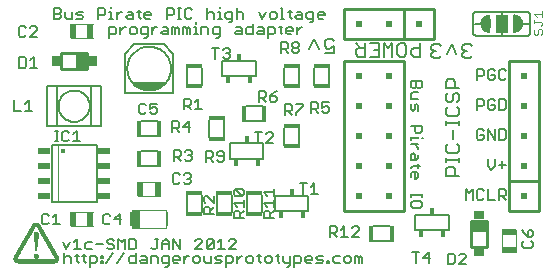
<source format=gto>
G75*
G70*
%OFA0B0*%
%FSLAX24Y24*%
%IPPOS*%
%LPD*%
%AMOC8*
5,1,8,0,0,1.08239X$1,22.5*
%
%ADD10C,0.0050*%
%ADD11C,0.0080*%
%ADD12C,0.0060*%
%ADD13R,0.0560X0.0140*%
%ADD14R,0.0140X0.0560*%
%ADD15R,0.0433X0.0193*%
%ADD16C,0.0070*%
%ADD17C,0.0020*%
%ADD18C,0.0177*%
%ADD19R,0.0079X0.0472*%
%ADD20C,0.0040*%
%ADD21R,0.0256X0.0591*%
%ADD22R,0.0197X0.0512*%
%ADD23C,0.0100*%
%ADD24R,0.0200X0.0200*%
%ADD25R,0.0295X0.0335*%
%ADD26R,0.0354X0.0531*%
%ADD27R,0.0006X0.0006*%
%ADD28R,0.0006X0.0006*%
%ADD29R,0.0006X0.0006*%
%ADD30R,0.0006X0.0006*%
%ADD31R,0.0512X0.0197*%
%ADD32R,0.0400X0.0600*%
%ADD33R,0.0335X0.0295*%
%ADD34R,0.0531X0.0354*%
%ADD35R,0.0180X0.0230*%
D10*
X007423Y005797D02*
X007423Y006147D01*
X007598Y006147D01*
X007656Y006089D01*
X007656Y005972D01*
X007598Y005914D01*
X007423Y005914D01*
X007294Y005914D02*
X007236Y005972D01*
X007236Y006205D01*
X007177Y006147D02*
X007294Y006147D01*
X007049Y006147D02*
X006932Y006147D01*
X006990Y006205D02*
X006990Y005972D01*
X007049Y005914D01*
X006797Y005914D02*
X006797Y006089D01*
X006739Y006147D01*
X006622Y006147D01*
X006564Y006089D01*
X006564Y006264D02*
X006564Y005914D01*
X006640Y006374D02*
X006757Y006607D01*
X006892Y006607D02*
X007009Y006724D01*
X007009Y006374D01*
X007125Y006374D02*
X006892Y006374D01*
X006640Y006374D02*
X006524Y006607D01*
X007260Y006549D02*
X007260Y006432D01*
X007319Y006374D01*
X007494Y006374D01*
X007629Y006549D02*
X007862Y006549D01*
X007997Y006607D02*
X007997Y006665D01*
X008055Y006724D01*
X008172Y006724D01*
X008230Y006665D01*
X008172Y006549D02*
X008230Y006490D01*
X008230Y006432D01*
X008172Y006374D01*
X008055Y006374D01*
X007997Y006432D01*
X008055Y006549D02*
X008172Y006549D01*
X008055Y006549D02*
X007997Y006607D01*
X008365Y006724D02*
X008365Y006374D01*
X008209Y006264D02*
X007975Y005914D01*
X007850Y005914D02*
X007791Y005914D01*
X007791Y005972D01*
X007850Y005972D01*
X007850Y005914D01*
X007850Y006089D02*
X007791Y006089D01*
X007791Y006147D01*
X007850Y006147D01*
X007850Y006089D01*
X008344Y005914D02*
X008577Y006264D01*
X008599Y006374D02*
X008599Y006724D01*
X008482Y006607D01*
X008365Y006724D01*
X008734Y006724D02*
X008909Y006724D01*
X008967Y006665D01*
X008967Y006432D01*
X008909Y006374D01*
X008734Y006374D01*
X008734Y006724D01*
X008946Y006264D02*
X008946Y005914D01*
X008770Y005914D01*
X008712Y005972D01*
X008712Y006089D01*
X008770Y006147D01*
X008946Y006147D01*
X009139Y006147D02*
X009255Y006147D01*
X009314Y006089D01*
X009314Y005914D01*
X009139Y005914D01*
X009080Y005972D01*
X009139Y006030D01*
X009314Y006030D01*
X009449Y005914D02*
X009449Y006147D01*
X009624Y006147D01*
X009682Y006089D01*
X009682Y005914D01*
X009817Y005972D02*
X009817Y006089D01*
X009875Y006147D01*
X010050Y006147D01*
X010050Y005855D01*
X009992Y005797D01*
X009934Y005797D01*
X009875Y005914D02*
X010050Y005914D01*
X010185Y005972D02*
X010185Y006089D01*
X010244Y006147D01*
X010360Y006147D01*
X010419Y006089D01*
X010419Y006030D01*
X010185Y006030D01*
X010185Y005972D02*
X010244Y005914D01*
X010360Y005914D01*
X010554Y005914D02*
X010554Y006147D01*
X010670Y006147D02*
X010729Y006147D01*
X010670Y006147D02*
X010554Y006030D01*
X010860Y005972D02*
X010919Y005914D01*
X011036Y005914D01*
X011094Y005972D01*
X011094Y006089D01*
X011036Y006147D01*
X010919Y006147D01*
X010860Y006089D01*
X010860Y005972D01*
X011229Y005972D02*
X011229Y006147D01*
X011229Y005972D02*
X011287Y005914D01*
X011462Y005914D01*
X011462Y006147D01*
X011597Y006089D02*
X011655Y006147D01*
X011831Y006147D01*
X011772Y006030D02*
X011655Y006030D01*
X011597Y006089D01*
X011597Y005914D02*
X011772Y005914D01*
X011831Y005972D01*
X011772Y006030D01*
X011965Y005914D02*
X012141Y005914D01*
X012199Y005972D01*
X012199Y006089D01*
X012141Y006147D01*
X011965Y006147D01*
X011965Y005797D01*
X012334Y005914D02*
X012334Y006147D01*
X012450Y006147D02*
X012334Y006030D01*
X012450Y006147D02*
X012509Y006147D01*
X012641Y006089D02*
X012641Y005972D01*
X012699Y005914D01*
X012816Y005914D01*
X012874Y005972D01*
X012874Y006089D01*
X012816Y006147D01*
X012699Y006147D01*
X012641Y006089D01*
X013009Y006147D02*
X013126Y006147D01*
X013067Y006205D02*
X013067Y005972D01*
X013126Y005914D01*
X013254Y005972D02*
X013313Y005914D01*
X013430Y005914D01*
X013488Y005972D01*
X013488Y006089D01*
X013430Y006147D01*
X013313Y006147D01*
X013254Y006089D01*
X013254Y005972D01*
X013623Y006147D02*
X013739Y006147D01*
X013681Y006205D02*
X013681Y005972D01*
X013739Y005914D01*
X013868Y005972D02*
X013927Y005914D01*
X014102Y005914D01*
X014102Y005855D02*
X014043Y005797D01*
X013985Y005797D01*
X014102Y005855D02*
X014102Y006147D01*
X014237Y006147D02*
X014412Y006147D01*
X014470Y006089D01*
X014470Y005972D01*
X014412Y005914D01*
X014237Y005914D01*
X014237Y005797D02*
X014237Y006147D01*
X014605Y006089D02*
X014605Y005972D01*
X014663Y005914D01*
X014780Y005914D01*
X014838Y006030D02*
X014605Y006030D01*
X014605Y006089D02*
X014663Y006147D01*
X014780Y006147D01*
X014838Y006089D01*
X014838Y006030D01*
X014973Y006089D02*
X015031Y006147D01*
X015207Y006147D01*
X015148Y006030D02*
X015207Y005972D01*
X015148Y005914D01*
X014973Y005914D01*
X015031Y006030D02*
X014973Y006089D01*
X015031Y006030D02*
X015148Y006030D01*
X015341Y005972D02*
X015400Y005972D01*
X015400Y005914D01*
X015341Y005914D01*
X015341Y005972D01*
X015526Y005972D02*
X015526Y006089D01*
X015584Y006147D01*
X015759Y006147D01*
X015894Y006089D02*
X015894Y005972D01*
X015952Y005914D01*
X016069Y005914D01*
X016127Y005972D01*
X016127Y006089D01*
X016069Y006147D01*
X015952Y006147D01*
X015894Y006089D01*
X015759Y005914D02*
X015584Y005914D01*
X015526Y005972D01*
X016262Y005914D02*
X016262Y006147D01*
X016321Y006147D01*
X016379Y006089D01*
X016437Y006147D01*
X016496Y006089D01*
X016496Y005914D01*
X016379Y005914D02*
X016379Y006089D01*
X016394Y006799D02*
X016160Y006799D01*
X016394Y007032D01*
X016394Y007090D01*
X016335Y007149D01*
X016219Y007149D01*
X016160Y007090D01*
X015909Y007149D02*
X015909Y006799D01*
X016025Y006799D02*
X015792Y006799D01*
X015657Y006799D02*
X015540Y006915D01*
X015599Y006915D02*
X015424Y006915D01*
X015424Y006799D02*
X015424Y007149D01*
X015599Y007149D01*
X015657Y007090D01*
X015657Y006974D01*
X015599Y006915D01*
X015792Y007032D02*
X015909Y007149D01*
X014709Y007639D02*
X013589Y007639D01*
X013589Y008159D01*
X014709Y008159D01*
X014709Y007639D01*
X014792Y008236D02*
X015025Y008236D01*
X014909Y008236D02*
X014909Y008586D01*
X014792Y008470D01*
X014657Y008586D02*
X014424Y008586D01*
X014540Y008586D02*
X014540Y008236D01*
X013561Y008277D02*
X013211Y008277D01*
X013328Y008160D01*
X013561Y008160D02*
X013561Y008394D01*
X013561Y008025D02*
X013561Y007792D01*
X013561Y007909D02*
X013211Y007909D01*
X013328Y007792D01*
X013386Y007657D02*
X013269Y007657D01*
X013211Y007599D01*
X013211Y007424D01*
X013561Y007424D01*
X013444Y007424D02*
X013444Y007599D01*
X013386Y007657D01*
X013444Y007540D02*
X013561Y007657D01*
X012561Y007657D02*
X012444Y007540D01*
X012444Y007599D02*
X012444Y007424D01*
X012561Y007424D02*
X012211Y007424D01*
X012211Y007599D01*
X012269Y007657D01*
X012386Y007657D01*
X012444Y007599D01*
X012328Y007792D02*
X012211Y007909D01*
X012561Y007909D01*
X012561Y008025D02*
X012561Y007792D01*
X012503Y008160D02*
X012269Y008160D01*
X012211Y008218D01*
X012211Y008335D01*
X012269Y008394D01*
X012503Y008160D01*
X012561Y008218D01*
X012561Y008335D01*
X012503Y008394D01*
X012269Y008394D01*
X011561Y008150D02*
X011561Y007917D01*
X011328Y008150D01*
X011269Y008150D01*
X011211Y008092D01*
X011211Y007975D01*
X011269Y007917D01*
X011269Y007782D02*
X011386Y007782D01*
X011444Y007724D01*
X011444Y007549D01*
X011444Y007665D02*
X011561Y007782D01*
X011269Y007782D02*
X011211Y007724D01*
X011211Y007549D01*
X011561Y007549D01*
X011487Y006724D02*
X011545Y006665D01*
X011312Y006432D01*
X011370Y006374D01*
X011487Y006374D01*
X011545Y006432D01*
X011545Y006665D01*
X011487Y006724D02*
X011370Y006724D01*
X011312Y006665D01*
X011312Y006432D01*
X011177Y006374D02*
X010943Y006374D01*
X011177Y006607D01*
X011177Y006665D01*
X011118Y006724D01*
X011002Y006724D01*
X010943Y006665D01*
X010440Y006724D02*
X010440Y006374D01*
X010207Y006724D01*
X010207Y006374D01*
X010072Y006374D02*
X010072Y006607D01*
X009955Y006724D01*
X009838Y006607D01*
X009838Y006374D01*
X009838Y006549D02*
X010072Y006549D01*
X009704Y006724D02*
X009587Y006724D01*
X009645Y006724D02*
X009645Y006432D01*
X009587Y006374D01*
X009528Y006374D01*
X009470Y006432D01*
X009817Y005972D02*
X009875Y005914D01*
X011680Y006374D02*
X011913Y006374D01*
X011797Y006374D02*
X011797Y006724D01*
X011680Y006607D01*
X012048Y006665D02*
X012107Y006724D01*
X012223Y006724D01*
X012282Y006665D01*
X012282Y006607D01*
X012048Y006374D01*
X012282Y006374D01*
X013868Y006147D02*
X013868Y005972D01*
X010782Y008616D02*
X010723Y008558D01*
X010607Y008558D01*
X010548Y008616D01*
X010413Y008616D02*
X010355Y008558D01*
X010238Y008558D01*
X010180Y008616D01*
X010180Y008850D01*
X010238Y008908D01*
X010355Y008908D01*
X010413Y008850D01*
X010548Y008850D02*
X010607Y008908D01*
X010723Y008908D01*
X010782Y008850D01*
X010782Y008791D01*
X010723Y008733D01*
X010782Y008675D01*
X010782Y008616D01*
X010723Y008733D02*
X010665Y008733D01*
X010640Y009334D02*
X010582Y009392D01*
X010640Y009334D02*
X010757Y009334D01*
X010815Y009392D01*
X010815Y009450D01*
X010757Y009509D01*
X010699Y009509D01*
X010757Y009509D02*
X010815Y009567D01*
X010815Y009625D01*
X010757Y009684D01*
X010640Y009684D01*
X010582Y009625D01*
X010447Y009625D02*
X010389Y009684D01*
X010214Y009684D01*
X010214Y009334D01*
X010214Y009450D02*
X010389Y009450D01*
X010447Y009509D01*
X010447Y009625D01*
X010330Y009450D02*
X010447Y009334D01*
X011299Y009299D02*
X011299Y009649D01*
X011474Y009649D01*
X011532Y009590D01*
X011532Y009474D01*
X011474Y009415D01*
X011299Y009415D01*
X011415Y009415D02*
X011532Y009299D01*
X011667Y009357D02*
X011725Y009299D01*
X011842Y009299D01*
X011900Y009357D01*
X011900Y009590D01*
X011842Y009649D01*
X011725Y009649D01*
X011667Y009590D01*
X011667Y009532D01*
X011725Y009474D01*
X011900Y009474D01*
X012089Y009389D02*
X012089Y009909D01*
X013209Y009909D01*
X013209Y009389D01*
X012089Y009389D01*
X013040Y009924D02*
X013040Y010274D01*
X012924Y010274D02*
X013157Y010274D01*
X013292Y010215D02*
X013350Y010274D01*
X013467Y010274D01*
X013525Y010215D01*
X013525Y010157D01*
X013292Y009924D01*
X013525Y009924D01*
X013924Y010861D02*
X013924Y011211D01*
X014099Y011211D01*
X014157Y011153D01*
X014157Y011036D01*
X014099Y010978D01*
X013924Y010978D01*
X014040Y010978D02*
X014157Y010861D01*
X014292Y010861D02*
X014292Y010919D01*
X014525Y011153D01*
X014525Y011211D01*
X014292Y011211D01*
X014799Y011274D02*
X014799Y010924D01*
X014799Y011040D02*
X014974Y011040D01*
X015032Y011099D01*
X015032Y011215D01*
X014974Y011274D01*
X014799Y011274D01*
X015167Y011274D02*
X015167Y011099D01*
X015284Y011157D01*
X015342Y011157D01*
X015400Y011099D01*
X015400Y010982D01*
X015342Y010924D01*
X015225Y010924D01*
X015167Y010982D01*
X015032Y010924D02*
X014915Y011040D01*
X015167Y011274D02*
X015400Y011274D01*
X013650Y011357D02*
X013650Y011415D01*
X013592Y011474D01*
X013417Y011474D01*
X013417Y011357D01*
X013475Y011299D01*
X013592Y011299D01*
X013650Y011357D01*
X013534Y011590D02*
X013417Y011474D01*
X013282Y011474D02*
X013282Y011590D01*
X013224Y011649D01*
X013049Y011649D01*
X013049Y011299D01*
X013049Y011415D02*
X013224Y011415D01*
X013282Y011474D01*
X013165Y011415D02*
X013282Y011299D01*
X013534Y011590D02*
X013650Y011649D01*
X012959Y012139D02*
X011839Y012139D01*
X011839Y012659D01*
X012959Y012659D01*
X012959Y012139D01*
X012088Y012794D02*
X012030Y012736D01*
X011913Y012736D01*
X011854Y012794D01*
X011971Y012911D02*
X012030Y012911D01*
X012088Y012853D01*
X012088Y012794D01*
X012030Y012911D02*
X012088Y012970D01*
X012088Y013028D01*
X012030Y013086D01*
X011913Y013086D01*
X011854Y013028D01*
X011720Y013086D02*
X011486Y013086D01*
X011603Y013086D02*
X011603Y012736D01*
X011628Y013422D02*
X011686Y013422D01*
X011745Y013480D01*
X011745Y013772D01*
X011569Y013772D01*
X011511Y013714D01*
X011511Y013597D01*
X011569Y013539D01*
X011745Y013539D01*
X011376Y013539D02*
X011376Y013714D01*
X011318Y013772D01*
X011143Y013772D01*
X011143Y013539D01*
X011014Y013539D02*
X010897Y013539D01*
X010956Y013539D02*
X010956Y013772D01*
X010897Y013772D01*
X010956Y013889D02*
X010956Y013947D01*
X010825Y014117D02*
X010767Y014059D01*
X010650Y014059D01*
X010592Y014117D01*
X010592Y014350D01*
X010650Y014409D01*
X010767Y014409D01*
X010825Y014350D01*
X010463Y014409D02*
X010346Y014409D01*
X010405Y014409D02*
X010405Y014059D01*
X010463Y014059D02*
X010346Y014059D01*
X010212Y014234D02*
X010153Y014175D01*
X009978Y014175D01*
X009978Y014059D02*
X009978Y014409D01*
X010153Y014409D01*
X010212Y014350D01*
X010212Y014234D01*
X010219Y013772D02*
X010277Y013714D01*
X010336Y013772D01*
X010394Y013714D01*
X010394Y013539D01*
X010277Y013539D02*
X010277Y013714D01*
X010219Y013772D02*
X010161Y013772D01*
X010161Y013539D01*
X010026Y013539D02*
X010026Y013714D01*
X009967Y013772D01*
X009851Y013772D01*
X009851Y013655D02*
X010026Y013655D01*
X010026Y013539D02*
X009851Y013539D01*
X009792Y013597D01*
X009851Y013655D01*
X009661Y013772D02*
X009602Y013772D01*
X009485Y013655D01*
X009485Y013539D02*
X009485Y013772D01*
X009351Y013772D02*
X009176Y013772D01*
X009117Y013714D01*
X009117Y013597D01*
X009176Y013539D01*
X009351Y013539D01*
X009351Y013480D02*
X009351Y013772D01*
X009351Y013480D02*
X009292Y013422D01*
X009234Y013422D01*
X008982Y013597D02*
X008982Y013714D01*
X008924Y013772D01*
X008807Y013772D01*
X008749Y013714D01*
X008749Y013597D01*
X008807Y013539D01*
X008924Y013539D01*
X008982Y013597D01*
X008617Y013772D02*
X008559Y013772D01*
X008442Y013655D01*
X008442Y013539D02*
X008442Y013772D01*
X008307Y013714D02*
X008307Y013597D01*
X008249Y013539D01*
X008074Y013539D01*
X008074Y013422D02*
X008074Y013772D01*
X008249Y013772D01*
X008307Y013714D01*
X008321Y014059D02*
X008321Y014292D01*
X008437Y014292D02*
X008496Y014292D01*
X008437Y014292D02*
X008321Y014175D01*
X008192Y014059D02*
X008075Y014059D01*
X008134Y014059D02*
X008134Y014292D01*
X008075Y014292D01*
X008134Y014409D02*
X008134Y014467D01*
X007940Y014350D02*
X007940Y014234D01*
X007882Y014175D01*
X007707Y014175D01*
X007707Y014059D02*
X007707Y014409D01*
X007882Y014409D01*
X007940Y014350D01*
X007204Y014292D02*
X007029Y014292D01*
X006970Y014234D01*
X007029Y014175D01*
X007145Y014175D01*
X007204Y014117D01*
X007145Y014059D01*
X006970Y014059D01*
X006835Y014059D02*
X006835Y014292D01*
X006602Y014292D02*
X006602Y014117D01*
X006660Y014059D01*
X006835Y014059D01*
X006467Y014117D02*
X006409Y014059D01*
X006234Y014059D01*
X006234Y014409D01*
X006409Y014409D01*
X006467Y014350D01*
X006467Y014292D01*
X006409Y014234D01*
X006234Y014234D01*
X006409Y014234D02*
X006467Y014175D01*
X006467Y014117D01*
X005652Y013750D02*
X005593Y013808D01*
X005477Y013808D01*
X005418Y013750D01*
X005283Y013750D02*
X005225Y013808D01*
X005108Y013808D01*
X005050Y013750D01*
X005050Y013516D01*
X005108Y013458D01*
X005225Y013458D01*
X005283Y013516D01*
X005418Y013458D02*
X005652Y013691D01*
X005652Y013750D01*
X005652Y013458D02*
X005418Y013458D01*
X005556Y012787D02*
X005556Y012437D01*
X005672Y012437D02*
X005439Y012437D01*
X005304Y012496D02*
X005304Y012729D01*
X005246Y012787D01*
X005071Y012787D01*
X005071Y012437D01*
X005246Y012437D01*
X005304Y012496D01*
X005439Y012671D02*
X005556Y012787D01*
X005379Y011344D02*
X005379Y010994D01*
X005495Y010994D02*
X005262Y010994D01*
X005127Y010994D02*
X004894Y010994D01*
X004894Y011344D01*
X005262Y011227D02*
X005379Y011344D01*
X006254Y010324D02*
X006370Y010324D01*
X006312Y010324D02*
X006312Y009974D01*
X006254Y009974D02*
X006370Y009974D01*
X006499Y010032D02*
X006499Y010265D01*
X006558Y010324D01*
X006674Y010324D01*
X006733Y010265D01*
X006867Y010207D02*
X006984Y010324D01*
X006984Y009974D01*
X006867Y009974D02*
X007101Y009974D01*
X006733Y010032D02*
X006674Y009974D01*
X006558Y009974D01*
X006499Y010032D01*
X009054Y010942D02*
X009112Y010884D01*
X009229Y010884D01*
X009287Y010942D01*
X009422Y010942D02*
X009480Y010884D01*
X009597Y010884D01*
X009655Y010942D01*
X009655Y011059D01*
X009597Y011117D01*
X009539Y011117D01*
X009422Y011059D01*
X009422Y011234D01*
X009655Y011234D01*
X009287Y011175D02*
X009229Y011234D01*
X009112Y011234D01*
X009054Y011175D01*
X009054Y010942D01*
X010174Y010644D02*
X010174Y010294D01*
X010174Y010410D02*
X010349Y010410D01*
X010407Y010469D01*
X010407Y010585D01*
X010349Y010644D01*
X010174Y010644D01*
X010542Y010469D02*
X010775Y010469D01*
X010717Y010294D02*
X010717Y010644D01*
X010542Y010469D01*
X010407Y010294D02*
X010290Y010410D01*
X010549Y011049D02*
X010549Y011399D01*
X010724Y011399D01*
X010782Y011340D01*
X010782Y011224D01*
X010724Y011165D01*
X010549Y011165D01*
X010665Y011165D02*
X010782Y011049D01*
X010917Y011049D02*
X011150Y011049D01*
X011034Y011049D02*
X011034Y011399D01*
X010917Y011282D01*
X013799Y012924D02*
X013799Y013274D01*
X013974Y013274D01*
X014032Y013215D01*
X014032Y013099D01*
X013974Y013040D01*
X013799Y013040D01*
X013915Y013040D02*
X014032Y012924D01*
X014167Y012982D02*
X014167Y013040D01*
X014225Y013099D01*
X014342Y013099D01*
X014400Y013040D01*
X014400Y012982D01*
X014342Y012924D01*
X014225Y012924D01*
X014167Y012982D01*
X014225Y013099D02*
X014167Y013157D01*
X014167Y013215D01*
X014225Y013274D01*
X014342Y013274D01*
X014400Y013215D01*
X014400Y013157D01*
X014342Y013099D01*
X014335Y013539D02*
X014335Y013772D01*
X014451Y013772D02*
X014335Y013655D01*
X014200Y013655D02*
X013966Y013655D01*
X013966Y013597D02*
X013966Y013714D01*
X014025Y013772D01*
X014142Y013772D01*
X014200Y013714D01*
X014200Y013655D01*
X014142Y013539D02*
X014025Y013539D01*
X013966Y013597D01*
X013838Y013539D02*
X013779Y013597D01*
X013779Y013830D01*
X013721Y013772D02*
X013838Y013772D01*
X013586Y013714D02*
X013586Y013597D01*
X013528Y013539D01*
X013353Y013539D01*
X013353Y013422D02*
X013353Y013772D01*
X013528Y013772D01*
X013586Y013714D01*
X013218Y013714D02*
X013218Y013539D01*
X013043Y013539D01*
X012984Y013597D01*
X013043Y013655D01*
X013218Y013655D01*
X013218Y013714D02*
X013159Y013772D01*
X013043Y013772D01*
X012850Y013772D02*
X012674Y013772D01*
X012616Y013714D01*
X012616Y013597D01*
X012674Y013539D01*
X012850Y013539D01*
X012850Y013889D01*
X012544Y014059D02*
X012544Y014234D01*
X012486Y014292D01*
X012369Y014292D01*
X012311Y014234D01*
X012176Y014292D02*
X012001Y014292D01*
X011942Y014234D01*
X011942Y014117D01*
X012001Y014059D01*
X012176Y014059D01*
X012176Y014000D02*
X012176Y014292D01*
X012311Y014409D02*
X012311Y014059D01*
X012176Y014000D02*
X012117Y013942D01*
X012059Y013942D01*
X011814Y014059D02*
X011697Y014059D01*
X011755Y014059D02*
X011755Y014292D01*
X011697Y014292D01*
X011755Y014409D02*
X011755Y014467D01*
X011562Y014234D02*
X011504Y014292D01*
X011387Y014292D01*
X011328Y014234D01*
X011328Y014409D02*
X011328Y014059D01*
X011562Y014059D02*
X011562Y014234D01*
X012306Y013772D02*
X012423Y013772D01*
X012481Y013714D01*
X012481Y013539D01*
X012306Y013539D01*
X012248Y013597D01*
X012306Y013655D01*
X012481Y013655D01*
X013164Y014059D02*
X013281Y014292D01*
X013416Y014234D02*
X013416Y014117D01*
X013474Y014059D01*
X013591Y014059D01*
X013649Y014117D01*
X013649Y014234D01*
X013591Y014292D01*
X013474Y014292D01*
X013416Y014234D01*
X013164Y014059D02*
X013047Y014292D01*
X013784Y014409D02*
X013842Y014409D01*
X013842Y014059D01*
X013784Y014059D02*
X013901Y014059D01*
X014088Y014117D02*
X014146Y014059D01*
X014088Y014117D02*
X014088Y014350D01*
X014029Y014292D02*
X014146Y014292D01*
X014333Y014292D02*
X014450Y014292D01*
X014508Y014234D01*
X014508Y014059D01*
X014333Y014059D01*
X014275Y014117D01*
X014333Y014175D01*
X014508Y014175D01*
X014643Y014117D02*
X014701Y014059D01*
X014877Y014059D01*
X014877Y014000D02*
X014877Y014292D01*
X014701Y014292D01*
X014643Y014234D01*
X014643Y014117D01*
X014760Y013942D02*
X014818Y013942D01*
X014877Y014000D01*
X015011Y014117D02*
X015011Y014234D01*
X015070Y014292D01*
X015187Y014292D01*
X015245Y014234D01*
X015245Y014175D01*
X015011Y014175D01*
X015011Y014117D02*
X015070Y014059D01*
X015187Y014059D01*
X014510Y013772D02*
X014451Y013772D01*
X018134Y011974D02*
X018134Y011798D01*
X018192Y011740D01*
X018250Y011740D01*
X018309Y011798D01*
X018309Y011974D01*
X018484Y011974D02*
X018484Y011798D01*
X018426Y011740D01*
X018367Y011740D01*
X018309Y011798D01*
X018367Y011605D02*
X018192Y011605D01*
X018134Y011547D01*
X018134Y011372D01*
X018367Y011372D01*
X018309Y011237D02*
X018250Y011179D01*
X018250Y011062D01*
X018192Y011003D01*
X018134Y011062D01*
X018134Y011237D01*
X018309Y011237D02*
X018367Y011179D01*
X018367Y011003D01*
X018250Y010500D02*
X018250Y010325D01*
X018309Y010267D01*
X018426Y010267D01*
X018484Y010325D01*
X018484Y010500D01*
X018134Y010500D01*
X018134Y010132D02*
X018134Y010015D01*
X018134Y010074D02*
X018367Y010074D01*
X018367Y010132D01*
X018484Y010074D02*
X018542Y010074D01*
X018367Y009886D02*
X018134Y009886D01*
X018250Y009886D02*
X018367Y009770D01*
X018367Y009711D01*
X018367Y009521D02*
X018367Y009404D01*
X018309Y009346D01*
X018134Y009346D01*
X018134Y009521D01*
X018192Y009580D01*
X018250Y009521D01*
X018250Y009346D01*
X018367Y009211D02*
X018367Y009095D01*
X018426Y009153D02*
X018192Y009153D01*
X018134Y009095D01*
X018192Y008966D02*
X018309Y008966D01*
X018367Y008907D01*
X018367Y008791D01*
X018309Y008732D01*
X018250Y008732D01*
X018250Y008966D01*
X018192Y008966D02*
X018134Y008907D01*
X018134Y008791D01*
X018134Y008229D02*
X018134Y008112D01*
X018134Y008171D02*
X018484Y008171D01*
X018484Y008229D02*
X018484Y008112D01*
X018426Y007984D02*
X018192Y007984D01*
X018134Y007925D01*
X018134Y007809D01*
X018192Y007750D01*
X018426Y007750D01*
X018484Y007809D01*
X018484Y007925D01*
X018426Y007984D01*
X018276Y007534D02*
X019396Y007534D01*
X019396Y007014D01*
X018276Y007014D01*
X018276Y007534D01*
X019950Y008024D02*
X019950Y008374D01*
X020067Y008257D01*
X020184Y008374D01*
X020184Y008024D01*
X020319Y008082D02*
X020377Y008024D01*
X020494Y008024D01*
X020552Y008082D01*
X020687Y008024D02*
X020921Y008024D01*
X021055Y008024D02*
X021055Y008374D01*
X021230Y008374D01*
X021289Y008315D01*
X021289Y008199D01*
X021230Y008140D01*
X021055Y008140D01*
X021172Y008140D02*
X021289Y008024D01*
X020687Y008024D02*
X020687Y008374D01*
X020552Y008315D02*
X020494Y008374D01*
X020377Y008374D01*
X020319Y008315D01*
X020319Y008082D01*
X020804Y009024D02*
X020921Y009140D01*
X020921Y009374D01*
X021055Y009199D02*
X021289Y009199D01*
X021172Y009315D02*
X021172Y009082D01*
X020804Y009024D02*
X020687Y009140D01*
X020687Y009374D01*
X020687Y010024D02*
X020687Y010374D01*
X020921Y010024D01*
X020921Y010374D01*
X021055Y010374D02*
X021230Y010374D01*
X021289Y010315D01*
X021289Y010082D01*
X021230Y010024D01*
X021055Y010024D01*
X021055Y010374D01*
X020552Y010315D02*
X020494Y010374D01*
X020377Y010374D01*
X020319Y010315D01*
X020319Y010082D01*
X020377Y010024D01*
X020494Y010024D01*
X020552Y010082D01*
X020552Y010199D01*
X020435Y010199D01*
X020319Y011024D02*
X020319Y011374D01*
X020494Y011374D01*
X020552Y011315D01*
X020552Y011199D01*
X020494Y011140D01*
X020319Y011140D01*
X020687Y011082D02*
X020745Y011024D01*
X020862Y011024D01*
X020921Y011082D01*
X020921Y011199D01*
X020804Y011199D01*
X020921Y011315D02*
X020862Y011374D01*
X020745Y011374D01*
X020687Y011315D01*
X020687Y011082D01*
X021055Y011024D02*
X021230Y011024D01*
X021289Y011082D01*
X021289Y011315D01*
X021230Y011374D01*
X021055Y011374D01*
X021055Y011024D01*
X021114Y012024D02*
X021230Y012024D01*
X021289Y012082D01*
X021114Y012024D02*
X021055Y012082D01*
X021055Y012315D01*
X021114Y012374D01*
X021230Y012374D01*
X021289Y012315D01*
X020921Y012315D02*
X020862Y012374D01*
X020745Y012374D01*
X020687Y012315D01*
X020687Y012082D01*
X020745Y012024D01*
X020862Y012024D01*
X020921Y012082D01*
X020921Y012199D01*
X020804Y012199D01*
X020552Y012199D02*
X020494Y012140D01*
X020319Y012140D01*
X020319Y012024D02*
X020319Y012374D01*
X020494Y012374D01*
X020552Y012315D01*
X020552Y012199D01*
X018484Y011974D02*
X018134Y011974D01*
X020725Y014172D02*
X020748Y013899D01*
X020748Y013899D01*
X020725Y013626D01*
X020724Y013625D01*
X020692Y013630D01*
X020660Y013639D01*
X020630Y013651D01*
X020602Y013667D01*
X020575Y013686D01*
X020551Y013708D01*
X020530Y013732D01*
X020512Y013759D01*
X020497Y013788D01*
X020486Y013819D01*
X020478Y013850D01*
X020474Y013883D01*
X020474Y013915D01*
X020478Y013948D01*
X020486Y013979D01*
X020497Y014010D01*
X020512Y014039D01*
X020530Y014066D01*
X020551Y014090D01*
X020575Y014112D01*
X020602Y014131D01*
X020630Y014147D01*
X020660Y014159D01*
X020692Y014168D01*
X020724Y014173D01*
X020724Y014126D01*
X020696Y014121D01*
X020668Y014112D01*
X020642Y014100D01*
X020617Y014085D01*
X020594Y014067D01*
X020574Y014046D01*
X020557Y014022D01*
X020543Y013997D01*
X020532Y013970D01*
X020525Y013942D01*
X020521Y013913D01*
X020521Y013885D01*
X020525Y013856D01*
X020532Y013828D01*
X020543Y013801D01*
X020557Y013776D01*
X020574Y013752D01*
X020594Y013731D01*
X020617Y013713D01*
X020642Y013698D01*
X020668Y013686D01*
X020696Y013677D01*
X020724Y013672D01*
X020724Y013720D01*
X020699Y013725D01*
X020674Y013734D01*
X020652Y013746D01*
X020631Y013762D01*
X020612Y013780D01*
X020597Y013801D01*
X020584Y013824D01*
X020575Y013848D01*
X020570Y013873D01*
X020568Y013899D01*
X020570Y013925D01*
X020575Y013950D01*
X020584Y013974D01*
X020597Y013997D01*
X020612Y014018D01*
X020631Y014036D01*
X020652Y014052D01*
X020674Y014064D01*
X020699Y014073D01*
X020724Y014078D01*
X020724Y014031D01*
X020703Y014025D01*
X020683Y014016D01*
X020665Y014004D01*
X020649Y013989D01*
X020636Y013971D01*
X020626Y013952D01*
X020619Y013931D01*
X020615Y013910D01*
X020615Y013888D01*
X020619Y013867D01*
X020626Y013846D01*
X020636Y013827D01*
X020649Y013809D01*
X020665Y013794D01*
X020683Y013782D01*
X020703Y013773D01*
X020724Y013767D01*
X020724Y013816D01*
X020708Y013822D01*
X020694Y013831D01*
X020682Y013844D01*
X020672Y013858D01*
X020666Y013874D01*
X020662Y013890D01*
X020662Y013908D01*
X020666Y013924D01*
X020672Y013940D01*
X020682Y013954D01*
X020694Y013967D01*
X020708Y013976D01*
X020724Y013982D01*
X020726Y013931D01*
X020718Y013924D01*
X020712Y013915D01*
X020709Y013904D01*
X020709Y013894D01*
X020712Y013883D01*
X020718Y013874D01*
X020726Y013867D01*
X021573Y013626D02*
X021550Y013899D01*
X021550Y013899D01*
X021573Y014172D01*
X021574Y014173D01*
X021606Y014168D01*
X021638Y014159D01*
X021668Y014147D01*
X021696Y014131D01*
X021723Y014112D01*
X021747Y014090D01*
X021768Y014066D01*
X021786Y014039D01*
X021801Y014010D01*
X021812Y013979D01*
X021820Y013948D01*
X021824Y013915D01*
X021824Y013883D01*
X021820Y013850D01*
X021812Y013819D01*
X021801Y013788D01*
X021786Y013759D01*
X021768Y013732D01*
X021747Y013708D01*
X021723Y013686D01*
X021696Y013667D01*
X021668Y013651D01*
X021638Y013639D01*
X021606Y013630D01*
X021574Y013625D01*
X021574Y013672D01*
X021602Y013677D01*
X021630Y013686D01*
X021656Y013698D01*
X021681Y013713D01*
X021704Y013731D01*
X021724Y013752D01*
X021741Y013776D01*
X021755Y013801D01*
X021766Y013828D01*
X021773Y013856D01*
X021777Y013885D01*
X021777Y013913D01*
X021773Y013942D01*
X021766Y013970D01*
X021755Y013997D01*
X021741Y014022D01*
X021724Y014046D01*
X021704Y014067D01*
X021681Y014085D01*
X021656Y014100D01*
X021630Y014112D01*
X021602Y014121D01*
X021574Y014126D01*
X021574Y014078D01*
X021599Y014073D01*
X021624Y014064D01*
X021646Y014052D01*
X021667Y014036D01*
X021686Y014018D01*
X021701Y013997D01*
X021714Y013974D01*
X021723Y013950D01*
X021728Y013925D01*
X021730Y013899D01*
X021728Y013873D01*
X021723Y013848D01*
X021714Y013824D01*
X021701Y013801D01*
X021686Y013780D01*
X021667Y013762D01*
X021646Y013746D01*
X021624Y013734D01*
X021599Y013725D01*
X021574Y013720D01*
X021574Y013767D01*
X021595Y013773D01*
X021615Y013782D01*
X021633Y013794D01*
X021649Y013809D01*
X021662Y013827D01*
X021672Y013846D01*
X021679Y013867D01*
X021683Y013888D01*
X021683Y013910D01*
X021679Y013931D01*
X021672Y013952D01*
X021662Y013971D01*
X021649Y013989D01*
X021633Y014004D01*
X021615Y014016D01*
X021595Y014025D01*
X021574Y014031D01*
X021574Y013982D01*
X021590Y013976D01*
X021604Y013967D01*
X021616Y013954D01*
X021626Y013940D01*
X021632Y013924D01*
X021636Y013908D01*
X021636Y013890D01*
X021632Y013874D01*
X021626Y013858D01*
X021616Y013844D01*
X021604Y013831D01*
X021590Y013822D01*
X021574Y013816D01*
X021572Y013867D01*
X021580Y013874D01*
X021586Y013883D01*
X021589Y013894D01*
X021589Y013904D01*
X021586Y013915D01*
X021580Y013924D01*
X021572Y013931D01*
X010762Y013714D02*
X010762Y013539D01*
X010646Y013539D02*
X010646Y013714D01*
X010704Y013772D01*
X010762Y013714D01*
X010646Y013714D02*
X010587Y013772D01*
X010529Y013772D01*
X010529Y013539D01*
X009417Y014059D02*
X009300Y014059D01*
X009241Y014117D01*
X009241Y014234D01*
X009300Y014292D01*
X009417Y014292D01*
X009475Y014234D01*
X009475Y014175D01*
X009241Y014175D01*
X009113Y014059D02*
X009054Y014117D01*
X009054Y014350D01*
X008996Y014292D02*
X009113Y014292D01*
X008861Y014234D02*
X008861Y014059D01*
X008686Y014059D01*
X008628Y014117D01*
X008686Y014175D01*
X008861Y014175D01*
X008861Y014234D02*
X008803Y014292D01*
X008686Y014292D01*
X008418Y007561D02*
X008243Y007386D01*
X008476Y007386D01*
X008418Y007211D02*
X008418Y007561D01*
X008108Y007503D02*
X008050Y007561D01*
X007933Y007561D01*
X007875Y007503D01*
X007875Y007269D01*
X007933Y007211D01*
X008050Y007211D01*
X008108Y007269D01*
X007494Y006607D02*
X007319Y006607D01*
X007260Y006549D01*
X006414Y007211D02*
X006180Y007211D01*
X006297Y007211D02*
X006297Y007561D01*
X006180Y007445D01*
X006046Y007503D02*
X005987Y007561D01*
X005870Y007561D01*
X005812Y007503D01*
X005812Y007269D01*
X005870Y007211D01*
X005987Y007211D01*
X006046Y007269D01*
X018174Y006274D02*
X018407Y006274D01*
X018290Y006274D02*
X018290Y005924D01*
X018542Y006099D02*
X018775Y006099D01*
X018717Y006274D02*
X018542Y006099D01*
X018717Y005924D02*
X018717Y006274D01*
X019366Y006230D02*
X019366Y005880D01*
X019541Y005880D01*
X019599Y005938D01*
X019599Y006172D01*
X019541Y006230D01*
X019366Y006230D01*
X019734Y006172D02*
X019792Y006230D01*
X019909Y006230D01*
X019967Y006172D01*
X019967Y006113D01*
X019734Y005880D01*
X019967Y005880D01*
X021836Y006482D02*
X021894Y006424D01*
X022128Y006424D01*
X022186Y006482D01*
X022186Y006599D01*
X022128Y006657D01*
X022128Y006792D02*
X022186Y006850D01*
X022186Y006967D01*
X022128Y007025D01*
X022069Y007025D01*
X022011Y006967D01*
X022011Y006792D01*
X022128Y006792D01*
X022011Y006792D02*
X021894Y006909D01*
X021836Y007025D01*
X021894Y006657D02*
X021836Y006599D01*
X021836Y006482D01*
D11*
X020079Y012743D02*
X019918Y012743D01*
X019838Y012823D01*
X019838Y012903D01*
X019918Y012983D01*
X019838Y013063D01*
X019838Y013143D01*
X019918Y013224D01*
X020079Y013224D01*
X020159Y013143D01*
X019999Y012983D02*
X019918Y012983D01*
X019643Y012903D02*
X019483Y013224D01*
X019323Y012903D01*
X019127Y012823D02*
X019047Y012743D01*
X018887Y012743D01*
X018807Y012823D01*
X018807Y012903D01*
X018887Y012983D01*
X018807Y013063D01*
X018807Y013143D01*
X018887Y013224D01*
X019047Y013224D01*
X019127Y013143D01*
X018967Y012983D02*
X018887Y012983D01*
X020079Y012743D02*
X020159Y012823D01*
X015569Y012908D02*
X015569Y013148D01*
X015409Y013068D01*
X015328Y013068D01*
X015248Y013148D01*
X015248Y013308D01*
X015328Y013389D01*
X015489Y013389D01*
X015569Y013308D01*
X015053Y013068D02*
X014893Y013389D01*
X014733Y013068D01*
X015248Y012908D02*
X015569Y012908D01*
X010206Y012891D02*
X010206Y011591D01*
X008592Y011591D01*
X008592Y012891D01*
X008907Y013206D01*
X009891Y013206D01*
X010206Y012891D01*
X008671Y012399D02*
X008673Y012453D01*
X008679Y012506D01*
X008689Y012559D01*
X008703Y012611D01*
X008720Y012662D01*
X008741Y012711D01*
X008766Y012759D01*
X008795Y012805D01*
X008826Y012848D01*
X008861Y012889D01*
X008899Y012928D01*
X008939Y012963D01*
X008982Y012996D01*
X009027Y013025D01*
X009075Y013051D01*
X009124Y013073D01*
X009174Y013091D01*
X009226Y013106D01*
X009278Y013117D01*
X009332Y013124D01*
X009386Y013127D01*
X009439Y013126D01*
X009493Y013121D01*
X009546Y013112D01*
X009598Y013099D01*
X009649Y013083D01*
X009699Y013062D01*
X009747Y013038D01*
X009794Y013011D01*
X009838Y012980D01*
X009879Y012946D01*
X009919Y012909D01*
X009955Y012869D01*
X009988Y012827D01*
X010018Y012782D01*
X010045Y012735D01*
X010068Y012687D01*
X010087Y012637D01*
X010103Y012585D01*
X010115Y012533D01*
X010123Y012480D01*
X010127Y012426D01*
X010127Y012372D01*
X010123Y012318D01*
X010115Y012265D01*
X010103Y012213D01*
X010087Y012161D01*
X010068Y012111D01*
X010045Y012063D01*
X010018Y012016D01*
X009988Y011971D01*
X009955Y011929D01*
X009919Y011889D01*
X009879Y011852D01*
X009838Y011818D01*
X009794Y011787D01*
X009747Y011760D01*
X009699Y011736D01*
X009649Y011715D01*
X009598Y011699D01*
X009546Y011686D01*
X009493Y011677D01*
X009439Y011672D01*
X009386Y011671D01*
X009332Y011674D01*
X009278Y011681D01*
X009226Y011692D01*
X009174Y011707D01*
X009124Y011725D01*
X009075Y011747D01*
X009027Y011773D01*
X008982Y011802D01*
X008939Y011835D01*
X008899Y011870D01*
X008861Y011909D01*
X008826Y011950D01*
X008795Y011993D01*
X008766Y012039D01*
X008741Y012087D01*
X008720Y012136D01*
X008703Y012187D01*
X008689Y012239D01*
X008679Y012292D01*
X008673Y012345D01*
X008671Y012399D01*
X008867Y011926D02*
X008956Y011846D01*
X009056Y011782D01*
X009165Y011733D01*
X009280Y011702D01*
X009399Y011690D01*
X009516Y011707D01*
X009630Y011740D01*
X009738Y011788D01*
X009839Y011851D01*
X009930Y011926D01*
X008867Y011926D01*
X008901Y011896D02*
X009893Y011896D01*
X009785Y011817D02*
X009001Y011817D01*
X009153Y011738D02*
X009624Y011738D01*
D12*
X010649Y011869D02*
X010649Y012429D01*
X011149Y012429D02*
X011149Y011869D01*
X012619Y011149D02*
X013179Y011149D01*
X013179Y010649D02*
X012619Y010649D01*
X011899Y010679D02*
X011899Y010119D01*
X011399Y010119D02*
X011399Y010679D01*
X009679Y010649D02*
X009119Y010649D01*
X009119Y010149D02*
X009679Y010149D01*
X009679Y009649D02*
X009119Y009649D01*
X009119Y009149D02*
X009679Y009149D01*
X010649Y008179D02*
X010649Y007619D01*
X011149Y007619D02*
X011149Y008179D01*
X011649Y008179D02*
X011649Y007619D01*
X012149Y007619D02*
X012149Y008179D01*
X012649Y008179D02*
X012649Y007619D01*
X013149Y007619D02*
X013149Y008179D01*
X013899Y009869D02*
X013899Y010429D01*
X014399Y010429D02*
X014399Y009869D01*
X014399Y011869D02*
X014399Y012429D01*
X013899Y012429D02*
X013899Y011869D01*
X014899Y011869D02*
X014899Y012429D01*
X015399Y012429D02*
X015399Y011869D01*
X016370Y012803D02*
X016296Y012877D01*
X016296Y013023D01*
X016370Y013097D01*
X016590Y013097D01*
X016590Y013244D02*
X016590Y012803D01*
X016370Y012803D01*
X016443Y013097D02*
X016296Y013244D01*
X016757Y013244D02*
X017050Y013244D01*
X017050Y012803D01*
X016757Y012803D01*
X017217Y012803D02*
X017217Y013244D01*
X017364Y013097D01*
X017510Y013244D01*
X017510Y012803D01*
X017677Y012877D02*
X017751Y012803D01*
X017897Y012803D01*
X017971Y012877D01*
X017971Y013170D01*
X017897Y013244D01*
X017751Y013244D01*
X017677Y013170D01*
X017677Y012877D01*
X018138Y012877D02*
X018211Y012803D01*
X018431Y012803D01*
X018431Y013244D01*
X018431Y013097D02*
X018211Y013097D01*
X018138Y013023D01*
X018138Y012877D01*
X017050Y013023D02*
X016903Y013023D01*
X019301Y011964D02*
X019301Y011744D01*
X019741Y011744D01*
X019594Y011744D02*
X019594Y011964D01*
X019521Y012038D01*
X019374Y012038D01*
X019301Y011964D01*
X019374Y011577D02*
X019301Y011504D01*
X019301Y011357D01*
X019374Y011284D01*
X019448Y011284D01*
X019521Y011357D01*
X019521Y011504D01*
X019594Y011577D01*
X019668Y011577D01*
X019741Y011504D01*
X019741Y011357D01*
X019668Y011284D01*
X019668Y011117D02*
X019741Y011044D01*
X019741Y010897D01*
X019668Y010823D01*
X019374Y010823D01*
X019301Y010897D01*
X019301Y011044D01*
X019374Y011117D01*
X019301Y010663D02*
X019301Y010516D01*
X019301Y010590D02*
X019741Y010590D01*
X019741Y010663D02*
X019741Y010516D01*
X019521Y010350D02*
X019521Y010056D01*
X019668Y009889D02*
X019741Y009816D01*
X019741Y009669D01*
X019668Y009596D01*
X019374Y009596D01*
X019301Y009669D01*
X019301Y009816D01*
X019374Y009889D01*
X019301Y009436D02*
X019301Y009289D01*
X019301Y009362D02*
X019741Y009362D01*
X019741Y009289D02*
X019741Y009436D01*
X019521Y009122D02*
X019594Y009049D01*
X019594Y008829D01*
X019741Y008829D02*
X019301Y008829D01*
X019301Y009049D01*
X019374Y009122D01*
X019521Y009122D01*
X017429Y007149D02*
X016869Y007149D01*
X016869Y006649D02*
X017429Y006649D01*
X007809Y010498D02*
X005989Y010498D01*
X005989Y010508D02*
X005989Y011789D01*
X005989Y011808D02*
X007809Y011808D01*
X007809Y010508D01*
X007469Y010508D02*
X007469Y011789D01*
X006379Y011149D02*
X006381Y011194D01*
X006387Y011239D01*
X006397Y011284D01*
X006410Y011327D01*
X006428Y011369D01*
X006449Y011409D01*
X006473Y011447D01*
X006501Y011483D01*
X006531Y011517D01*
X006565Y011547D01*
X006601Y011575D01*
X006639Y011599D01*
X006679Y011620D01*
X006721Y011638D01*
X006764Y011651D01*
X006809Y011661D01*
X006854Y011667D01*
X006899Y011669D01*
X006944Y011667D01*
X006989Y011661D01*
X007034Y011651D01*
X007077Y011638D01*
X007119Y011620D01*
X007159Y011599D01*
X007197Y011575D01*
X007233Y011547D01*
X007267Y011517D01*
X007297Y011483D01*
X007325Y011447D01*
X007349Y011409D01*
X007370Y011369D01*
X007388Y011327D01*
X007401Y011284D01*
X007411Y011239D01*
X007417Y011194D01*
X007419Y011149D01*
X007417Y011104D01*
X007411Y011059D01*
X007401Y011014D01*
X007388Y010971D01*
X007370Y010929D01*
X007349Y010889D01*
X007325Y010851D01*
X007297Y010815D01*
X007267Y010781D01*
X007233Y010751D01*
X007197Y010723D01*
X007159Y010699D01*
X007119Y010678D01*
X007077Y010660D01*
X007034Y010647D01*
X006989Y010637D01*
X006944Y010631D01*
X006899Y010629D01*
X006854Y010631D01*
X006809Y010637D01*
X006764Y010647D01*
X006721Y010660D01*
X006679Y010678D01*
X006639Y010699D01*
X006601Y010723D01*
X006565Y010751D01*
X006531Y010781D01*
X006501Y010815D01*
X006473Y010851D01*
X006449Y010889D01*
X006428Y010929D01*
X006410Y010971D01*
X006397Y011014D01*
X006387Y011059D01*
X006381Y011104D01*
X006379Y011149D01*
X006329Y010508D02*
X006329Y011799D01*
X020199Y013599D02*
X020199Y014199D01*
X020201Y014216D01*
X020205Y014233D01*
X020212Y014249D01*
X020222Y014263D01*
X020235Y014276D01*
X020249Y014286D01*
X020265Y014293D01*
X020282Y014297D01*
X020299Y014299D01*
X021999Y014299D01*
X022016Y014297D01*
X022033Y014293D01*
X022049Y014286D01*
X022063Y014276D01*
X022076Y014263D01*
X022086Y014249D01*
X022093Y014233D01*
X022097Y014216D01*
X022099Y014199D01*
X022099Y013599D01*
X022097Y013582D01*
X022093Y013565D01*
X022086Y013549D01*
X022076Y013535D01*
X022063Y013522D01*
X022049Y013512D01*
X022033Y013505D01*
X022016Y013501D01*
X021999Y013499D01*
X020299Y013499D01*
X020282Y013501D01*
X020265Y013505D01*
X020249Y013512D01*
X020235Y013522D01*
X020222Y013535D01*
X020212Y013549D01*
X020205Y013565D01*
X020201Y013582D01*
X020199Y013599D01*
X020249Y013899D02*
X020449Y013899D01*
X021149Y014199D02*
X021149Y014299D01*
X021849Y013899D02*
X022049Y013899D01*
X021149Y013599D02*
X021149Y013499D01*
D13*
X015149Y012489D03*
X014149Y012489D03*
X014149Y011809D03*
X015149Y011809D03*
X014149Y010489D03*
X014149Y009809D03*
X012899Y008239D03*
X011899Y008239D03*
X010899Y008239D03*
X010899Y007559D03*
X011899Y007559D03*
X012899Y007559D03*
X011649Y010059D03*
X011649Y010739D03*
X010899Y011809D03*
X010899Y012489D03*
D14*
X012559Y010899D03*
X013239Y010899D03*
X009739Y010399D03*
X009059Y010399D03*
X009059Y009399D03*
X009739Y009399D03*
X016809Y006899D03*
X017489Y006899D03*
D15*
X007903Y008149D03*
X007903Y008649D03*
X007903Y009149D03*
X007903Y009649D03*
X005895Y009648D03*
X005895Y009148D03*
X005895Y008648D03*
X005895Y008148D03*
D16*
X006151Y007954D02*
X006151Y009843D01*
X007647Y009843D01*
X007647Y007954D01*
X006151Y007954D01*
D17*
X006347Y007954D02*
X006347Y009843D01*
D18*
X006524Y009649D03*
D19*
X008808Y007399D03*
X009989Y007399D03*
D20*
X009970Y007694D02*
X009970Y007103D01*
X008828Y007103D01*
X008828Y007694D01*
X009970Y007694D01*
X009763Y008162D02*
X009034Y008162D01*
X009034Y008635D02*
X009763Y008635D01*
X007513Y007635D02*
X006784Y007635D01*
X006784Y007162D02*
X007513Y007162D01*
X007513Y013412D02*
X006784Y013412D01*
X006784Y013885D02*
X007513Y013885D01*
X021162Y007013D02*
X021162Y006284D01*
X021635Y006284D02*
X021635Y007013D01*
X022270Y013531D02*
X022317Y013531D01*
X022364Y013578D01*
X022364Y013671D01*
X022410Y013718D01*
X022457Y013718D01*
X022504Y013671D01*
X022504Y013578D01*
X022457Y013531D01*
X022270Y013531D02*
X022223Y013578D01*
X022223Y013671D01*
X022270Y013718D01*
X022223Y013919D02*
X022223Y014012D01*
X022223Y013966D02*
X022457Y013966D01*
X022504Y013919D01*
X022504Y013872D01*
X022457Y013826D01*
X022504Y014120D02*
X022504Y014307D01*
X022504Y014214D02*
X022223Y014214D01*
X022317Y014120D01*
D21*
X008956Y007399D03*
D22*
X007444Y007399D03*
X006853Y007399D03*
X009103Y008399D03*
X009694Y008399D03*
X007444Y013649D03*
X006853Y013649D03*
D23*
X006466Y012924D02*
X007332Y012924D01*
X007332Y012373D01*
X006466Y012373D01*
X006466Y012924D01*
X015899Y012649D02*
X015899Y007649D01*
X017899Y007649D01*
X017899Y012649D01*
X015899Y012649D01*
X015899Y013399D02*
X015899Y014399D01*
X018899Y014399D01*
X018899Y013399D01*
X017899Y013399D01*
X017899Y014399D01*
X017899Y013399D02*
X015899Y013399D01*
X021399Y012649D02*
X022399Y012649D01*
X022399Y007649D01*
X021399Y007649D01*
X021399Y008649D01*
X022399Y008649D01*
X021399Y008649D02*
X021399Y012649D01*
X020674Y007332D02*
X020123Y007332D01*
X020123Y006465D01*
X020674Y006465D01*
X020674Y007332D01*
D24*
X021899Y008149D03*
X021899Y009149D03*
X021899Y010149D03*
X021899Y011149D03*
X021899Y012149D03*
X018399Y013899D03*
X017399Y013899D03*
X016399Y013899D03*
X016399Y012149D03*
X017399Y012149D03*
X017399Y011149D03*
X016399Y011149D03*
X016399Y010149D03*
X017399Y010149D03*
X017399Y009149D03*
X016399Y009149D03*
X016399Y008149D03*
X017399Y008149D03*
D25*
X007519Y012658D03*
X006279Y012658D03*
D26*
X007135Y012639D03*
D27*
X005688Y007221D03*
X005688Y007216D03*
X005700Y007216D03*
X005700Y007204D03*
X005688Y007204D03*
X005688Y007191D03*
X005688Y007186D03*
X005700Y007186D03*
X005700Y007191D03*
X005700Y007174D03*
X005688Y007174D03*
X005688Y007161D03*
X005688Y007156D03*
X005700Y007156D03*
X005700Y007161D03*
X005700Y007144D03*
X005688Y007144D03*
X005688Y007131D03*
X005688Y007126D03*
X005700Y007126D03*
X005700Y007131D03*
X005700Y007114D03*
X005688Y007114D03*
X005688Y007101D03*
X005700Y007101D03*
X005700Y007096D03*
X005700Y007084D03*
X005718Y007084D03*
X005718Y007096D03*
X005718Y007101D03*
X005730Y007101D03*
X005730Y007096D03*
X005730Y007084D03*
X005730Y007071D03*
X005730Y007066D03*
X005718Y007066D03*
X005718Y007071D03*
X005718Y007054D03*
X005730Y007054D03*
X005730Y007041D03*
X005730Y007036D03*
X005748Y007036D03*
X005748Y007041D03*
X005760Y007041D03*
X005760Y007036D03*
X005760Y007024D03*
X005748Y007024D03*
X005748Y007011D03*
X005748Y007006D03*
X005760Y007006D03*
X005760Y007011D03*
X005760Y006994D03*
X005748Y006994D03*
X005760Y006981D03*
X005760Y006976D03*
X005778Y006976D03*
X005778Y006981D03*
X005790Y006981D03*
X005790Y006976D03*
X005790Y006964D03*
X005778Y006964D03*
X005778Y006951D03*
X005778Y006946D03*
X005790Y006946D03*
X005790Y006951D03*
X005790Y006934D03*
X005790Y006921D03*
X005808Y006921D03*
X005808Y006916D03*
X005820Y006916D03*
X005820Y006921D03*
X005820Y006934D03*
X005820Y006946D03*
X005820Y006951D03*
X005808Y006951D03*
X005808Y006946D03*
X005808Y006934D03*
X005808Y006964D03*
X005808Y006976D03*
X005808Y006981D03*
X005820Y006981D03*
X005820Y006976D03*
X005820Y006964D03*
X005838Y006964D03*
X005838Y006976D03*
X005838Y006981D03*
X005850Y006981D03*
X005850Y006976D03*
X005850Y006964D03*
X005850Y006951D03*
X005850Y006946D03*
X005838Y006946D03*
X005838Y006951D03*
X005838Y006934D03*
X005850Y006934D03*
X005850Y006921D03*
X005850Y006916D03*
X005838Y006916D03*
X005838Y006921D03*
X005838Y006904D03*
X005850Y006904D03*
X005850Y006891D03*
X005850Y006886D03*
X005838Y006886D03*
X005838Y006891D03*
X005838Y006874D03*
X005850Y006874D03*
X005850Y006861D03*
X005850Y006856D03*
X005838Y006856D03*
X005838Y006861D03*
X005838Y006844D03*
X005850Y006844D03*
X005850Y006831D03*
X005850Y006826D03*
X005868Y006826D03*
X005868Y006831D03*
X005880Y006831D03*
X005880Y006826D03*
X005880Y006814D03*
X005868Y006814D03*
X005868Y006801D03*
X005868Y006796D03*
X005880Y006796D03*
X005880Y006801D03*
X005880Y006784D03*
X005880Y006771D03*
X005898Y006771D03*
X005898Y006766D03*
X005910Y006766D03*
X005910Y006771D03*
X005910Y006784D03*
X005910Y006796D03*
X005910Y006801D03*
X005898Y006801D03*
X005898Y006796D03*
X005898Y006784D03*
X005898Y006814D03*
X005898Y006826D03*
X005898Y006831D03*
X005910Y006831D03*
X005910Y006826D03*
X005910Y006814D03*
X005928Y006814D03*
X005928Y006826D03*
X005928Y006831D03*
X005940Y006831D03*
X005940Y006826D03*
X005940Y006814D03*
X005940Y006801D03*
X005940Y006796D03*
X005928Y006796D03*
X005928Y006801D03*
X005928Y006784D03*
X005940Y006784D03*
X005940Y006771D03*
X005940Y006766D03*
X005928Y006766D03*
X005928Y006771D03*
X005928Y006754D03*
X005940Y006754D03*
X005940Y006741D03*
X005940Y006736D03*
X005928Y006736D03*
X005928Y006741D03*
X005928Y006724D03*
X005940Y006724D03*
X005940Y006711D03*
X005940Y006706D03*
X005928Y006706D03*
X005928Y006711D03*
X005928Y006694D03*
X005940Y006694D03*
X005940Y006681D03*
X005940Y006676D03*
X005940Y006664D03*
X005958Y006664D03*
X005958Y006676D03*
X005958Y006681D03*
X005970Y006681D03*
X005970Y006676D03*
X005970Y006664D03*
X005970Y006651D03*
X005970Y006646D03*
X005958Y006646D03*
X005958Y006651D03*
X005958Y006634D03*
X005970Y006634D03*
X005970Y006621D03*
X005970Y006616D03*
X005988Y006616D03*
X005988Y006621D03*
X006000Y006621D03*
X006000Y006616D03*
X006000Y006604D03*
X005988Y006604D03*
X005988Y006591D03*
X005988Y006586D03*
X006000Y006586D03*
X006000Y006591D03*
X006000Y006574D03*
X006000Y006561D03*
X006000Y006556D03*
X006018Y006556D03*
X006018Y006561D03*
X006030Y006561D03*
X006030Y006556D03*
X006030Y006544D03*
X006018Y006544D03*
X006018Y006531D03*
X006018Y006526D03*
X006030Y006526D03*
X006030Y006531D03*
X006030Y006514D03*
X006048Y006514D03*
X006048Y006526D03*
X006048Y006531D03*
X006060Y006531D03*
X006060Y006526D03*
X006060Y006514D03*
X006060Y006501D03*
X006060Y006496D03*
X006048Y006496D03*
X006048Y006501D03*
X006048Y006484D03*
X006060Y006484D03*
X006060Y006471D03*
X006060Y006466D03*
X006060Y006454D03*
X006078Y006454D03*
X006078Y006466D03*
X006078Y006471D03*
X006090Y006471D03*
X006090Y006466D03*
X006090Y006454D03*
X006090Y006441D03*
X006090Y006436D03*
X006078Y006436D03*
X006078Y006441D03*
X006078Y006424D03*
X006090Y006424D03*
X006090Y006411D03*
X006090Y006406D03*
X006108Y006406D03*
X006108Y006411D03*
X006120Y006411D03*
X006120Y006406D03*
X006120Y006394D03*
X006108Y006394D03*
X006108Y006381D03*
X006108Y006376D03*
X006120Y006376D03*
X006120Y006381D03*
X006120Y006364D03*
X006138Y006364D03*
X006138Y006376D03*
X006138Y006381D03*
X006150Y006381D03*
X006150Y006376D03*
X006150Y006364D03*
X006150Y006351D03*
X006150Y006346D03*
X006138Y006346D03*
X006138Y006351D03*
X006138Y006334D03*
X006150Y006334D03*
X006150Y006321D03*
X006150Y006316D03*
X006150Y006304D03*
X006168Y006304D03*
X006168Y006316D03*
X006168Y006321D03*
X006180Y006321D03*
X006180Y006316D03*
X006180Y006304D03*
X006180Y006291D03*
X006180Y006286D03*
X006168Y006286D03*
X006168Y006291D03*
X006168Y006274D03*
X006180Y006274D03*
X006180Y006261D03*
X006180Y006256D03*
X006198Y006256D03*
X006198Y006261D03*
X006210Y006261D03*
X006210Y006256D03*
X006210Y006244D03*
X006198Y006244D03*
X006198Y006231D03*
X006198Y006226D03*
X006210Y006226D03*
X006210Y006231D03*
X006210Y006214D03*
X006210Y006201D03*
X006210Y006196D03*
X006228Y006196D03*
X006228Y006201D03*
X006240Y006201D03*
X006240Y006196D03*
X006240Y006184D03*
X006228Y006184D03*
X006228Y006171D03*
X006228Y006166D03*
X006240Y006166D03*
X006240Y006171D03*
X006240Y006154D03*
X006258Y006154D03*
X006258Y006166D03*
X006258Y006171D03*
X006270Y006171D03*
X006270Y006166D03*
X006270Y006154D03*
X006270Y006141D03*
X006270Y006136D03*
X006258Y006136D03*
X006258Y006141D03*
X006258Y006124D03*
X006270Y006124D03*
X006270Y006111D03*
X006270Y006106D03*
X006270Y006094D03*
X006288Y006094D03*
X006288Y006106D03*
X006288Y006111D03*
X006300Y006111D03*
X006300Y006106D03*
X006300Y006094D03*
X006300Y006081D03*
X006300Y006076D03*
X006288Y006076D03*
X006288Y006081D03*
X006288Y006064D03*
X006300Y006064D03*
X006300Y006051D03*
X006300Y006046D03*
X006300Y006034D03*
X006300Y006021D03*
X006300Y006016D03*
X006288Y006016D03*
X006288Y006021D03*
X006288Y006004D03*
X006300Y006004D03*
X006300Y005991D03*
X006300Y005986D03*
X006288Y005986D03*
X006288Y005991D03*
X006288Y005974D03*
X006300Y005974D03*
X006300Y005961D03*
X006300Y005956D03*
X006288Y005956D03*
X006288Y005961D03*
X006288Y005944D03*
X006300Y005944D03*
X006300Y005931D03*
X006300Y005926D03*
X006288Y005926D03*
X006288Y005931D03*
X006288Y005914D03*
X006300Y005914D03*
X006318Y005926D03*
X006318Y005931D03*
X006330Y005931D03*
X006330Y005926D03*
X006330Y005944D03*
X006330Y005956D03*
X006330Y005961D03*
X006318Y005961D03*
X006318Y005956D03*
X006318Y005944D03*
X006318Y005974D03*
X006318Y005986D03*
X006318Y005991D03*
X006330Y005991D03*
X006330Y005986D03*
X006330Y005974D03*
X006348Y005974D03*
X006348Y005986D03*
X006348Y005991D03*
X006360Y005991D03*
X006360Y005986D03*
X006360Y005974D03*
X006360Y005961D03*
X006360Y005956D03*
X006348Y005956D03*
X006348Y005961D03*
X006348Y005944D03*
X006378Y005974D03*
X006378Y005986D03*
X006378Y005991D03*
X006378Y006004D03*
X006378Y006016D03*
X006378Y006021D03*
X006390Y006021D03*
X006390Y006016D03*
X006390Y006004D03*
X006390Y006034D03*
X006390Y006046D03*
X006390Y006051D03*
X006378Y006051D03*
X006378Y006046D03*
X006378Y006034D03*
X006360Y006034D03*
X006360Y006046D03*
X006360Y006051D03*
X006348Y006051D03*
X006348Y006046D03*
X006348Y006034D03*
X006348Y006021D03*
X006348Y006016D03*
X006360Y006016D03*
X006360Y006021D03*
X006360Y006004D03*
X006348Y006004D03*
X006330Y006004D03*
X006330Y006016D03*
X006330Y006021D03*
X006318Y006021D03*
X006318Y006016D03*
X006318Y006004D03*
X006318Y006034D03*
X006318Y006046D03*
X006318Y006051D03*
X006330Y006051D03*
X006330Y006046D03*
X006330Y006034D03*
X006330Y006064D03*
X006330Y006076D03*
X006330Y006081D03*
X006318Y006081D03*
X006318Y006076D03*
X006318Y006064D03*
X006318Y006094D03*
X006318Y006106D03*
X006318Y006111D03*
X006330Y006111D03*
X006330Y006106D03*
X006330Y006094D03*
X006348Y006094D03*
X006348Y006106D03*
X006348Y006111D03*
X006360Y006111D03*
X006360Y006106D03*
X006360Y006094D03*
X006360Y006081D03*
X006360Y006076D03*
X006348Y006076D03*
X006348Y006081D03*
X006348Y006064D03*
X006360Y006064D03*
X006378Y006064D03*
X006378Y006076D03*
X006378Y006081D03*
X006378Y006094D03*
X006378Y006106D03*
X006360Y006124D03*
X006360Y006136D03*
X006360Y006141D03*
X006348Y006141D03*
X006348Y006136D03*
X006348Y006124D03*
X006330Y006124D03*
X006330Y006136D03*
X006330Y006141D03*
X006318Y006141D03*
X006318Y006136D03*
X006318Y006124D03*
X006300Y006124D03*
X006300Y006136D03*
X006300Y006141D03*
X006288Y006141D03*
X006288Y006136D03*
X006288Y006124D03*
X006288Y006154D03*
X006288Y006166D03*
X006288Y006171D03*
X006300Y006171D03*
X006300Y006166D03*
X006300Y006154D03*
X006318Y006154D03*
X006318Y006166D03*
X006318Y006171D03*
X006330Y006171D03*
X006330Y006166D03*
X006330Y006154D03*
X006348Y006154D03*
X006330Y006184D03*
X006318Y006184D03*
X006318Y006196D03*
X006318Y006201D03*
X006318Y006214D03*
X006300Y006214D03*
X006300Y006226D03*
X006300Y006231D03*
X006288Y006231D03*
X006288Y006226D03*
X006288Y006214D03*
X006288Y006201D03*
X006288Y006196D03*
X006300Y006196D03*
X006300Y006201D03*
X006300Y006184D03*
X006288Y006184D03*
X006270Y006184D03*
X006270Y006196D03*
X006270Y006201D03*
X006258Y006201D03*
X006258Y006196D03*
X006258Y006184D03*
X006258Y006214D03*
X006258Y006226D03*
X006258Y006231D03*
X006270Y006231D03*
X006270Y006226D03*
X006270Y006214D03*
X006270Y006244D03*
X006270Y006256D03*
X006270Y006261D03*
X006258Y006261D03*
X006258Y006256D03*
X006258Y006244D03*
X006240Y006244D03*
X006240Y006256D03*
X006240Y006261D03*
X006228Y006261D03*
X006228Y006256D03*
X006228Y006244D03*
X006228Y006231D03*
X006228Y006226D03*
X006240Y006226D03*
X006240Y006231D03*
X006240Y006214D03*
X006228Y006214D03*
X006228Y006274D03*
X006228Y006286D03*
X006228Y006291D03*
X006240Y006291D03*
X006240Y006286D03*
X006240Y006274D03*
X006258Y006274D03*
X006258Y006286D03*
X006258Y006291D03*
X006270Y006291D03*
X006270Y006286D03*
X006270Y006274D03*
X006288Y006261D03*
X006288Y006256D03*
X006288Y006244D03*
X006300Y006244D03*
X006258Y006304D03*
X006258Y006316D03*
X006258Y006321D03*
X006240Y006321D03*
X006240Y006316D03*
X006228Y006316D03*
X006228Y006321D03*
X006228Y006334D03*
X006228Y006346D03*
X006228Y006351D03*
X006240Y006351D03*
X006240Y006346D03*
X006240Y006334D03*
X006210Y006334D03*
X006210Y006346D03*
X006210Y006351D03*
X006198Y006351D03*
X006198Y006346D03*
X006198Y006334D03*
X006198Y006321D03*
X006198Y006316D03*
X006210Y006316D03*
X006210Y006321D03*
X006210Y006304D03*
X006198Y006304D03*
X006198Y006291D03*
X006198Y006286D03*
X006210Y006286D03*
X006210Y006291D03*
X006210Y006274D03*
X006198Y006274D03*
X006228Y006304D03*
X006240Y006304D03*
X006228Y006364D03*
X006210Y006364D03*
X006210Y006376D03*
X006210Y006381D03*
X006198Y006381D03*
X006198Y006376D03*
X006198Y006364D03*
X006180Y006364D03*
X006180Y006376D03*
X006180Y006381D03*
X006168Y006381D03*
X006168Y006376D03*
X006168Y006364D03*
X006168Y006351D03*
X006168Y006346D03*
X006180Y006346D03*
X006180Y006351D03*
X006180Y006334D03*
X006168Y006334D03*
X006168Y006394D03*
X006168Y006406D03*
X006168Y006411D03*
X006180Y006411D03*
X006180Y006406D03*
X006180Y006394D03*
X006198Y006394D03*
X006198Y006406D03*
X006198Y006411D03*
X006198Y006424D03*
X006180Y006424D03*
X006180Y006436D03*
X006180Y006441D03*
X006168Y006441D03*
X006168Y006436D03*
X006168Y006424D03*
X006150Y006424D03*
X006150Y006436D03*
X006150Y006441D03*
X006138Y006441D03*
X006138Y006436D03*
X006138Y006424D03*
X006138Y006411D03*
X006138Y006406D03*
X006150Y006406D03*
X006150Y006411D03*
X006150Y006394D03*
X006138Y006394D03*
X006120Y006424D03*
X006120Y006436D03*
X006120Y006441D03*
X006108Y006441D03*
X006108Y006436D03*
X006108Y006424D03*
X006108Y006454D03*
X006108Y006466D03*
X006108Y006471D03*
X006120Y006471D03*
X006120Y006466D03*
X006120Y006454D03*
X006138Y006454D03*
X006138Y006466D03*
X006138Y006471D03*
X006150Y006471D03*
X006150Y006466D03*
X006150Y006454D03*
X006168Y006454D03*
X006168Y006466D03*
X006168Y006471D03*
X006180Y006454D03*
X006150Y006484D03*
X006150Y006496D03*
X006150Y006501D03*
X006138Y006501D03*
X006138Y006496D03*
X006138Y006484D03*
X006120Y006484D03*
X006120Y006496D03*
X006120Y006501D03*
X006108Y006501D03*
X006108Y006496D03*
X006108Y006484D03*
X006090Y006484D03*
X006090Y006496D03*
X006090Y006501D03*
X006078Y006501D03*
X006078Y006496D03*
X006078Y006484D03*
X006078Y006514D03*
X006078Y006526D03*
X006078Y006531D03*
X006090Y006531D03*
X006090Y006526D03*
X006090Y006514D03*
X006108Y006514D03*
X006108Y006526D03*
X006108Y006531D03*
X006120Y006531D03*
X006120Y006526D03*
X006120Y006514D03*
X006138Y006514D03*
X006138Y006526D03*
X006120Y006544D03*
X006120Y006556D03*
X006120Y006561D03*
X006108Y006561D03*
X006108Y006556D03*
X006108Y006544D03*
X006090Y006544D03*
X006090Y006556D03*
X006090Y006561D03*
X006078Y006561D03*
X006078Y006556D03*
X006078Y006544D03*
X006060Y006544D03*
X006060Y006556D03*
X006060Y006561D03*
X006048Y006561D03*
X006048Y006556D03*
X006048Y006544D03*
X006048Y006574D03*
X006048Y006586D03*
X006048Y006591D03*
X006060Y006591D03*
X006060Y006586D03*
X006060Y006574D03*
X006078Y006574D03*
X006078Y006586D03*
X006078Y006591D03*
X006090Y006591D03*
X006090Y006586D03*
X006090Y006574D03*
X006108Y006574D03*
X006108Y006586D03*
X006090Y006604D03*
X006078Y006604D03*
X006078Y006616D03*
X006078Y006621D03*
X006060Y006621D03*
X006060Y006616D03*
X006048Y006616D03*
X006048Y006621D03*
X006048Y006634D03*
X006048Y006646D03*
X006048Y006651D03*
X006060Y006651D03*
X006060Y006646D03*
X006060Y006634D03*
X006060Y006664D03*
X006048Y006664D03*
X006048Y006676D03*
X006048Y006681D03*
X006030Y006681D03*
X006030Y006676D03*
X006018Y006676D03*
X006018Y006681D03*
X006018Y006694D03*
X006018Y006706D03*
X006018Y006711D03*
X006030Y006711D03*
X006030Y006706D03*
X006030Y006694D03*
X006000Y006694D03*
X006000Y006706D03*
X006000Y006711D03*
X005988Y006711D03*
X005988Y006706D03*
X005988Y006694D03*
X005988Y006681D03*
X005988Y006676D03*
X006000Y006676D03*
X006000Y006681D03*
X006000Y006664D03*
X005988Y006664D03*
X005988Y006651D03*
X005988Y006646D03*
X006000Y006646D03*
X006000Y006651D03*
X006000Y006634D03*
X005988Y006634D03*
X006018Y006634D03*
X006018Y006646D03*
X006018Y006651D03*
X006030Y006651D03*
X006030Y006646D03*
X006030Y006634D03*
X006030Y006621D03*
X006030Y006616D03*
X006018Y006616D03*
X006018Y006621D03*
X006018Y006604D03*
X006030Y006604D03*
X006030Y006591D03*
X006030Y006586D03*
X006018Y006586D03*
X006018Y006591D03*
X006018Y006574D03*
X006030Y006574D03*
X006048Y006604D03*
X006060Y006604D03*
X006030Y006664D03*
X006018Y006664D03*
X005970Y006694D03*
X005970Y006706D03*
X005970Y006711D03*
X005958Y006711D03*
X005958Y006706D03*
X005958Y006694D03*
X005958Y006724D03*
X005958Y006736D03*
X005958Y006741D03*
X005970Y006741D03*
X005970Y006736D03*
X005970Y006724D03*
X005988Y006724D03*
X005988Y006736D03*
X005988Y006741D03*
X006000Y006741D03*
X006000Y006736D03*
X006000Y006724D03*
X006018Y006724D03*
X006018Y006736D03*
X006000Y006754D03*
X006000Y006766D03*
X005988Y006766D03*
X005988Y006771D03*
X005988Y006784D03*
X005970Y006784D03*
X005970Y006796D03*
X005970Y006801D03*
X005958Y006801D03*
X005958Y006796D03*
X005958Y006784D03*
X005958Y006771D03*
X005958Y006766D03*
X005970Y006766D03*
X005970Y006771D03*
X005970Y006754D03*
X005958Y006754D03*
X005988Y006754D03*
X005970Y006814D03*
X005958Y006814D03*
X005958Y006826D03*
X005958Y006831D03*
X005940Y006844D03*
X005940Y006856D03*
X005940Y006861D03*
X005928Y006861D03*
X005928Y006856D03*
X005928Y006844D03*
X005910Y006844D03*
X005910Y006856D03*
X005910Y006861D03*
X005898Y006861D03*
X005898Y006856D03*
X005898Y006844D03*
X005880Y006844D03*
X005880Y006856D03*
X005880Y006861D03*
X005868Y006861D03*
X005868Y006856D03*
X005868Y006844D03*
X005868Y006874D03*
X005868Y006886D03*
X005868Y006891D03*
X005880Y006891D03*
X005880Y006886D03*
X005880Y006874D03*
X005898Y006874D03*
X005898Y006886D03*
X005898Y006891D03*
X005910Y006891D03*
X005910Y006886D03*
X005910Y006874D03*
X005928Y006874D03*
X005928Y006886D03*
X005928Y006891D03*
X005910Y006904D03*
X005910Y006916D03*
X005910Y006921D03*
X005898Y006921D03*
X005898Y006916D03*
X005898Y006904D03*
X005880Y006904D03*
X005880Y006916D03*
X005880Y006921D03*
X005868Y006921D03*
X005868Y006916D03*
X005868Y006904D03*
X005868Y006934D03*
X005868Y006946D03*
X005868Y006951D03*
X005880Y006951D03*
X005880Y006946D03*
X005880Y006934D03*
X005898Y006934D03*
X005898Y006946D03*
X005880Y006964D03*
X005880Y006976D03*
X005868Y006976D03*
X005868Y006981D03*
X005868Y006994D03*
X005850Y006994D03*
X005850Y007006D03*
X005850Y007011D03*
X005838Y007011D03*
X005838Y007006D03*
X005838Y006994D03*
X005820Y006994D03*
X005820Y007006D03*
X005820Y007011D03*
X005808Y007011D03*
X005808Y007006D03*
X005808Y006994D03*
X005790Y006994D03*
X005790Y007006D03*
X005790Y007011D03*
X005778Y007011D03*
X005778Y007006D03*
X005778Y006994D03*
X005778Y007024D03*
X005778Y007036D03*
X005778Y007041D03*
X005790Y007041D03*
X005790Y007036D03*
X005790Y007024D03*
X005808Y007024D03*
X005808Y007036D03*
X005808Y007041D03*
X005820Y007041D03*
X005820Y007036D03*
X005820Y007024D03*
X005838Y007024D03*
X005838Y007036D03*
X005838Y007041D03*
X005850Y007024D03*
X005820Y007054D03*
X005820Y007066D03*
X005820Y007071D03*
X005808Y007071D03*
X005808Y007066D03*
X005808Y007054D03*
X005790Y007054D03*
X005790Y007066D03*
X005790Y007071D03*
X005778Y007071D03*
X005778Y007066D03*
X005778Y007054D03*
X005760Y007054D03*
X005760Y007066D03*
X005760Y007071D03*
X005748Y007071D03*
X005748Y007066D03*
X005748Y007054D03*
X005748Y007084D03*
X005748Y007096D03*
X005748Y007101D03*
X005760Y007101D03*
X005760Y007096D03*
X005760Y007084D03*
X005778Y007084D03*
X005778Y007096D03*
X005778Y007101D03*
X005790Y007101D03*
X005790Y007096D03*
X005790Y007084D03*
X005808Y007084D03*
X005808Y007096D03*
X005808Y007101D03*
X005790Y007114D03*
X005790Y007126D03*
X005778Y007126D03*
X005778Y007131D03*
X005778Y007144D03*
X005760Y007144D03*
X005760Y007156D03*
X005760Y007161D03*
X005748Y007161D03*
X005748Y007156D03*
X005748Y007144D03*
X005748Y007131D03*
X005748Y007126D03*
X005760Y007126D03*
X005760Y007131D03*
X005760Y007114D03*
X005748Y007114D03*
X005730Y007114D03*
X005730Y007126D03*
X005730Y007131D03*
X005718Y007131D03*
X005718Y007126D03*
X005718Y007114D03*
X005718Y007144D03*
X005718Y007156D03*
X005718Y007161D03*
X005730Y007161D03*
X005730Y007156D03*
X005730Y007144D03*
X005730Y007174D03*
X005730Y007186D03*
X005730Y007191D03*
X005718Y007191D03*
X005718Y007186D03*
X005718Y007174D03*
X005718Y007204D03*
X005748Y007186D03*
X005748Y007174D03*
X005760Y007174D03*
X005778Y007114D03*
X005670Y007126D03*
X005670Y007131D03*
X005658Y007131D03*
X005658Y007126D03*
X005658Y007144D03*
X005658Y007156D03*
X005658Y007161D03*
X005670Y007161D03*
X005670Y007156D03*
X005670Y007144D03*
X005670Y007174D03*
X005670Y007186D03*
X005670Y007191D03*
X005658Y007191D03*
X005658Y007186D03*
X005658Y007174D03*
X005640Y007174D03*
X005640Y007186D03*
X005640Y007191D03*
X005628Y007191D03*
X005628Y007186D03*
X005628Y007174D03*
X005628Y007161D03*
X005628Y007156D03*
X005640Y007156D03*
X005640Y007161D03*
X005640Y007144D03*
X005628Y007144D03*
X005628Y007131D03*
X005628Y007126D03*
X005640Y007126D03*
X005640Y007131D03*
X005610Y007131D03*
X005610Y007126D03*
X005598Y007126D03*
X005598Y007131D03*
X005598Y007144D03*
X005598Y007156D03*
X005598Y007161D03*
X005610Y007161D03*
X005610Y007156D03*
X005610Y007144D03*
X005610Y007174D03*
X005610Y007186D03*
X005610Y007191D03*
X005598Y007191D03*
X005598Y007186D03*
X005598Y007174D03*
X005580Y007174D03*
X005580Y007186D03*
X005580Y007191D03*
X005568Y007191D03*
X005568Y007186D03*
X005568Y007174D03*
X005568Y007161D03*
X005568Y007156D03*
X005580Y007156D03*
X005580Y007161D03*
X005580Y007144D03*
X005568Y007144D03*
X005568Y007131D03*
X005568Y007126D03*
X005580Y007126D03*
X005580Y007131D03*
X005580Y007114D03*
X005568Y007114D03*
X005568Y007101D03*
X005568Y007096D03*
X005580Y007096D03*
X005580Y007101D03*
X005580Y007084D03*
X005568Y007084D03*
X005568Y007071D03*
X005568Y007066D03*
X005580Y007066D03*
X005580Y007071D03*
X005580Y007054D03*
X005568Y007054D03*
X005568Y007041D03*
X005568Y007036D03*
X005568Y007024D03*
X005550Y007024D03*
X005550Y007036D03*
X005550Y007041D03*
X005538Y007041D03*
X005538Y007036D03*
X005538Y007024D03*
X005538Y007011D03*
X005538Y007006D03*
X005550Y007006D03*
X005550Y007011D03*
X005550Y006994D03*
X005538Y006994D03*
X005538Y006981D03*
X005538Y006976D03*
X005520Y006976D03*
X005520Y006981D03*
X005508Y006981D03*
X005508Y006976D03*
X005508Y006964D03*
X005520Y006964D03*
X005520Y006951D03*
X005520Y006946D03*
X005508Y006946D03*
X005508Y006951D03*
X005508Y006934D03*
X005508Y006921D03*
X005490Y006921D03*
X005490Y006916D03*
X005478Y006916D03*
X005478Y006921D03*
X005478Y006934D03*
X005478Y006946D03*
X005478Y006951D03*
X005490Y006951D03*
X005490Y006946D03*
X005490Y006934D03*
X005490Y006964D03*
X005490Y006976D03*
X005490Y006981D03*
X005478Y006981D03*
X005478Y006976D03*
X005478Y006964D03*
X005460Y006964D03*
X005460Y006976D03*
X005460Y006981D03*
X005448Y006981D03*
X005448Y006976D03*
X005448Y006964D03*
X005448Y006951D03*
X005448Y006946D03*
X005460Y006946D03*
X005460Y006951D03*
X005460Y006934D03*
X005448Y006934D03*
X005448Y006921D03*
X005448Y006916D03*
X005460Y006916D03*
X005460Y006921D03*
X005460Y006904D03*
X005448Y006904D03*
X005448Y006891D03*
X005448Y006886D03*
X005460Y006886D03*
X005460Y006891D03*
X005460Y006874D03*
X005448Y006874D03*
X005448Y006861D03*
X005448Y006856D03*
X005460Y006856D03*
X005460Y006861D03*
X005460Y006844D03*
X005448Y006844D03*
X005448Y006831D03*
X005448Y006826D03*
X005430Y006826D03*
X005430Y006831D03*
X005418Y006831D03*
X005418Y006826D03*
X005418Y006814D03*
X005430Y006814D03*
X005430Y006801D03*
X005430Y006796D03*
X005418Y006796D03*
X005418Y006801D03*
X005418Y006784D03*
X005418Y006771D03*
X005418Y006766D03*
X005400Y006766D03*
X005400Y006771D03*
X005388Y006771D03*
X005388Y006766D03*
X005388Y006754D03*
X005400Y006754D03*
X005400Y006741D03*
X005400Y006736D03*
X005388Y006736D03*
X005388Y006741D03*
X005388Y006724D03*
X005388Y006711D03*
X005370Y006711D03*
X005370Y006706D03*
X005358Y006706D03*
X005358Y006711D03*
X005358Y006724D03*
X005358Y006736D03*
X005358Y006741D03*
X005370Y006741D03*
X005370Y006736D03*
X005370Y006724D03*
X005370Y006754D03*
X005370Y006766D03*
X005370Y006771D03*
X005358Y006771D03*
X005358Y006766D03*
X005358Y006754D03*
X005340Y006754D03*
X005340Y006766D03*
X005340Y006771D03*
X005328Y006771D03*
X005328Y006766D03*
X005328Y006754D03*
X005328Y006741D03*
X005328Y006736D03*
X005340Y006736D03*
X005340Y006741D03*
X005340Y006724D03*
X005328Y006724D03*
X005328Y006711D03*
X005328Y006706D03*
X005340Y006706D03*
X005340Y006711D03*
X005340Y006694D03*
X005328Y006694D03*
X005328Y006681D03*
X005328Y006676D03*
X005340Y006676D03*
X005340Y006681D03*
X005340Y006664D03*
X005328Y006664D03*
X005328Y006651D03*
X005328Y006646D03*
X005340Y006646D03*
X005340Y006651D03*
X005340Y006634D03*
X005328Y006634D03*
X005328Y006621D03*
X005328Y006616D03*
X005310Y006616D03*
X005310Y006621D03*
X005298Y006621D03*
X005298Y006616D03*
X005298Y006604D03*
X005310Y006604D03*
X005310Y006591D03*
X005310Y006586D03*
X005298Y006586D03*
X005298Y006591D03*
X005298Y006574D03*
X005298Y006561D03*
X005298Y006556D03*
X005280Y006556D03*
X005280Y006561D03*
X005268Y006561D03*
X005268Y006556D03*
X005268Y006544D03*
X005280Y006544D03*
X005280Y006531D03*
X005280Y006526D03*
X005268Y006526D03*
X005268Y006531D03*
X005268Y006514D03*
X005268Y006501D03*
X005250Y006501D03*
X005250Y006496D03*
X005238Y006496D03*
X005238Y006501D03*
X005238Y006514D03*
X005238Y006526D03*
X005238Y006531D03*
X005250Y006531D03*
X005250Y006526D03*
X005250Y006514D03*
X005250Y006544D03*
X005250Y006556D03*
X005250Y006561D03*
X005238Y006561D03*
X005238Y006556D03*
X005238Y006544D03*
X005220Y006544D03*
X005220Y006556D03*
X005220Y006561D03*
X005208Y006561D03*
X005208Y006556D03*
X005208Y006544D03*
X005208Y006531D03*
X005208Y006526D03*
X005220Y006526D03*
X005220Y006531D03*
X005220Y006514D03*
X005208Y006514D03*
X005208Y006501D03*
X005208Y006496D03*
X005220Y006496D03*
X005220Y006501D03*
X005220Y006484D03*
X005208Y006484D03*
X005208Y006471D03*
X005208Y006466D03*
X005220Y006466D03*
X005220Y006471D03*
X005220Y006454D03*
X005208Y006454D03*
X005208Y006441D03*
X005208Y006436D03*
X005220Y006436D03*
X005220Y006441D03*
X005220Y006424D03*
X005208Y006424D03*
X005208Y006411D03*
X005208Y006406D03*
X005190Y006406D03*
X005190Y006411D03*
X005178Y006411D03*
X005178Y006406D03*
X005178Y006394D03*
X005190Y006394D03*
X005190Y006381D03*
X005190Y006376D03*
X005178Y006376D03*
X005178Y006381D03*
X005178Y006364D03*
X005178Y006351D03*
X005160Y006351D03*
X005160Y006346D03*
X005148Y006346D03*
X005148Y006351D03*
X005148Y006364D03*
X005148Y006376D03*
X005148Y006381D03*
X005160Y006381D03*
X005160Y006376D03*
X005160Y006364D03*
X005160Y006394D03*
X005160Y006406D03*
X005160Y006411D03*
X005148Y006411D03*
X005148Y006406D03*
X005148Y006394D03*
X005130Y006394D03*
X005130Y006406D03*
X005130Y006411D03*
X005118Y006411D03*
X005118Y006406D03*
X005118Y006394D03*
X005118Y006381D03*
X005118Y006376D03*
X005130Y006376D03*
X005130Y006381D03*
X005130Y006364D03*
X005118Y006364D03*
X005118Y006351D03*
X005118Y006346D03*
X005130Y006346D03*
X005130Y006351D03*
X005130Y006334D03*
X005118Y006334D03*
X005118Y006321D03*
X005118Y006316D03*
X005130Y006316D03*
X005130Y006321D03*
X005130Y006304D03*
X005118Y006304D03*
X005118Y006291D03*
X005118Y006286D03*
X005130Y006286D03*
X005130Y006291D03*
X005130Y006274D03*
X005118Y006274D03*
X005118Y006261D03*
X005118Y006256D03*
X005100Y006256D03*
X005100Y006261D03*
X005088Y006261D03*
X005088Y006256D03*
X005088Y006244D03*
X005100Y006244D03*
X005100Y006231D03*
X005100Y006226D03*
X005088Y006226D03*
X005088Y006231D03*
X005088Y006214D03*
X005100Y006214D03*
X005088Y006201D03*
X005088Y006196D03*
X005070Y006196D03*
X005070Y006201D03*
X005058Y006201D03*
X005058Y006196D03*
X005058Y006184D03*
X005070Y006184D03*
X005070Y006171D03*
X005070Y006166D03*
X005058Y006166D03*
X005058Y006171D03*
X005058Y006154D03*
X005058Y006141D03*
X005040Y006141D03*
X005040Y006136D03*
X005028Y006136D03*
X005028Y006141D03*
X005028Y006154D03*
X005028Y006166D03*
X005028Y006171D03*
X005040Y006171D03*
X005040Y006166D03*
X005040Y006154D03*
X005040Y006184D03*
X005040Y006196D03*
X005040Y006201D03*
X005028Y006201D03*
X005028Y006196D03*
X005028Y006184D03*
X005010Y006184D03*
X005010Y006196D03*
X005010Y006201D03*
X004998Y006201D03*
X004998Y006196D03*
X004998Y006184D03*
X004998Y006171D03*
X004998Y006166D03*
X005010Y006166D03*
X005010Y006171D03*
X005010Y006154D03*
X004998Y006154D03*
X004998Y006141D03*
X004998Y006136D03*
X005010Y006136D03*
X005010Y006141D03*
X005010Y006124D03*
X004998Y006124D03*
X004998Y006111D03*
X004998Y006106D03*
X005010Y006106D03*
X005010Y006111D03*
X005010Y006094D03*
X004998Y006094D03*
X004998Y006081D03*
X004998Y006076D03*
X005010Y006076D03*
X005010Y006081D03*
X005010Y006064D03*
X004998Y006064D03*
X004998Y006051D03*
X004998Y006046D03*
X005010Y006046D03*
X005010Y006051D03*
X004998Y006034D03*
X004998Y006021D03*
X004998Y006016D03*
X005010Y006016D03*
X005010Y006021D03*
X005010Y006004D03*
X004998Y006004D03*
X004998Y005991D03*
X004998Y005986D03*
X005010Y005986D03*
X005010Y005991D03*
X005010Y005974D03*
X004998Y005974D03*
X004998Y005961D03*
X004998Y005956D03*
X005010Y005956D03*
X005010Y005961D03*
X005010Y005944D03*
X004998Y005944D03*
X004998Y005931D03*
X004998Y005926D03*
X005010Y005926D03*
X005010Y005931D03*
X005010Y005914D03*
X004998Y005914D03*
X004980Y005926D03*
X004980Y005931D03*
X004968Y005931D03*
X004968Y005926D03*
X004968Y005944D03*
X004968Y005956D03*
X004968Y005961D03*
X004980Y005961D03*
X004980Y005956D03*
X004980Y005944D03*
X004980Y005974D03*
X004980Y005986D03*
X004980Y005991D03*
X004968Y005991D03*
X004968Y005986D03*
X004968Y005974D03*
X004950Y005974D03*
X004950Y005986D03*
X004950Y005991D03*
X004938Y005991D03*
X004938Y005986D03*
X004938Y005974D03*
X004938Y005961D03*
X004938Y005956D03*
X004950Y005956D03*
X004950Y005961D03*
X004950Y005944D03*
X004920Y005986D03*
X004920Y005991D03*
X004920Y006004D03*
X004920Y006016D03*
X004920Y006021D03*
X004908Y006021D03*
X004908Y006016D03*
X004908Y006034D03*
X004908Y006046D03*
X004908Y006051D03*
X004920Y006051D03*
X004920Y006046D03*
X004920Y006034D03*
X004938Y006034D03*
X004938Y006046D03*
X004938Y006051D03*
X004950Y006051D03*
X004950Y006046D03*
X004950Y006034D03*
X004950Y006021D03*
X004950Y006016D03*
X004938Y006016D03*
X004938Y006021D03*
X004938Y006004D03*
X004950Y006004D03*
X004968Y006004D03*
X004968Y006016D03*
X004968Y006021D03*
X004980Y006021D03*
X004980Y006016D03*
X004980Y006004D03*
X004980Y006034D03*
X004980Y006046D03*
X004980Y006051D03*
X004968Y006051D03*
X004968Y006046D03*
X004968Y006034D03*
X004968Y006064D03*
X004968Y006076D03*
X004968Y006081D03*
X004980Y006081D03*
X004980Y006076D03*
X004980Y006064D03*
X004980Y006094D03*
X004980Y006106D03*
X004980Y006111D03*
X004968Y006111D03*
X004968Y006106D03*
X004968Y006094D03*
X004950Y006094D03*
X004950Y006106D03*
X004950Y006111D03*
X004938Y006111D03*
X004938Y006106D03*
X004938Y006094D03*
X004938Y006081D03*
X004938Y006076D03*
X004950Y006076D03*
X004950Y006081D03*
X004950Y006064D03*
X004938Y006064D03*
X004920Y006064D03*
X004920Y006076D03*
X004920Y006081D03*
X004920Y006094D03*
X004908Y006064D03*
X004938Y006124D03*
X004938Y006136D03*
X004950Y006136D03*
X004950Y006141D03*
X004950Y006154D03*
X004968Y006154D03*
X004968Y006166D03*
X004968Y006171D03*
X004980Y006171D03*
X004980Y006166D03*
X004980Y006154D03*
X004980Y006141D03*
X004980Y006136D03*
X004968Y006136D03*
X004968Y006141D03*
X004968Y006124D03*
X004980Y006124D03*
X004950Y006124D03*
X004968Y006184D03*
X004980Y006184D03*
X004980Y006196D03*
X004980Y006201D03*
X004998Y006214D03*
X004998Y006226D03*
X004998Y006231D03*
X005010Y006231D03*
X005010Y006226D03*
X005010Y006214D03*
X005028Y006214D03*
X005028Y006226D03*
X005028Y006231D03*
X005040Y006231D03*
X005040Y006226D03*
X005040Y006214D03*
X005058Y006214D03*
X005058Y006226D03*
X005058Y006231D03*
X005070Y006231D03*
X005070Y006226D03*
X005070Y006214D03*
X005070Y006244D03*
X005070Y006256D03*
X005070Y006261D03*
X005058Y006261D03*
X005058Y006256D03*
X005058Y006244D03*
X005040Y006244D03*
X005040Y006256D03*
X005040Y006261D03*
X005028Y006261D03*
X005028Y006256D03*
X005028Y006244D03*
X005010Y006244D03*
X005010Y006256D03*
X005010Y006261D03*
X004998Y006244D03*
X005028Y006274D03*
X005028Y006286D03*
X005028Y006291D03*
X005040Y006291D03*
X005040Y006286D03*
X005040Y006274D03*
X005058Y006274D03*
X005058Y006286D03*
X005058Y006291D03*
X005070Y006291D03*
X005070Y006286D03*
X005070Y006274D03*
X005088Y006274D03*
X005088Y006286D03*
X005088Y006291D03*
X005100Y006291D03*
X005100Y006286D03*
X005100Y006274D03*
X005100Y006304D03*
X005100Y006316D03*
X005100Y006321D03*
X005088Y006321D03*
X005088Y006316D03*
X005088Y006304D03*
X005070Y006304D03*
X005070Y006316D03*
X005070Y006321D03*
X005058Y006321D03*
X005058Y006316D03*
X005058Y006304D03*
X005040Y006304D03*
X005040Y006316D03*
X005058Y006334D03*
X005058Y006346D03*
X005070Y006346D03*
X005070Y006351D03*
X005070Y006364D03*
X005088Y006364D03*
X005088Y006376D03*
X005088Y006381D03*
X005100Y006381D03*
X005100Y006376D03*
X005100Y006364D03*
X005100Y006351D03*
X005100Y006346D03*
X005088Y006346D03*
X005088Y006351D03*
X005088Y006334D03*
X005100Y006334D03*
X005070Y006334D03*
X005088Y006394D03*
X005100Y006394D03*
X005100Y006406D03*
X005100Y006411D03*
X005100Y006424D03*
X005118Y006424D03*
X005118Y006436D03*
X005118Y006441D03*
X005130Y006441D03*
X005130Y006436D03*
X005130Y006424D03*
X005148Y006424D03*
X005148Y006436D03*
X005148Y006441D03*
X005160Y006441D03*
X005160Y006436D03*
X005160Y006424D03*
X005178Y006424D03*
X005178Y006436D03*
X005178Y006441D03*
X005190Y006441D03*
X005190Y006436D03*
X005190Y006424D03*
X005190Y006454D03*
X005190Y006466D03*
X005190Y006471D03*
X005178Y006471D03*
X005178Y006466D03*
X005178Y006454D03*
X005160Y006454D03*
X005160Y006466D03*
X005160Y006471D03*
X005148Y006471D03*
X005148Y006466D03*
X005148Y006454D03*
X005130Y006454D03*
X005130Y006466D03*
X005130Y006471D03*
X005118Y006454D03*
X005148Y006484D03*
X005148Y006496D03*
X005148Y006501D03*
X005160Y006501D03*
X005160Y006496D03*
X005160Y006484D03*
X005178Y006484D03*
X005178Y006496D03*
X005178Y006501D03*
X005190Y006501D03*
X005190Y006496D03*
X005190Y006484D03*
X005190Y006514D03*
X005190Y006526D03*
X005190Y006531D03*
X005178Y006531D03*
X005178Y006526D03*
X005178Y006514D03*
X005160Y006514D03*
X005160Y006526D03*
X005178Y006544D03*
X005178Y006556D03*
X005190Y006556D03*
X005190Y006561D03*
X005190Y006574D03*
X005208Y006574D03*
X005208Y006586D03*
X005208Y006591D03*
X005220Y006591D03*
X005220Y006586D03*
X005220Y006574D03*
X005238Y006574D03*
X005238Y006586D03*
X005238Y006591D03*
X005250Y006591D03*
X005250Y006586D03*
X005250Y006574D03*
X005268Y006574D03*
X005268Y006586D03*
X005268Y006591D03*
X005280Y006591D03*
X005280Y006586D03*
X005280Y006574D03*
X005280Y006604D03*
X005280Y006616D03*
X005280Y006621D03*
X005268Y006621D03*
X005268Y006616D03*
X005268Y006604D03*
X005250Y006604D03*
X005250Y006616D03*
X005250Y006621D03*
X005238Y006621D03*
X005238Y006616D03*
X005238Y006604D03*
X005220Y006604D03*
X005220Y006616D03*
X005220Y006621D03*
X005208Y006604D03*
X005238Y006634D03*
X005238Y006646D03*
X005238Y006651D03*
X005250Y006651D03*
X005250Y006646D03*
X005250Y006634D03*
X005268Y006634D03*
X005268Y006646D03*
X005268Y006651D03*
X005280Y006651D03*
X005280Y006646D03*
X005280Y006634D03*
X005298Y006634D03*
X005298Y006646D03*
X005298Y006651D03*
X005310Y006651D03*
X005310Y006646D03*
X005310Y006634D03*
X005310Y006664D03*
X005310Y006676D03*
X005310Y006681D03*
X005298Y006681D03*
X005298Y006676D03*
X005298Y006664D03*
X005280Y006664D03*
X005280Y006676D03*
X005280Y006681D03*
X005268Y006681D03*
X005268Y006676D03*
X005268Y006664D03*
X005250Y006664D03*
X005250Y006676D03*
X005268Y006694D03*
X005268Y006706D03*
X005268Y006711D03*
X005280Y006711D03*
X005280Y006706D03*
X005280Y006694D03*
X005298Y006694D03*
X005298Y006706D03*
X005298Y006711D03*
X005310Y006711D03*
X005310Y006706D03*
X005310Y006694D03*
X005310Y006724D03*
X005310Y006736D03*
X005310Y006741D03*
X005298Y006741D03*
X005298Y006736D03*
X005298Y006724D03*
X005280Y006724D03*
X005298Y006754D03*
X005310Y006754D03*
X005310Y006766D03*
X005310Y006771D03*
X005310Y006784D03*
X005328Y006784D03*
X005328Y006796D03*
X005328Y006801D03*
X005340Y006801D03*
X005340Y006796D03*
X005340Y006784D03*
X005358Y006784D03*
X005358Y006796D03*
X005358Y006801D03*
X005370Y006801D03*
X005370Y006796D03*
X005370Y006784D03*
X005388Y006784D03*
X005388Y006796D03*
X005388Y006801D03*
X005400Y006801D03*
X005400Y006796D03*
X005400Y006784D03*
X005400Y006814D03*
X005400Y006826D03*
X005400Y006831D03*
X005388Y006831D03*
X005388Y006826D03*
X005388Y006814D03*
X005370Y006814D03*
X005370Y006826D03*
X005370Y006831D03*
X005358Y006831D03*
X005358Y006826D03*
X005358Y006814D03*
X005340Y006814D03*
X005340Y006826D03*
X005340Y006831D03*
X005328Y006814D03*
X005358Y006844D03*
X005358Y006856D03*
X005358Y006861D03*
X005370Y006861D03*
X005370Y006856D03*
X005370Y006844D03*
X005388Y006844D03*
X005388Y006856D03*
X005388Y006861D03*
X005400Y006861D03*
X005400Y006856D03*
X005400Y006844D03*
X005418Y006844D03*
X005418Y006856D03*
X005418Y006861D03*
X005430Y006861D03*
X005430Y006856D03*
X005430Y006844D03*
X005430Y006874D03*
X005430Y006886D03*
X005430Y006891D03*
X005418Y006891D03*
X005418Y006886D03*
X005418Y006874D03*
X005400Y006874D03*
X005400Y006886D03*
X005400Y006891D03*
X005388Y006891D03*
X005388Y006886D03*
X005388Y006874D03*
X005370Y006874D03*
X005370Y006886D03*
X005388Y006904D03*
X005388Y006916D03*
X005388Y006921D03*
X005400Y006921D03*
X005400Y006916D03*
X005400Y006904D03*
X005418Y006904D03*
X005418Y006916D03*
X005418Y006921D03*
X005430Y006921D03*
X005430Y006916D03*
X005430Y006904D03*
X005430Y006934D03*
X005430Y006946D03*
X005430Y006951D03*
X005418Y006951D03*
X005418Y006946D03*
X005418Y006934D03*
X005400Y006934D03*
X005418Y006964D03*
X005430Y006964D03*
X005430Y006976D03*
X005430Y006981D03*
X005430Y006994D03*
X005448Y006994D03*
X005448Y007006D03*
X005448Y007011D03*
X005460Y007011D03*
X005460Y007006D03*
X005460Y006994D03*
X005478Y006994D03*
X005478Y007006D03*
X005478Y007011D03*
X005490Y007011D03*
X005490Y007006D03*
X005490Y006994D03*
X005508Y006994D03*
X005508Y007006D03*
X005508Y007011D03*
X005520Y007011D03*
X005520Y007006D03*
X005520Y006994D03*
X005520Y007024D03*
X005520Y007036D03*
X005520Y007041D03*
X005508Y007041D03*
X005508Y007036D03*
X005508Y007024D03*
X005490Y007024D03*
X005490Y007036D03*
X005490Y007041D03*
X005478Y007041D03*
X005478Y007036D03*
X005478Y007024D03*
X005460Y007024D03*
X005460Y007036D03*
X005460Y007041D03*
X005448Y007024D03*
X005478Y007054D03*
X005478Y007066D03*
X005478Y007071D03*
X005490Y007071D03*
X005490Y007066D03*
X005490Y007054D03*
X005508Y007054D03*
X005508Y007066D03*
X005508Y007071D03*
X005520Y007071D03*
X005520Y007066D03*
X005520Y007054D03*
X005538Y007054D03*
X005538Y007066D03*
X005538Y007071D03*
X005550Y007071D03*
X005550Y007066D03*
X005550Y007054D03*
X005550Y007084D03*
X005550Y007096D03*
X005550Y007101D03*
X005538Y007101D03*
X005538Y007096D03*
X005538Y007084D03*
X005520Y007084D03*
X005520Y007096D03*
X005520Y007101D03*
X005508Y007101D03*
X005508Y007096D03*
X005508Y007084D03*
X005490Y007084D03*
X005490Y007096D03*
X005508Y007114D03*
X005508Y007126D03*
X005520Y007126D03*
X005520Y007131D03*
X005520Y007144D03*
X005538Y007144D03*
X005538Y007156D03*
X005538Y007161D03*
X005550Y007161D03*
X005550Y007156D03*
X005550Y007144D03*
X005550Y007131D03*
X005550Y007126D03*
X005538Y007126D03*
X005538Y007131D03*
X005538Y007114D03*
X005550Y007114D03*
X005520Y007114D03*
X005550Y007174D03*
X005580Y007204D03*
X005598Y007204D03*
X005598Y007216D03*
X005610Y007216D03*
X005610Y007221D03*
X005610Y007204D03*
X005628Y007204D03*
X005628Y007216D03*
X005628Y007221D03*
X005640Y007221D03*
X005640Y007216D03*
X005640Y007204D03*
X005658Y007204D03*
X005658Y007216D03*
X005658Y007221D03*
X005670Y007221D03*
X005670Y007216D03*
X005670Y007204D03*
X005610Y007114D03*
X005598Y007114D03*
X005598Y007101D03*
X005598Y007096D03*
X005610Y007096D03*
X005610Y007101D03*
X005598Y007084D03*
X005628Y006921D03*
X005628Y006916D03*
X005640Y006916D03*
X005640Y006921D03*
X005640Y006904D03*
X005628Y006904D03*
X005628Y006891D03*
X005628Y006886D03*
X005640Y006886D03*
X005640Y006891D03*
X005640Y006874D03*
X005628Y006874D03*
X005628Y006861D03*
X005628Y006856D03*
X005640Y006856D03*
X005640Y006861D03*
X005640Y006844D03*
X005628Y006844D03*
X005628Y006831D03*
X005628Y006826D03*
X005640Y006826D03*
X005640Y006831D03*
X005640Y006814D03*
X005628Y006814D03*
X005628Y006801D03*
X005628Y006796D03*
X005640Y006796D03*
X005640Y006801D03*
X005640Y006784D03*
X005628Y006784D03*
X005628Y006771D03*
X005628Y006766D03*
X005640Y006766D03*
X005640Y006771D03*
X005640Y006754D03*
X005628Y006754D03*
X005628Y006741D03*
X005628Y006736D03*
X005640Y006736D03*
X005640Y006741D03*
X005640Y006724D03*
X005628Y006724D03*
X005628Y006711D03*
X005628Y006706D03*
X005640Y006706D03*
X005640Y006711D03*
X005640Y006694D03*
X005628Y006694D03*
X005628Y006681D03*
X005628Y006676D03*
X005640Y006676D03*
X005640Y006681D03*
X005640Y006664D03*
X005628Y006664D03*
X005628Y006651D03*
X005628Y006646D03*
X005640Y006646D03*
X005640Y006651D03*
X005640Y006634D03*
X005628Y006634D03*
X005628Y006621D03*
X005628Y006616D03*
X005640Y006616D03*
X005640Y006621D03*
X005640Y006604D03*
X005628Y006604D03*
X005628Y006591D03*
X005628Y006586D03*
X005640Y006586D03*
X005640Y006591D03*
X005640Y006574D03*
X005628Y006574D03*
X005628Y006561D03*
X005628Y006556D03*
X005640Y006556D03*
X005640Y006561D03*
X005640Y006544D03*
X005628Y006544D03*
X005628Y006531D03*
X005628Y006526D03*
X005640Y006526D03*
X005640Y006531D03*
X005640Y006514D03*
X005628Y006514D03*
X005628Y006501D03*
X005628Y006496D03*
X005640Y006496D03*
X005640Y006501D03*
X005640Y006484D03*
X005628Y006484D03*
X005628Y006471D03*
X005628Y006466D03*
X005640Y006466D03*
X005640Y006471D03*
X005640Y006454D03*
X005628Y006454D03*
X005628Y006441D03*
X005628Y006436D03*
X005640Y006436D03*
X005640Y006441D03*
X005640Y006424D03*
X005640Y006411D03*
X005640Y006406D03*
X005640Y006394D03*
X005640Y006381D03*
X005640Y006376D03*
X005640Y006364D03*
X005640Y006351D03*
X005640Y006346D03*
X005640Y006334D03*
X005640Y006321D03*
X005658Y006321D03*
X005658Y006316D03*
X005658Y006304D03*
X005658Y006334D03*
X005658Y006346D03*
X005658Y006351D03*
X005670Y006351D03*
X005670Y006346D03*
X005670Y006334D03*
X005670Y006364D03*
X005670Y006376D03*
X005670Y006381D03*
X005658Y006381D03*
X005658Y006376D03*
X005658Y006364D03*
X005658Y006394D03*
X005658Y006406D03*
X005658Y006411D03*
X005670Y006411D03*
X005670Y006406D03*
X005670Y006394D03*
X005670Y006424D03*
X005670Y006436D03*
X005670Y006441D03*
X005658Y006441D03*
X005658Y006436D03*
X005658Y006424D03*
X005658Y006454D03*
X005658Y006466D03*
X005658Y006471D03*
X005670Y006471D03*
X005670Y006466D03*
X005670Y006454D03*
X005670Y006484D03*
X005670Y006496D03*
X005670Y006501D03*
X005658Y006501D03*
X005658Y006496D03*
X005658Y006484D03*
X005658Y006514D03*
X005658Y006526D03*
X005658Y006531D03*
X005670Y006531D03*
X005670Y006526D03*
X005670Y006514D03*
X005688Y006514D03*
X005688Y006526D03*
X005688Y006531D03*
X005688Y006544D03*
X005688Y006556D03*
X005688Y006561D03*
X005688Y006574D03*
X005688Y006586D03*
X005688Y006591D03*
X005688Y006604D03*
X005688Y006616D03*
X005688Y006621D03*
X005700Y006621D03*
X005700Y006616D03*
X005700Y006634D03*
X005700Y006646D03*
X005700Y006651D03*
X005688Y006651D03*
X005688Y006646D03*
X005688Y006634D03*
X005670Y006634D03*
X005670Y006646D03*
X005670Y006651D03*
X005658Y006651D03*
X005658Y006646D03*
X005658Y006634D03*
X005658Y006621D03*
X005658Y006616D03*
X005670Y006616D03*
X005670Y006621D03*
X005670Y006604D03*
X005658Y006604D03*
X005658Y006591D03*
X005658Y006586D03*
X005670Y006586D03*
X005670Y006591D03*
X005670Y006574D03*
X005658Y006574D03*
X005658Y006561D03*
X005658Y006556D03*
X005670Y006556D03*
X005670Y006561D03*
X005670Y006544D03*
X005658Y006544D03*
X005688Y006501D03*
X005688Y006496D03*
X005610Y006604D03*
X005610Y006616D03*
X005610Y006621D03*
X005610Y006634D03*
X005610Y006646D03*
X005610Y006651D03*
X005610Y006664D03*
X005610Y006676D03*
X005610Y006681D03*
X005610Y006694D03*
X005610Y006706D03*
X005610Y006711D03*
X005610Y006724D03*
X005610Y006736D03*
X005610Y006741D03*
X005598Y006741D03*
X005598Y006736D03*
X005598Y006724D03*
X005598Y006754D03*
X005598Y006766D03*
X005598Y006771D03*
X005610Y006771D03*
X005610Y006766D03*
X005610Y006754D03*
X005610Y006784D03*
X005610Y006796D03*
X005610Y006801D03*
X005598Y006801D03*
X005598Y006796D03*
X005598Y006784D03*
X005598Y006814D03*
X005598Y006826D03*
X005598Y006831D03*
X005610Y006831D03*
X005610Y006826D03*
X005610Y006814D03*
X005610Y006844D03*
X005610Y006856D03*
X005610Y006861D03*
X005598Y006861D03*
X005598Y006856D03*
X005598Y006844D03*
X005598Y006874D03*
X005598Y006886D03*
X005598Y006891D03*
X005610Y006891D03*
X005610Y006886D03*
X005610Y006874D03*
X005610Y006904D03*
X005658Y006904D03*
X005658Y006916D03*
X005658Y006921D03*
X005670Y006921D03*
X005670Y006916D03*
X005670Y006904D03*
X005670Y006891D03*
X005670Y006886D03*
X005658Y006886D03*
X005658Y006891D03*
X005658Y006874D03*
X005670Y006874D03*
X005670Y006861D03*
X005670Y006856D03*
X005658Y006856D03*
X005658Y006861D03*
X005658Y006844D03*
X005670Y006844D03*
X005670Y006831D03*
X005670Y006826D03*
X005658Y006826D03*
X005658Y006831D03*
X005658Y006814D03*
X005670Y006814D03*
X005670Y006801D03*
X005670Y006796D03*
X005658Y006796D03*
X005658Y006801D03*
X005658Y006784D03*
X005670Y006784D03*
X005670Y006771D03*
X005670Y006766D03*
X005658Y006766D03*
X005658Y006771D03*
X005658Y006754D03*
X005670Y006754D03*
X005670Y006741D03*
X005670Y006736D03*
X005658Y006736D03*
X005658Y006741D03*
X005658Y006724D03*
X005670Y006724D03*
X005670Y006711D03*
X005670Y006706D03*
X005658Y006706D03*
X005658Y006711D03*
X005658Y006694D03*
X005670Y006694D03*
X005670Y006681D03*
X005670Y006676D03*
X005658Y006676D03*
X005658Y006681D03*
X005658Y006664D03*
X005670Y006664D03*
X005688Y006664D03*
X005688Y006676D03*
X005688Y006681D03*
X005700Y006681D03*
X005700Y006676D03*
X005700Y006664D03*
X005700Y006694D03*
X005700Y006706D03*
X005700Y006711D03*
X005688Y006711D03*
X005688Y006706D03*
X005688Y006694D03*
X005688Y006724D03*
X005688Y006736D03*
X005688Y006741D03*
X005700Y006741D03*
X005700Y006736D03*
X005700Y006724D03*
X005700Y006754D03*
X005700Y006766D03*
X005700Y006771D03*
X005688Y006771D03*
X005688Y006766D03*
X005688Y006754D03*
X005688Y006784D03*
X005688Y006796D03*
X005688Y006801D03*
X005700Y006801D03*
X005700Y006796D03*
X005700Y006784D03*
X005718Y006784D03*
X005718Y006796D03*
X005718Y006801D03*
X005718Y006814D03*
X005718Y006826D03*
X005718Y006831D03*
X005718Y006844D03*
X005718Y006856D03*
X005718Y006861D03*
X005718Y006874D03*
X005700Y006874D03*
X005700Y006886D03*
X005700Y006891D03*
X005688Y006891D03*
X005688Y006886D03*
X005688Y006874D03*
X005688Y006861D03*
X005688Y006856D03*
X005700Y006856D03*
X005700Y006861D03*
X005700Y006844D03*
X005688Y006844D03*
X005688Y006831D03*
X005688Y006826D03*
X005700Y006826D03*
X005700Y006831D03*
X005700Y006814D03*
X005688Y006814D03*
X005718Y006771D03*
X005718Y006766D03*
X005700Y006904D03*
X005688Y006904D03*
X005688Y006916D03*
X005688Y006921D03*
X005808Y006904D03*
X005820Y006904D03*
X005820Y006891D03*
X005820Y006886D03*
X005820Y006874D03*
X005808Y006891D03*
X005868Y006964D03*
X005898Y006754D03*
X005910Y006754D03*
X005910Y006741D03*
X005910Y006736D03*
X005898Y006736D03*
X005898Y006741D03*
X005910Y006724D03*
X005490Y006891D03*
X005478Y006891D03*
X005478Y006886D03*
X005478Y006874D03*
X005478Y006904D03*
X005490Y006904D03*
X005370Y006694D03*
X005358Y006694D03*
X005358Y006681D03*
X005358Y006676D03*
X005358Y006664D03*
X005370Y006681D03*
X005190Y006544D03*
X005238Y006484D03*
X005250Y006484D03*
X005250Y006471D03*
X005238Y006471D03*
X005238Y006466D03*
X005238Y006454D03*
X005160Y006334D03*
X005148Y006334D03*
X005148Y006321D03*
X005148Y006316D03*
X005148Y006304D03*
X005160Y006321D03*
X005040Y006124D03*
X005028Y006124D03*
X005028Y006111D03*
X005028Y006106D03*
X005028Y006094D03*
X005040Y006111D03*
X005040Y006004D03*
X005028Y006004D03*
X005028Y005991D03*
X005028Y005986D03*
X005040Y005986D03*
X005040Y005991D03*
X005040Y005974D03*
X005028Y005974D03*
X005028Y005961D03*
X005028Y005956D03*
X005040Y005956D03*
X005040Y005961D03*
X005040Y005944D03*
X005028Y005944D03*
X005028Y005931D03*
X005028Y005926D03*
X005040Y005926D03*
X005040Y005931D03*
X005040Y005914D03*
X005028Y005914D03*
X005058Y005914D03*
X005058Y005926D03*
X005058Y005931D03*
X005070Y005931D03*
X005070Y005926D03*
X005070Y005914D03*
X005070Y005901D03*
X005058Y005901D03*
X005088Y005914D03*
X005088Y005926D03*
X005088Y005931D03*
X005100Y005931D03*
X005100Y005926D03*
X005100Y005914D03*
X005118Y005914D03*
X005118Y005926D03*
X005118Y005931D03*
X005130Y005931D03*
X005130Y005926D03*
X005130Y005914D03*
X005130Y005901D03*
X005118Y005901D03*
X005148Y005914D03*
X005148Y005926D03*
X005148Y005931D03*
X005160Y005931D03*
X005160Y005926D03*
X005160Y005914D03*
X005178Y005914D03*
X005178Y005926D03*
X005178Y005931D03*
X005190Y005931D03*
X005190Y005926D03*
X005190Y005914D03*
X005190Y005901D03*
X005178Y005901D03*
X005208Y005914D03*
X005208Y005926D03*
X005208Y005931D03*
X005220Y005931D03*
X005220Y005926D03*
X005220Y005914D03*
X005238Y005914D03*
X005238Y005926D03*
X005238Y005931D03*
X005250Y005931D03*
X005250Y005926D03*
X005250Y005914D03*
X005250Y005901D03*
X005238Y005901D03*
X005268Y005914D03*
X005268Y005926D03*
X005268Y005931D03*
X005280Y005931D03*
X005280Y005926D03*
X005280Y005914D03*
X005298Y005914D03*
X005298Y005926D03*
X005298Y005931D03*
X005310Y005931D03*
X005310Y005926D03*
X005310Y005914D03*
X005310Y005901D03*
X005298Y005901D03*
X005328Y005914D03*
X005328Y005926D03*
X005328Y005931D03*
X005340Y005931D03*
X005340Y005926D03*
X005340Y005914D03*
X005358Y005914D03*
X005358Y005926D03*
X005358Y005931D03*
X005370Y005931D03*
X005370Y005926D03*
X005370Y005914D03*
X005370Y005901D03*
X005358Y005901D03*
X005388Y005914D03*
X005388Y005926D03*
X005388Y005931D03*
X005400Y005931D03*
X005400Y005926D03*
X005400Y005914D03*
X005418Y005914D03*
X005418Y005926D03*
X005418Y005931D03*
X005430Y005931D03*
X005430Y005926D03*
X005430Y005914D03*
X005430Y005901D03*
X005418Y005901D03*
X005448Y005914D03*
X005448Y005926D03*
X005448Y005931D03*
X005460Y005931D03*
X005460Y005926D03*
X005460Y005914D03*
X005478Y005914D03*
X005478Y005926D03*
X005478Y005931D03*
X005490Y005931D03*
X005490Y005926D03*
X005490Y005914D03*
X005490Y005901D03*
X005478Y005901D03*
X005508Y005914D03*
X005508Y005926D03*
X005508Y005931D03*
X005520Y005931D03*
X005520Y005926D03*
X005520Y005914D03*
X005538Y005914D03*
X005538Y005926D03*
X005538Y005931D03*
X005550Y005931D03*
X005550Y005926D03*
X005550Y005914D03*
X005550Y005901D03*
X005538Y005901D03*
X005568Y005914D03*
X005568Y005926D03*
X005568Y005931D03*
X005580Y005931D03*
X005580Y005926D03*
X005580Y005914D03*
X005598Y005914D03*
X005598Y005926D03*
X005598Y005931D03*
X005610Y005931D03*
X005610Y005926D03*
X005610Y005914D03*
X005610Y005901D03*
X005598Y005901D03*
X005628Y005914D03*
X005628Y005926D03*
X005628Y005931D03*
X005640Y005931D03*
X005640Y005926D03*
X005640Y005914D03*
X005658Y005914D03*
X005658Y005926D03*
X005658Y005931D03*
X005670Y005931D03*
X005670Y005926D03*
X005670Y005914D03*
X005670Y005901D03*
X005658Y005901D03*
X005688Y005914D03*
X005688Y005926D03*
X005688Y005931D03*
X005700Y005931D03*
X005700Y005926D03*
X005700Y005914D03*
X005718Y005914D03*
X005718Y005926D03*
X005718Y005931D03*
X005730Y005931D03*
X005730Y005926D03*
X005730Y005914D03*
X005730Y005901D03*
X005718Y005901D03*
X005748Y005914D03*
X005748Y005926D03*
X005748Y005931D03*
X005760Y005931D03*
X005760Y005926D03*
X005760Y005914D03*
X005778Y005914D03*
X005778Y005926D03*
X005778Y005931D03*
X005790Y005931D03*
X005790Y005926D03*
X005790Y005914D03*
X005790Y005901D03*
X005778Y005901D03*
X005808Y005914D03*
X005808Y005926D03*
X005808Y005931D03*
X005820Y005931D03*
X005820Y005926D03*
X005820Y005914D03*
X005838Y005914D03*
X005838Y005926D03*
X005838Y005931D03*
X005850Y005931D03*
X005850Y005926D03*
X005850Y005914D03*
X005850Y005901D03*
X005838Y005901D03*
X005868Y005914D03*
X005868Y005926D03*
X005868Y005931D03*
X005880Y005931D03*
X005880Y005926D03*
X005880Y005914D03*
X005898Y005914D03*
X005898Y005926D03*
X005898Y005931D03*
X005910Y005931D03*
X005910Y005926D03*
X005910Y005914D03*
X005910Y005901D03*
X005898Y005901D03*
X005928Y005914D03*
X005928Y005926D03*
X005928Y005931D03*
X005940Y005931D03*
X005940Y005926D03*
X005940Y005914D03*
X005958Y005914D03*
X005958Y005926D03*
X005958Y005931D03*
X005970Y005931D03*
X005970Y005926D03*
X005970Y005914D03*
X005970Y005901D03*
X005958Y005901D03*
X005988Y005914D03*
X005988Y005926D03*
X005988Y005931D03*
X006000Y005931D03*
X006000Y005926D03*
X006000Y005914D03*
X006018Y005914D03*
X006018Y005926D03*
X006018Y005931D03*
X006030Y005931D03*
X006030Y005926D03*
X006030Y005914D03*
X006030Y005901D03*
X006018Y005901D03*
X006048Y005914D03*
X006048Y005926D03*
X006048Y005931D03*
X006060Y005931D03*
X006060Y005926D03*
X006060Y005914D03*
X006078Y005914D03*
X006078Y005926D03*
X006078Y005931D03*
X006090Y005931D03*
X006090Y005926D03*
X006090Y005914D03*
X006090Y005901D03*
X006078Y005901D03*
X006108Y005914D03*
X006108Y005926D03*
X006108Y005931D03*
X006120Y005931D03*
X006120Y005926D03*
X006120Y005914D03*
X006138Y005914D03*
X006138Y005926D03*
X006138Y005931D03*
X006150Y005931D03*
X006150Y005926D03*
X006150Y005914D03*
X006150Y005901D03*
X006138Y005901D03*
X006168Y005914D03*
X006168Y005926D03*
X006168Y005931D03*
X006180Y005931D03*
X006180Y005926D03*
X006180Y005914D03*
X006198Y005914D03*
X006198Y005926D03*
X006198Y005931D03*
X006210Y005931D03*
X006210Y005926D03*
X006210Y005914D03*
X006210Y005901D03*
X006198Y005901D03*
X006228Y005914D03*
X006228Y005926D03*
X006228Y005931D03*
X006240Y005931D03*
X006240Y005926D03*
X006240Y005914D03*
X006258Y005914D03*
X006258Y005926D03*
X006258Y005931D03*
X006270Y005931D03*
X006270Y005926D03*
X006270Y005914D03*
X006270Y005944D03*
X006270Y005956D03*
X006270Y005961D03*
X006258Y005961D03*
X006258Y005956D03*
X006258Y005944D03*
X006240Y005944D03*
X006240Y005956D03*
X006240Y005961D03*
X006228Y005961D03*
X006228Y005956D03*
X006228Y005944D03*
X006210Y005944D03*
X006210Y005956D03*
X006210Y005961D03*
X006198Y005961D03*
X006198Y005956D03*
X006198Y005944D03*
X006180Y005944D03*
X006180Y005956D03*
X006180Y005961D03*
X006168Y005961D03*
X006168Y005956D03*
X006168Y005944D03*
X006150Y005944D03*
X006150Y005956D03*
X006150Y005961D03*
X006138Y005961D03*
X006138Y005956D03*
X006138Y005944D03*
X006120Y005944D03*
X006120Y005956D03*
X006120Y005961D03*
X006108Y005961D03*
X006108Y005956D03*
X006108Y005944D03*
X006090Y005944D03*
X006090Y005956D03*
X006090Y005961D03*
X006078Y005961D03*
X006078Y005956D03*
X006078Y005944D03*
X006060Y005944D03*
X006060Y005956D03*
X006060Y005961D03*
X006048Y005961D03*
X006048Y005956D03*
X006048Y005944D03*
X006030Y005944D03*
X006030Y005956D03*
X006030Y005961D03*
X006018Y005961D03*
X006018Y005956D03*
X006018Y005944D03*
X006000Y005944D03*
X006000Y005956D03*
X006000Y005961D03*
X005988Y005961D03*
X005988Y005956D03*
X005988Y005944D03*
X005970Y005944D03*
X005970Y005956D03*
X005970Y005961D03*
X005958Y005961D03*
X005958Y005956D03*
X005958Y005944D03*
X005940Y005944D03*
X005940Y005956D03*
X005940Y005961D03*
X005928Y005961D03*
X005928Y005956D03*
X005928Y005944D03*
X005910Y005944D03*
X005910Y005956D03*
X005910Y005961D03*
X005898Y005961D03*
X005898Y005956D03*
X005898Y005944D03*
X005880Y005944D03*
X005880Y005956D03*
X005880Y005961D03*
X005868Y005961D03*
X005868Y005956D03*
X005868Y005944D03*
X005850Y005944D03*
X005850Y005956D03*
X005850Y005961D03*
X005838Y005961D03*
X005838Y005956D03*
X005838Y005944D03*
X005820Y005944D03*
X005820Y005956D03*
X005820Y005961D03*
X005808Y005961D03*
X005808Y005956D03*
X005808Y005944D03*
X005790Y005944D03*
X005790Y005956D03*
X005790Y005961D03*
X005778Y005961D03*
X005778Y005956D03*
X005778Y005944D03*
X005760Y005944D03*
X005760Y005956D03*
X005760Y005961D03*
X005748Y005961D03*
X005748Y005956D03*
X005748Y005944D03*
X005730Y005944D03*
X005730Y005956D03*
X005730Y005961D03*
X005718Y005961D03*
X005718Y005956D03*
X005718Y005944D03*
X005700Y005944D03*
X005700Y005956D03*
X005700Y005961D03*
X005688Y005961D03*
X005688Y005956D03*
X005688Y005944D03*
X005670Y005944D03*
X005670Y005956D03*
X005670Y005961D03*
X005658Y005961D03*
X005658Y005956D03*
X005658Y005944D03*
X005640Y005944D03*
X005640Y005956D03*
X005640Y005961D03*
X005628Y005961D03*
X005628Y005956D03*
X005628Y005944D03*
X005610Y005944D03*
X005610Y005956D03*
X005610Y005961D03*
X005598Y005961D03*
X005598Y005956D03*
X005598Y005944D03*
X005580Y005944D03*
X005580Y005956D03*
X005580Y005961D03*
X005568Y005961D03*
X005568Y005956D03*
X005568Y005944D03*
X005550Y005944D03*
X005550Y005956D03*
X005550Y005961D03*
X005538Y005961D03*
X005538Y005956D03*
X005538Y005944D03*
X005520Y005944D03*
X005520Y005956D03*
X005520Y005961D03*
X005508Y005961D03*
X005508Y005956D03*
X005508Y005944D03*
X005490Y005944D03*
X005490Y005956D03*
X005490Y005961D03*
X005478Y005961D03*
X005478Y005956D03*
X005478Y005944D03*
X005460Y005944D03*
X005460Y005956D03*
X005460Y005961D03*
X005448Y005961D03*
X005448Y005956D03*
X005448Y005944D03*
X005430Y005944D03*
X005430Y005956D03*
X005430Y005961D03*
X005418Y005961D03*
X005418Y005956D03*
X005418Y005944D03*
X005400Y005944D03*
X005400Y005956D03*
X005400Y005961D03*
X005388Y005961D03*
X005388Y005956D03*
X005388Y005944D03*
X005370Y005944D03*
X005370Y005956D03*
X005370Y005961D03*
X005358Y005961D03*
X005358Y005956D03*
X005358Y005944D03*
X005340Y005944D03*
X005340Y005956D03*
X005340Y005961D03*
X005328Y005961D03*
X005328Y005956D03*
X005328Y005944D03*
X005310Y005944D03*
X005310Y005956D03*
X005310Y005961D03*
X005298Y005961D03*
X005298Y005956D03*
X005298Y005944D03*
X005280Y005944D03*
X005280Y005956D03*
X005280Y005961D03*
X005268Y005961D03*
X005268Y005956D03*
X005268Y005944D03*
X005250Y005944D03*
X005250Y005956D03*
X005250Y005961D03*
X005238Y005961D03*
X005238Y005956D03*
X005238Y005944D03*
X005220Y005944D03*
X005220Y005956D03*
X005220Y005961D03*
X005208Y005961D03*
X005208Y005956D03*
X005208Y005944D03*
X005190Y005944D03*
X005190Y005956D03*
X005190Y005961D03*
X005178Y005961D03*
X005178Y005956D03*
X005178Y005944D03*
X005160Y005944D03*
X005160Y005956D03*
X005160Y005961D03*
X005148Y005961D03*
X005148Y005956D03*
X005148Y005944D03*
X005130Y005944D03*
X005130Y005956D03*
X005130Y005961D03*
X005118Y005961D03*
X005118Y005956D03*
X005118Y005944D03*
X005100Y005944D03*
X005100Y005956D03*
X005100Y005961D03*
X005088Y005961D03*
X005088Y005956D03*
X005088Y005944D03*
X005070Y005944D03*
X005070Y005956D03*
X005070Y005961D03*
X005058Y005961D03*
X005058Y005956D03*
X005058Y005944D03*
X005058Y005974D03*
X005058Y005986D03*
X005058Y005991D03*
X005070Y005991D03*
X005070Y005986D03*
X005070Y005974D03*
X005088Y005974D03*
X005088Y005986D03*
X005088Y005991D03*
X005100Y005991D03*
X005100Y005986D03*
X005100Y005974D03*
X005118Y005974D03*
X005118Y005986D03*
X005118Y005991D03*
X005130Y005991D03*
X005130Y005986D03*
X005130Y005974D03*
X005148Y005974D03*
X005148Y005986D03*
X005148Y005991D03*
X005160Y005991D03*
X005160Y005986D03*
X005160Y005974D03*
X005178Y005974D03*
X005178Y005986D03*
X005178Y005991D03*
X005190Y005991D03*
X005190Y005986D03*
X005190Y005974D03*
X005208Y005974D03*
X005208Y005986D03*
X005208Y005991D03*
X005220Y005991D03*
X005220Y005986D03*
X005220Y005974D03*
X005238Y005974D03*
X005238Y005986D03*
X005238Y005991D03*
X005250Y005991D03*
X005250Y005986D03*
X005250Y005974D03*
X005268Y005974D03*
X005268Y005986D03*
X005268Y005991D03*
X005280Y005991D03*
X005280Y005986D03*
X005280Y005974D03*
X005298Y005974D03*
X005298Y005986D03*
X005298Y005991D03*
X005310Y005991D03*
X005310Y005986D03*
X005310Y005974D03*
X005328Y005974D03*
X005328Y005986D03*
X005328Y005991D03*
X005340Y005991D03*
X005340Y005986D03*
X005340Y005974D03*
X005358Y005974D03*
X005358Y005986D03*
X005358Y005991D03*
X005370Y005991D03*
X005370Y005986D03*
X005370Y005974D03*
X005388Y005974D03*
X005388Y005986D03*
X005388Y005991D03*
X005400Y005991D03*
X005400Y005986D03*
X005400Y005974D03*
X005418Y005974D03*
X005418Y005986D03*
X005418Y005991D03*
X005430Y005991D03*
X005430Y005986D03*
X005430Y005974D03*
X005448Y005974D03*
X005448Y005986D03*
X005448Y005991D03*
X005460Y005991D03*
X005460Y005986D03*
X005460Y005974D03*
X005478Y005974D03*
X005478Y005986D03*
X005478Y005991D03*
X005490Y005991D03*
X005490Y005986D03*
X005490Y005974D03*
X005508Y005974D03*
X005508Y005986D03*
X005508Y005991D03*
X005520Y005991D03*
X005520Y005986D03*
X005520Y005974D03*
X005538Y005974D03*
X005538Y005986D03*
X005538Y005991D03*
X005550Y005991D03*
X005550Y005986D03*
X005550Y005974D03*
X005568Y005974D03*
X005568Y005986D03*
X005568Y005991D03*
X005580Y005991D03*
X005580Y005986D03*
X005580Y005974D03*
X005598Y005974D03*
X005598Y005986D03*
X005598Y005991D03*
X005610Y005991D03*
X005610Y005986D03*
X005610Y005974D03*
X005628Y005974D03*
X005628Y005986D03*
X005628Y005991D03*
X005640Y005991D03*
X005640Y005986D03*
X005640Y005974D03*
X005658Y005974D03*
X005658Y005986D03*
X005658Y005991D03*
X005670Y005991D03*
X005670Y005986D03*
X005670Y005974D03*
X005688Y005974D03*
X005688Y005986D03*
X005688Y005991D03*
X005700Y005991D03*
X005700Y005986D03*
X005700Y005974D03*
X005718Y005974D03*
X005718Y005986D03*
X005718Y005991D03*
X005730Y005991D03*
X005730Y005986D03*
X005730Y005974D03*
X005748Y005974D03*
X005748Y005986D03*
X005748Y005991D03*
X005760Y005991D03*
X005760Y005986D03*
X005760Y005974D03*
X005778Y005974D03*
X005778Y005986D03*
X005778Y005991D03*
X005790Y005991D03*
X005790Y005986D03*
X005790Y005974D03*
X005808Y005974D03*
X005808Y005986D03*
X005808Y005991D03*
X005820Y005991D03*
X005820Y005986D03*
X005820Y005974D03*
X005838Y005974D03*
X005838Y005986D03*
X005838Y005991D03*
X005850Y005991D03*
X005850Y005986D03*
X005850Y005974D03*
X005868Y005974D03*
X005868Y005986D03*
X005868Y005991D03*
X005880Y005991D03*
X005880Y005986D03*
X005880Y005974D03*
X005898Y005974D03*
X005898Y005986D03*
X005898Y005991D03*
X005910Y005991D03*
X005910Y005986D03*
X005910Y005974D03*
X005928Y005974D03*
X005928Y005986D03*
X005928Y005991D03*
X005940Y005991D03*
X005940Y005986D03*
X005940Y005974D03*
X005958Y005974D03*
X005958Y005986D03*
X005958Y005991D03*
X005970Y005991D03*
X005970Y005986D03*
X005970Y005974D03*
X005988Y005974D03*
X005988Y005986D03*
X005988Y005991D03*
X006000Y005991D03*
X006000Y005986D03*
X006000Y005974D03*
X006018Y005974D03*
X006018Y005986D03*
X006018Y005991D03*
X006030Y005991D03*
X006030Y005986D03*
X006030Y005974D03*
X006048Y005974D03*
X006048Y005986D03*
X006048Y005991D03*
X006060Y005991D03*
X006060Y005986D03*
X006060Y005974D03*
X006078Y005974D03*
X006078Y005986D03*
X006078Y005991D03*
X006090Y005991D03*
X006090Y005986D03*
X006090Y005974D03*
X006108Y005974D03*
X006108Y005986D03*
X006108Y005991D03*
X006120Y005991D03*
X006120Y005986D03*
X006120Y005974D03*
X006138Y005974D03*
X006138Y005986D03*
X006138Y005991D03*
X006150Y005991D03*
X006150Y005986D03*
X006150Y005974D03*
X006168Y005974D03*
X006168Y005986D03*
X006168Y005991D03*
X006180Y005991D03*
X006180Y005986D03*
X006180Y005974D03*
X006198Y005974D03*
X006198Y005986D03*
X006198Y005991D03*
X006210Y005991D03*
X006210Y005986D03*
X006210Y005974D03*
X006228Y005974D03*
X006228Y005986D03*
X006228Y005991D03*
X006240Y005991D03*
X006240Y005986D03*
X006240Y005974D03*
X006258Y005974D03*
X006258Y005986D03*
X006258Y005991D03*
X006270Y005991D03*
X006270Y005986D03*
X006270Y005974D03*
X006270Y006004D03*
X006258Y006004D03*
X006240Y006004D03*
X006228Y006004D03*
X006210Y006004D03*
X006198Y006004D03*
X006180Y006004D03*
X006168Y006004D03*
X006150Y006004D03*
X006138Y006004D03*
X006120Y006004D03*
X006108Y006004D03*
X006090Y006004D03*
X006078Y006004D03*
X006060Y006004D03*
X006048Y006004D03*
X006030Y006004D03*
X006018Y006004D03*
X006000Y006004D03*
X005988Y006004D03*
X005970Y006004D03*
X005958Y006004D03*
X005940Y006004D03*
X005928Y006004D03*
X005910Y006004D03*
X005898Y006004D03*
X005880Y006004D03*
X005868Y006004D03*
X005850Y006004D03*
X005838Y006004D03*
X005820Y006004D03*
X005808Y006004D03*
X005790Y006004D03*
X005778Y006004D03*
X005760Y006004D03*
X005748Y006004D03*
X005730Y006004D03*
X005718Y006004D03*
X005700Y006004D03*
X005688Y006004D03*
X005670Y006004D03*
X005658Y006004D03*
X005640Y006004D03*
X005628Y006004D03*
X005610Y006004D03*
X005598Y006004D03*
X005580Y006004D03*
X005568Y006004D03*
X005550Y006004D03*
X005538Y006004D03*
X005520Y006004D03*
X005508Y006004D03*
X005490Y006004D03*
X005478Y006004D03*
X005460Y006004D03*
X005448Y006004D03*
X005430Y006004D03*
X005418Y006004D03*
X005400Y006004D03*
X005388Y006004D03*
X005370Y006004D03*
X005358Y006004D03*
X005340Y006004D03*
X005328Y006004D03*
X005310Y006004D03*
X005298Y006004D03*
X005280Y006004D03*
X005268Y006004D03*
X005250Y006004D03*
X005238Y006004D03*
X005220Y006004D03*
X005208Y006004D03*
X005190Y006004D03*
X005178Y006004D03*
X005160Y006004D03*
X005148Y006004D03*
X005130Y006004D03*
X005118Y006004D03*
X005100Y006004D03*
X005088Y006004D03*
X005070Y006004D03*
X005058Y006004D03*
X005598Y006094D03*
X005598Y006106D03*
X005598Y006111D03*
X005610Y006111D03*
X005610Y006106D03*
X005610Y006094D03*
X005610Y006081D03*
X005610Y006076D03*
X005628Y006076D03*
X005628Y006081D03*
X005640Y006081D03*
X005640Y006076D03*
X005640Y006064D03*
X005628Y006064D03*
X005628Y006094D03*
X005628Y006106D03*
X005628Y006111D03*
X005640Y006111D03*
X005640Y006106D03*
X005640Y006094D03*
X005658Y006094D03*
X005658Y006106D03*
X005658Y006111D03*
X005670Y006111D03*
X005670Y006106D03*
X005670Y006094D03*
X005670Y006081D03*
X005670Y006076D03*
X005658Y006076D03*
X005658Y006081D03*
X005658Y006064D03*
X005670Y006064D03*
X005688Y006076D03*
X005688Y006081D03*
X005700Y006081D03*
X005700Y006076D03*
X005700Y006094D03*
X005700Y006106D03*
X005700Y006111D03*
X005688Y006111D03*
X005688Y006106D03*
X005688Y006094D03*
X005688Y006124D03*
X005688Y006136D03*
X005688Y006141D03*
X005700Y006141D03*
X005700Y006136D03*
X005700Y006124D03*
X005718Y006124D03*
X005718Y006136D03*
X005718Y006141D03*
X005718Y006154D03*
X005700Y006154D03*
X005700Y006166D03*
X005700Y006171D03*
X005688Y006171D03*
X005688Y006166D03*
X005688Y006154D03*
X005670Y006154D03*
X005670Y006166D03*
X005670Y006171D03*
X005658Y006171D03*
X005658Y006166D03*
X005658Y006154D03*
X005658Y006141D03*
X005658Y006136D03*
X005670Y006136D03*
X005670Y006141D03*
X005670Y006124D03*
X005658Y006124D03*
X005640Y006124D03*
X005640Y006136D03*
X005640Y006141D03*
X005628Y006141D03*
X005628Y006136D03*
X005628Y006124D03*
X005610Y006124D03*
X005610Y006136D03*
X005610Y006141D03*
X005598Y006141D03*
X005598Y006136D03*
X005598Y006124D03*
X005598Y006154D03*
X005610Y006154D03*
X005610Y006166D03*
X005610Y006171D03*
X005628Y006171D03*
X005628Y006166D03*
X005640Y006166D03*
X005640Y006171D03*
X005640Y006184D03*
X005628Y006184D03*
X005658Y006184D03*
X005670Y006184D03*
X005688Y006184D03*
X005640Y006154D03*
X005628Y006154D03*
X005718Y006111D03*
X005718Y006106D03*
X006258Y006111D03*
X006390Y006064D03*
X006210Y006394D03*
X006210Y006406D03*
D28*
X006204Y006406D03*
X006204Y006411D03*
X006192Y006411D03*
X006192Y006406D03*
X006186Y006406D03*
X006186Y006411D03*
X006174Y006411D03*
X006174Y006406D03*
X006162Y006406D03*
X006162Y006411D03*
X006156Y006411D03*
X006156Y006406D03*
X006144Y006406D03*
X006144Y006411D03*
X006132Y006411D03*
X006132Y006406D03*
X006126Y006406D03*
X006126Y006411D03*
X006114Y006411D03*
X006114Y006406D03*
X006102Y006406D03*
X006102Y006411D03*
X006096Y006411D03*
X006096Y006406D03*
X006096Y006394D03*
X006102Y006394D03*
X006114Y006394D03*
X006126Y006394D03*
X006132Y006394D03*
X006144Y006394D03*
X006156Y006394D03*
X006162Y006394D03*
X006174Y006394D03*
X006186Y006394D03*
X006192Y006394D03*
X006204Y006394D03*
X006216Y006394D03*
X006216Y006381D03*
X006216Y006376D03*
X006222Y006376D03*
X006222Y006381D03*
X006222Y006364D03*
X006216Y006364D03*
X006204Y006364D03*
X006204Y006376D03*
X006204Y006381D03*
X006192Y006381D03*
X006192Y006376D03*
X006186Y006376D03*
X006186Y006381D03*
X006174Y006381D03*
X006174Y006376D03*
X006162Y006376D03*
X006162Y006381D03*
X006156Y006381D03*
X006156Y006376D03*
X006144Y006376D03*
X006144Y006381D03*
X006132Y006381D03*
X006132Y006376D03*
X006126Y006376D03*
X006126Y006381D03*
X006114Y006381D03*
X006114Y006376D03*
X006114Y006364D03*
X006126Y006364D03*
X006132Y006364D03*
X006144Y006364D03*
X006156Y006364D03*
X006162Y006364D03*
X006174Y006364D03*
X006186Y006364D03*
X006192Y006364D03*
X006192Y006351D03*
X006192Y006346D03*
X006186Y006346D03*
X006186Y006351D03*
X006174Y006351D03*
X006174Y006346D03*
X006162Y006346D03*
X006162Y006351D03*
X006156Y006351D03*
X006156Y006346D03*
X006144Y006346D03*
X006144Y006351D03*
X006132Y006351D03*
X006132Y006346D03*
X006126Y006346D03*
X006126Y006351D03*
X006132Y006334D03*
X006144Y006334D03*
X006156Y006334D03*
X006162Y006334D03*
X006174Y006334D03*
X006186Y006334D03*
X006192Y006334D03*
X006204Y006334D03*
X006204Y006346D03*
X006204Y006351D03*
X006216Y006351D03*
X006216Y006346D03*
X006222Y006346D03*
X006222Y006351D03*
X006234Y006351D03*
X006234Y006346D03*
X006234Y006334D03*
X006246Y006334D03*
X006246Y006321D03*
X006246Y006316D03*
X006252Y006316D03*
X006252Y006321D03*
X006252Y006304D03*
X006246Y006304D03*
X006234Y006304D03*
X006234Y006316D03*
X006234Y006321D03*
X006222Y006321D03*
X006222Y006316D03*
X006216Y006316D03*
X006216Y006321D03*
X006204Y006321D03*
X006204Y006316D03*
X006192Y006316D03*
X006192Y006321D03*
X006186Y006321D03*
X006186Y006316D03*
X006174Y006316D03*
X006174Y006321D03*
X006162Y006321D03*
X006162Y006316D03*
X006156Y006316D03*
X006156Y006321D03*
X006144Y006321D03*
X006144Y006316D03*
X006156Y006304D03*
X006162Y006304D03*
X006174Y006304D03*
X006186Y006304D03*
X006192Y006304D03*
X006204Y006304D03*
X006216Y006304D03*
X006222Y006304D03*
X006222Y006291D03*
X006222Y006286D03*
X006216Y006286D03*
X006216Y006291D03*
X006204Y006291D03*
X006204Y006286D03*
X006192Y006286D03*
X006192Y006291D03*
X006186Y006291D03*
X006186Y006286D03*
X006174Y006286D03*
X006174Y006291D03*
X006162Y006291D03*
X006162Y006286D03*
X006156Y006291D03*
X006174Y006274D03*
X006186Y006274D03*
X006192Y006274D03*
X006204Y006274D03*
X006216Y006274D03*
X006222Y006274D03*
X006234Y006274D03*
X006234Y006286D03*
X006234Y006291D03*
X006246Y006291D03*
X006246Y006286D03*
X006252Y006286D03*
X006252Y006291D03*
X006264Y006291D03*
X006264Y006286D03*
X006276Y006286D03*
X006276Y006291D03*
X006276Y006274D03*
X006282Y006274D03*
X006282Y006261D03*
X006282Y006256D03*
X006276Y006256D03*
X006276Y006261D03*
X006264Y006261D03*
X006264Y006256D03*
X006252Y006256D03*
X006252Y006261D03*
X006246Y006261D03*
X006246Y006256D03*
X006234Y006256D03*
X006234Y006261D03*
X006222Y006261D03*
X006222Y006256D03*
X006216Y006256D03*
X006216Y006261D03*
X006204Y006261D03*
X006204Y006256D03*
X006192Y006256D03*
X006192Y006261D03*
X006186Y006261D03*
X006186Y006256D03*
X006186Y006244D03*
X006192Y006244D03*
X006204Y006244D03*
X006216Y006244D03*
X006222Y006244D03*
X006234Y006244D03*
X006246Y006244D03*
X006252Y006244D03*
X006264Y006244D03*
X006276Y006244D03*
X006282Y006244D03*
X006294Y006244D03*
X006294Y006256D03*
X006294Y006231D03*
X006294Y006226D03*
X006306Y006226D03*
X006306Y006231D03*
X006312Y006226D03*
X006312Y006214D03*
X006306Y006214D03*
X006294Y006214D03*
X006282Y006214D03*
X006276Y006214D03*
X006276Y006226D03*
X006276Y006231D03*
X006282Y006231D03*
X006282Y006226D03*
X006264Y006226D03*
X006264Y006231D03*
X006252Y006231D03*
X006252Y006226D03*
X006246Y006226D03*
X006246Y006231D03*
X006234Y006231D03*
X006234Y006226D03*
X006222Y006226D03*
X006222Y006231D03*
X006216Y006231D03*
X006216Y006226D03*
X006204Y006226D03*
X006204Y006231D03*
X006192Y006231D03*
X006192Y006226D03*
X006204Y006214D03*
X006216Y006214D03*
X006222Y006214D03*
X006234Y006214D03*
X006246Y006214D03*
X006252Y006214D03*
X006264Y006214D03*
X006264Y006201D03*
X006264Y006196D03*
X006276Y006196D03*
X006276Y006201D03*
X006282Y006201D03*
X006282Y006196D03*
X006294Y006196D03*
X006294Y006201D03*
X006306Y006201D03*
X006306Y006196D03*
X006312Y006196D03*
X006312Y006201D03*
X006324Y006201D03*
X006324Y006196D03*
X006324Y006184D03*
X006336Y006184D03*
X006336Y006171D03*
X006336Y006166D03*
X006342Y006166D03*
X006342Y006171D03*
X006342Y006154D03*
X006336Y006154D03*
X006324Y006154D03*
X006324Y006166D03*
X006324Y006171D03*
X006312Y006171D03*
X006312Y006166D03*
X006306Y006166D03*
X006306Y006171D03*
X006294Y006171D03*
X006294Y006166D03*
X006282Y006166D03*
X006282Y006171D03*
X006276Y006171D03*
X006276Y006166D03*
X006264Y006166D03*
X006264Y006171D03*
X006252Y006171D03*
X006252Y006166D03*
X006246Y006166D03*
X006246Y006171D03*
X006234Y006171D03*
X006234Y006166D03*
X006234Y006154D03*
X006246Y006154D03*
X006252Y006154D03*
X006264Y006154D03*
X006276Y006154D03*
X006282Y006154D03*
X006294Y006154D03*
X006306Y006154D03*
X006312Y006154D03*
X006312Y006141D03*
X006312Y006136D03*
X006306Y006136D03*
X006306Y006141D03*
X006294Y006141D03*
X006294Y006136D03*
X006282Y006136D03*
X006282Y006141D03*
X006276Y006141D03*
X006276Y006136D03*
X006264Y006136D03*
X006264Y006141D03*
X006252Y006141D03*
X006252Y006136D03*
X006246Y006136D03*
X006246Y006141D03*
X006252Y006124D03*
X006264Y006124D03*
X006276Y006124D03*
X006282Y006124D03*
X006294Y006124D03*
X006306Y006124D03*
X006312Y006124D03*
X006324Y006124D03*
X006324Y006136D03*
X006324Y006141D03*
X006336Y006141D03*
X006336Y006136D03*
X006342Y006136D03*
X006342Y006141D03*
X006354Y006141D03*
X006354Y006136D03*
X006354Y006124D03*
X006366Y006124D03*
X006366Y006111D03*
X006366Y006106D03*
X006372Y006106D03*
X006372Y006111D03*
X006372Y006094D03*
X006366Y006094D03*
X006354Y006094D03*
X006354Y006106D03*
X006354Y006111D03*
X006342Y006111D03*
X006342Y006106D03*
X006336Y006106D03*
X006336Y006111D03*
X006324Y006111D03*
X006324Y006106D03*
X006312Y006106D03*
X006312Y006111D03*
X006306Y006111D03*
X006306Y006106D03*
X006294Y006106D03*
X006294Y006111D03*
X006282Y006111D03*
X006282Y006106D03*
X006276Y006106D03*
X006276Y006111D03*
X006264Y006111D03*
X006264Y006106D03*
X006276Y006094D03*
X006282Y006094D03*
X006294Y006094D03*
X006306Y006094D03*
X006312Y006094D03*
X006324Y006094D03*
X006336Y006094D03*
X006342Y006094D03*
X006342Y006081D03*
X006342Y006076D03*
X006336Y006076D03*
X006336Y006081D03*
X006324Y006081D03*
X006324Y006076D03*
X006312Y006076D03*
X006312Y006081D03*
X006306Y006081D03*
X006306Y006076D03*
X006294Y006076D03*
X006294Y006081D03*
X006282Y006081D03*
X006282Y006076D03*
X006276Y006081D03*
X006294Y006064D03*
X006306Y006064D03*
X006312Y006064D03*
X006324Y006064D03*
X006336Y006064D03*
X006342Y006064D03*
X006354Y006064D03*
X006354Y006076D03*
X006354Y006081D03*
X006366Y006081D03*
X006366Y006076D03*
X006372Y006076D03*
X006372Y006081D03*
X006384Y006081D03*
X006384Y006076D03*
X006384Y006064D03*
X006372Y006064D03*
X006366Y006064D03*
X006366Y006051D03*
X006366Y006046D03*
X006372Y006046D03*
X006372Y006051D03*
X006384Y006051D03*
X006384Y006046D03*
X006384Y006034D03*
X006372Y006034D03*
X006366Y006034D03*
X006354Y006034D03*
X006354Y006046D03*
X006354Y006051D03*
X006342Y006051D03*
X006342Y006046D03*
X006336Y006046D03*
X006336Y006051D03*
X006324Y006051D03*
X006324Y006046D03*
X006312Y006046D03*
X006312Y006051D03*
X006306Y006051D03*
X006306Y006046D03*
X006294Y006046D03*
X006294Y006051D03*
X006294Y006034D03*
X006306Y006034D03*
X006312Y006034D03*
X006324Y006034D03*
X006336Y006034D03*
X006342Y006034D03*
X006342Y006021D03*
X006342Y006016D03*
X006336Y006016D03*
X006336Y006021D03*
X006324Y006021D03*
X006324Y006016D03*
X006312Y006016D03*
X006312Y006021D03*
X006306Y006021D03*
X006306Y006016D03*
X006294Y006016D03*
X006294Y006021D03*
X006282Y006016D03*
X006282Y006004D03*
X006276Y006004D03*
X006264Y006004D03*
X006252Y006004D03*
X006246Y006004D03*
X006234Y006004D03*
X006222Y006004D03*
X006216Y006004D03*
X006204Y006004D03*
X006192Y006004D03*
X006186Y006004D03*
X006174Y006004D03*
X006162Y006004D03*
X006156Y006004D03*
X006144Y006004D03*
X006132Y006004D03*
X006126Y006004D03*
X006114Y006004D03*
X006102Y006004D03*
X006096Y006004D03*
X006084Y006004D03*
X006072Y006004D03*
X006066Y006004D03*
X006054Y006004D03*
X006042Y006004D03*
X006036Y006004D03*
X006024Y006004D03*
X006012Y006004D03*
X006006Y006004D03*
X005994Y006004D03*
X005982Y006004D03*
X005976Y006004D03*
X005964Y006004D03*
X005952Y006004D03*
X005946Y006004D03*
X005934Y006004D03*
X005922Y006004D03*
X005916Y006004D03*
X005904Y006004D03*
X005892Y006004D03*
X005886Y006004D03*
X005874Y006004D03*
X005862Y006004D03*
X005856Y006004D03*
X005844Y006004D03*
X005832Y006004D03*
X005826Y006004D03*
X005814Y006004D03*
X005802Y006004D03*
X005796Y006004D03*
X005784Y006004D03*
X005772Y006004D03*
X005766Y006004D03*
X005754Y006004D03*
X005742Y006004D03*
X005736Y006004D03*
X005724Y006004D03*
X005712Y006004D03*
X005706Y006004D03*
X005694Y006004D03*
X005682Y006004D03*
X005676Y006004D03*
X005664Y006004D03*
X005652Y006004D03*
X005646Y006004D03*
X005634Y006004D03*
X005622Y006004D03*
X005616Y006004D03*
X005604Y006004D03*
X005592Y006004D03*
X005586Y006004D03*
X005574Y006004D03*
X005562Y006004D03*
X005556Y006004D03*
X005544Y006004D03*
X005532Y006004D03*
X005526Y006004D03*
X005514Y006004D03*
X005502Y006004D03*
X005496Y006004D03*
X005484Y006004D03*
X005472Y006004D03*
X005466Y006004D03*
X005454Y006004D03*
X005442Y006004D03*
X005436Y006004D03*
X005424Y006004D03*
X005412Y006004D03*
X005406Y006004D03*
X005394Y006004D03*
X005382Y006004D03*
X005376Y006004D03*
X005364Y006004D03*
X005352Y006004D03*
X005346Y006004D03*
X005334Y006004D03*
X005322Y006004D03*
X005316Y006004D03*
X005304Y006004D03*
X005292Y006004D03*
X005286Y006004D03*
X005274Y006004D03*
X005262Y006004D03*
X005256Y006004D03*
X005244Y006004D03*
X005232Y006004D03*
X005226Y006004D03*
X005214Y006004D03*
X005202Y006004D03*
X005196Y006004D03*
X005184Y006004D03*
X005172Y006004D03*
X005166Y006004D03*
X005154Y006004D03*
X005142Y006004D03*
X005136Y006004D03*
X005124Y006004D03*
X005112Y006004D03*
X005106Y006004D03*
X005094Y006004D03*
X005082Y006004D03*
X005076Y006004D03*
X005064Y006004D03*
X005052Y006004D03*
X005046Y006004D03*
X005034Y006004D03*
X005022Y006004D03*
X005016Y006004D03*
X005016Y006016D03*
X005004Y006016D03*
X005004Y006021D03*
X004992Y006021D03*
X004992Y006016D03*
X004986Y006016D03*
X004986Y006021D03*
X004974Y006021D03*
X004974Y006016D03*
X004962Y006016D03*
X004962Y006021D03*
X004956Y006021D03*
X004956Y006016D03*
X004944Y006016D03*
X004944Y006021D03*
X004932Y006021D03*
X004932Y006016D03*
X004926Y006016D03*
X004926Y006021D03*
X004914Y006021D03*
X004914Y006016D03*
X004914Y006004D03*
X004926Y006004D03*
X004932Y006004D03*
X004944Y006004D03*
X004956Y006004D03*
X004962Y006004D03*
X004974Y006004D03*
X004986Y006004D03*
X004992Y006004D03*
X005004Y006004D03*
X005004Y005991D03*
X005004Y005986D03*
X005016Y005986D03*
X005016Y005991D03*
X005022Y005991D03*
X005022Y005986D03*
X005034Y005986D03*
X005034Y005991D03*
X005046Y005991D03*
X005046Y005986D03*
X005052Y005986D03*
X005052Y005991D03*
X005064Y005991D03*
X005064Y005986D03*
X005076Y005986D03*
X005076Y005991D03*
X005082Y005991D03*
X005082Y005986D03*
X005094Y005986D03*
X005094Y005991D03*
X005106Y005991D03*
X005106Y005986D03*
X005112Y005986D03*
X005112Y005991D03*
X005124Y005991D03*
X005124Y005986D03*
X005136Y005986D03*
X005136Y005991D03*
X005142Y005991D03*
X005142Y005986D03*
X005154Y005986D03*
X005154Y005991D03*
X005166Y005991D03*
X005166Y005986D03*
X005172Y005986D03*
X005172Y005991D03*
X005184Y005991D03*
X005184Y005986D03*
X005196Y005986D03*
X005196Y005991D03*
X005202Y005991D03*
X005202Y005986D03*
X005214Y005986D03*
X005214Y005991D03*
X005226Y005991D03*
X005226Y005986D03*
X005232Y005986D03*
X005232Y005991D03*
X005244Y005991D03*
X005244Y005986D03*
X005256Y005986D03*
X005256Y005991D03*
X005262Y005991D03*
X005262Y005986D03*
X005274Y005986D03*
X005274Y005991D03*
X005286Y005991D03*
X005286Y005986D03*
X005292Y005986D03*
X005292Y005991D03*
X005304Y005991D03*
X005304Y005986D03*
X005316Y005986D03*
X005316Y005991D03*
X005322Y005991D03*
X005322Y005986D03*
X005334Y005986D03*
X005334Y005991D03*
X005346Y005991D03*
X005346Y005986D03*
X005352Y005986D03*
X005352Y005991D03*
X005364Y005991D03*
X005364Y005986D03*
X005376Y005986D03*
X005376Y005991D03*
X005382Y005991D03*
X005382Y005986D03*
X005394Y005986D03*
X005394Y005991D03*
X005406Y005991D03*
X005406Y005986D03*
X005412Y005986D03*
X005412Y005991D03*
X005424Y005991D03*
X005424Y005986D03*
X005436Y005986D03*
X005436Y005991D03*
X005442Y005991D03*
X005442Y005986D03*
X005454Y005986D03*
X005454Y005991D03*
X005466Y005991D03*
X005466Y005986D03*
X005472Y005986D03*
X005472Y005991D03*
X005484Y005991D03*
X005484Y005986D03*
X005496Y005986D03*
X005496Y005991D03*
X005502Y005991D03*
X005502Y005986D03*
X005514Y005986D03*
X005514Y005991D03*
X005526Y005991D03*
X005526Y005986D03*
X005532Y005986D03*
X005532Y005991D03*
X005544Y005991D03*
X005544Y005986D03*
X005556Y005986D03*
X005556Y005991D03*
X005562Y005991D03*
X005562Y005986D03*
X005574Y005986D03*
X005574Y005991D03*
X005586Y005991D03*
X005586Y005986D03*
X005592Y005986D03*
X005592Y005991D03*
X005604Y005991D03*
X005604Y005986D03*
X005616Y005986D03*
X005616Y005991D03*
X005622Y005991D03*
X005622Y005986D03*
X005634Y005986D03*
X005634Y005991D03*
X005646Y005991D03*
X005646Y005986D03*
X005652Y005986D03*
X005652Y005991D03*
X005664Y005991D03*
X005664Y005986D03*
X005676Y005986D03*
X005676Y005991D03*
X005682Y005991D03*
X005682Y005986D03*
X005694Y005986D03*
X005694Y005991D03*
X005706Y005991D03*
X005706Y005986D03*
X005712Y005986D03*
X005712Y005991D03*
X005724Y005991D03*
X005724Y005986D03*
X005736Y005986D03*
X005736Y005991D03*
X005742Y005991D03*
X005742Y005986D03*
X005754Y005986D03*
X005754Y005991D03*
X005766Y005991D03*
X005766Y005986D03*
X005772Y005986D03*
X005772Y005991D03*
X005784Y005991D03*
X005784Y005986D03*
X005796Y005986D03*
X005796Y005991D03*
X005802Y005991D03*
X005802Y005986D03*
X005814Y005986D03*
X005814Y005991D03*
X005826Y005991D03*
X005826Y005986D03*
X005832Y005986D03*
X005832Y005991D03*
X005844Y005991D03*
X005844Y005986D03*
X005856Y005986D03*
X005856Y005991D03*
X005862Y005991D03*
X005862Y005986D03*
X005874Y005986D03*
X005874Y005991D03*
X005886Y005991D03*
X005886Y005986D03*
X005892Y005986D03*
X005892Y005991D03*
X005904Y005991D03*
X005904Y005986D03*
X005916Y005986D03*
X005916Y005991D03*
X005922Y005991D03*
X005922Y005986D03*
X005934Y005986D03*
X005934Y005991D03*
X005946Y005991D03*
X005946Y005986D03*
X005952Y005986D03*
X005952Y005991D03*
X005964Y005991D03*
X005964Y005986D03*
X005976Y005986D03*
X005976Y005991D03*
X005982Y005991D03*
X005982Y005986D03*
X005994Y005986D03*
X005994Y005991D03*
X006006Y005991D03*
X006006Y005986D03*
X006012Y005986D03*
X006012Y005991D03*
X006024Y005991D03*
X006024Y005986D03*
X006036Y005986D03*
X006036Y005991D03*
X006042Y005991D03*
X006042Y005986D03*
X006054Y005986D03*
X006054Y005991D03*
X006066Y005991D03*
X006066Y005986D03*
X006072Y005986D03*
X006072Y005991D03*
X006084Y005991D03*
X006084Y005986D03*
X006096Y005986D03*
X006096Y005991D03*
X006102Y005991D03*
X006102Y005986D03*
X006114Y005986D03*
X006114Y005991D03*
X006126Y005991D03*
X006126Y005986D03*
X006132Y005986D03*
X006132Y005991D03*
X006144Y005991D03*
X006144Y005986D03*
X006156Y005986D03*
X006156Y005991D03*
X006162Y005991D03*
X006162Y005986D03*
X006174Y005986D03*
X006174Y005991D03*
X006186Y005991D03*
X006186Y005986D03*
X006192Y005986D03*
X006192Y005991D03*
X006204Y005991D03*
X006204Y005986D03*
X006216Y005986D03*
X006216Y005991D03*
X006222Y005991D03*
X006222Y005986D03*
X006234Y005986D03*
X006234Y005991D03*
X006246Y005991D03*
X006246Y005986D03*
X006252Y005986D03*
X006252Y005991D03*
X006264Y005991D03*
X006264Y005986D03*
X006276Y005986D03*
X006276Y005991D03*
X006282Y005991D03*
X006282Y005986D03*
X006294Y005986D03*
X006294Y005991D03*
X006306Y005991D03*
X006306Y005986D03*
X006312Y005986D03*
X006312Y005991D03*
X006324Y005991D03*
X006324Y005986D03*
X006336Y005986D03*
X006336Y005991D03*
X006342Y005991D03*
X006342Y005986D03*
X006354Y005986D03*
X006354Y005991D03*
X006366Y005991D03*
X006366Y005986D03*
X006372Y005986D03*
X006372Y005991D03*
X006384Y005991D03*
X006384Y005986D03*
X006384Y006004D03*
X006384Y006016D03*
X006384Y006021D03*
X006372Y006021D03*
X006372Y006016D03*
X006366Y006016D03*
X006366Y006021D03*
X006354Y006021D03*
X006354Y006016D03*
X006354Y006004D03*
X006366Y006004D03*
X006372Y006004D03*
X006342Y006004D03*
X006336Y006004D03*
X006324Y006004D03*
X006312Y006004D03*
X006306Y006004D03*
X006294Y006004D03*
X006294Y005974D03*
X006306Y005974D03*
X006312Y005974D03*
X006324Y005974D03*
X006336Y005974D03*
X006342Y005974D03*
X006354Y005974D03*
X006366Y005974D03*
X006372Y005974D03*
X006366Y005961D03*
X006366Y005956D03*
X006354Y005956D03*
X006354Y005961D03*
X006342Y005961D03*
X006342Y005956D03*
X006336Y005956D03*
X006336Y005961D03*
X006324Y005961D03*
X006324Y005956D03*
X006312Y005956D03*
X006312Y005961D03*
X006306Y005961D03*
X006306Y005956D03*
X006294Y005956D03*
X006294Y005961D03*
X006282Y005961D03*
X006282Y005956D03*
X006276Y005956D03*
X006276Y005961D03*
X006264Y005961D03*
X006264Y005956D03*
X006252Y005956D03*
X006252Y005961D03*
X006246Y005961D03*
X006246Y005956D03*
X006234Y005956D03*
X006234Y005961D03*
X006222Y005961D03*
X006222Y005956D03*
X006216Y005956D03*
X006216Y005961D03*
X006204Y005961D03*
X006204Y005956D03*
X006192Y005956D03*
X006192Y005961D03*
X006186Y005961D03*
X006186Y005956D03*
X006174Y005956D03*
X006174Y005961D03*
X006162Y005961D03*
X006162Y005956D03*
X006156Y005956D03*
X006156Y005961D03*
X006144Y005961D03*
X006144Y005956D03*
X006132Y005956D03*
X006132Y005961D03*
X006126Y005961D03*
X006126Y005956D03*
X006114Y005956D03*
X006114Y005961D03*
X006102Y005961D03*
X006102Y005956D03*
X006096Y005956D03*
X006096Y005961D03*
X006084Y005961D03*
X006084Y005956D03*
X006072Y005956D03*
X006072Y005961D03*
X006066Y005961D03*
X006066Y005956D03*
X006054Y005956D03*
X006054Y005961D03*
X006042Y005961D03*
X006042Y005956D03*
X006036Y005956D03*
X006036Y005961D03*
X006024Y005961D03*
X006024Y005956D03*
X006012Y005956D03*
X006012Y005961D03*
X006006Y005961D03*
X006006Y005956D03*
X005994Y005956D03*
X005994Y005961D03*
X005982Y005961D03*
X005982Y005956D03*
X005976Y005956D03*
X005976Y005961D03*
X005964Y005961D03*
X005964Y005956D03*
X005952Y005956D03*
X005952Y005961D03*
X005946Y005961D03*
X005946Y005956D03*
X005934Y005956D03*
X005934Y005961D03*
X005922Y005961D03*
X005922Y005956D03*
X005916Y005956D03*
X005916Y005961D03*
X005904Y005961D03*
X005904Y005956D03*
X005892Y005956D03*
X005892Y005961D03*
X005886Y005961D03*
X005886Y005956D03*
X005874Y005956D03*
X005874Y005961D03*
X005862Y005961D03*
X005862Y005956D03*
X005856Y005956D03*
X005856Y005961D03*
X005844Y005961D03*
X005844Y005956D03*
X005832Y005956D03*
X005832Y005961D03*
X005826Y005961D03*
X005826Y005956D03*
X005814Y005956D03*
X005814Y005961D03*
X005802Y005961D03*
X005802Y005956D03*
X005796Y005956D03*
X005796Y005961D03*
X005784Y005961D03*
X005784Y005956D03*
X005772Y005956D03*
X005772Y005961D03*
X005766Y005961D03*
X005766Y005956D03*
X005754Y005956D03*
X005754Y005961D03*
X005742Y005961D03*
X005742Y005956D03*
X005736Y005956D03*
X005736Y005961D03*
X005724Y005961D03*
X005724Y005956D03*
X005712Y005956D03*
X005712Y005961D03*
X005706Y005961D03*
X005706Y005956D03*
X005694Y005956D03*
X005694Y005961D03*
X005682Y005961D03*
X005682Y005956D03*
X005676Y005956D03*
X005676Y005961D03*
X005664Y005961D03*
X005664Y005956D03*
X005652Y005956D03*
X005652Y005961D03*
X005646Y005961D03*
X005646Y005956D03*
X005634Y005956D03*
X005634Y005961D03*
X005622Y005961D03*
X005622Y005956D03*
X005616Y005956D03*
X005616Y005961D03*
X005604Y005961D03*
X005604Y005956D03*
X005592Y005956D03*
X005592Y005961D03*
X005586Y005961D03*
X005586Y005956D03*
X005574Y005956D03*
X005574Y005961D03*
X005562Y005961D03*
X005562Y005956D03*
X005556Y005956D03*
X005556Y005961D03*
X005544Y005961D03*
X005544Y005956D03*
X005532Y005956D03*
X005532Y005961D03*
X005526Y005961D03*
X005526Y005956D03*
X005514Y005956D03*
X005514Y005961D03*
X005502Y005961D03*
X005502Y005956D03*
X005496Y005956D03*
X005496Y005961D03*
X005484Y005961D03*
X005484Y005956D03*
X005472Y005956D03*
X005472Y005961D03*
X005466Y005961D03*
X005466Y005956D03*
X005454Y005956D03*
X005454Y005961D03*
X005442Y005961D03*
X005442Y005956D03*
X005436Y005956D03*
X005436Y005961D03*
X005424Y005961D03*
X005424Y005956D03*
X005412Y005956D03*
X005412Y005961D03*
X005406Y005961D03*
X005406Y005956D03*
X005394Y005956D03*
X005394Y005961D03*
X005382Y005961D03*
X005382Y005956D03*
X005376Y005956D03*
X005376Y005961D03*
X005364Y005961D03*
X005364Y005956D03*
X005352Y005956D03*
X005352Y005961D03*
X005346Y005961D03*
X005346Y005956D03*
X005334Y005956D03*
X005334Y005961D03*
X005322Y005961D03*
X005322Y005956D03*
X005316Y005956D03*
X005316Y005961D03*
X005304Y005961D03*
X005304Y005956D03*
X005292Y005956D03*
X005292Y005961D03*
X005286Y005961D03*
X005286Y005956D03*
X005274Y005956D03*
X005274Y005961D03*
X005262Y005961D03*
X005262Y005956D03*
X005256Y005956D03*
X005256Y005961D03*
X005244Y005961D03*
X005244Y005956D03*
X005232Y005956D03*
X005232Y005961D03*
X005226Y005961D03*
X005226Y005956D03*
X005214Y005956D03*
X005214Y005961D03*
X005202Y005961D03*
X005202Y005956D03*
X005196Y005956D03*
X005196Y005961D03*
X005184Y005961D03*
X005184Y005956D03*
X005172Y005956D03*
X005172Y005961D03*
X005166Y005961D03*
X005166Y005956D03*
X005154Y005956D03*
X005154Y005961D03*
X005142Y005961D03*
X005142Y005956D03*
X005136Y005956D03*
X005136Y005961D03*
X005124Y005961D03*
X005124Y005956D03*
X005112Y005956D03*
X005112Y005961D03*
X005106Y005961D03*
X005106Y005956D03*
X005094Y005956D03*
X005094Y005961D03*
X005082Y005961D03*
X005082Y005956D03*
X005076Y005956D03*
X005076Y005961D03*
X005064Y005961D03*
X005064Y005956D03*
X005052Y005956D03*
X005052Y005961D03*
X005046Y005961D03*
X005046Y005956D03*
X005034Y005956D03*
X005034Y005961D03*
X005022Y005961D03*
X005022Y005956D03*
X005016Y005956D03*
X005016Y005961D03*
X005004Y005961D03*
X005004Y005956D03*
X004992Y005956D03*
X004992Y005961D03*
X004986Y005961D03*
X004986Y005956D03*
X004974Y005956D03*
X004974Y005961D03*
X004962Y005961D03*
X004962Y005956D03*
X004956Y005956D03*
X004956Y005961D03*
X004944Y005961D03*
X004944Y005956D03*
X004932Y005961D03*
X004932Y005974D03*
X004926Y005974D03*
X004926Y005986D03*
X004926Y005991D03*
X004932Y005991D03*
X004932Y005986D03*
X004944Y005986D03*
X004944Y005991D03*
X004956Y005991D03*
X004956Y005986D03*
X004962Y005986D03*
X004962Y005991D03*
X004974Y005991D03*
X004974Y005986D03*
X004986Y005986D03*
X004986Y005991D03*
X004992Y005991D03*
X004992Y005986D03*
X004992Y005974D03*
X004986Y005974D03*
X004974Y005974D03*
X004962Y005974D03*
X004956Y005974D03*
X004944Y005974D03*
X004956Y005944D03*
X004962Y005944D03*
X004974Y005944D03*
X004986Y005944D03*
X004992Y005944D03*
X005004Y005944D03*
X005016Y005944D03*
X005022Y005944D03*
X005034Y005944D03*
X005046Y005944D03*
X005052Y005944D03*
X005064Y005944D03*
X005076Y005944D03*
X005082Y005944D03*
X005094Y005944D03*
X005106Y005944D03*
X005112Y005944D03*
X005124Y005944D03*
X005136Y005944D03*
X005142Y005944D03*
X005154Y005944D03*
X005166Y005944D03*
X005172Y005944D03*
X005184Y005944D03*
X005196Y005944D03*
X005202Y005944D03*
X005214Y005944D03*
X005226Y005944D03*
X005232Y005944D03*
X005244Y005944D03*
X005256Y005944D03*
X005262Y005944D03*
X005274Y005944D03*
X005286Y005944D03*
X005292Y005944D03*
X005304Y005944D03*
X005316Y005944D03*
X005322Y005944D03*
X005334Y005944D03*
X005346Y005944D03*
X005352Y005944D03*
X005364Y005944D03*
X005376Y005944D03*
X005382Y005944D03*
X005394Y005944D03*
X005406Y005944D03*
X005412Y005944D03*
X005424Y005944D03*
X005436Y005944D03*
X005442Y005944D03*
X005454Y005944D03*
X005466Y005944D03*
X005472Y005944D03*
X005484Y005944D03*
X005496Y005944D03*
X005502Y005944D03*
X005514Y005944D03*
X005526Y005944D03*
X005532Y005944D03*
X005544Y005944D03*
X005556Y005944D03*
X005562Y005944D03*
X005574Y005944D03*
X005586Y005944D03*
X005592Y005944D03*
X005604Y005944D03*
X005616Y005944D03*
X005622Y005944D03*
X005634Y005944D03*
X005646Y005944D03*
X005652Y005944D03*
X005664Y005944D03*
X005676Y005944D03*
X005682Y005944D03*
X005694Y005944D03*
X005706Y005944D03*
X005712Y005944D03*
X005724Y005944D03*
X005736Y005944D03*
X005742Y005944D03*
X005754Y005944D03*
X005766Y005944D03*
X005772Y005944D03*
X005784Y005944D03*
X005796Y005944D03*
X005802Y005944D03*
X005814Y005944D03*
X005826Y005944D03*
X005832Y005944D03*
X005844Y005944D03*
X005856Y005944D03*
X005862Y005944D03*
X005874Y005944D03*
X005886Y005944D03*
X005892Y005944D03*
X005904Y005944D03*
X005916Y005944D03*
X005922Y005944D03*
X005934Y005944D03*
X005946Y005944D03*
X005952Y005944D03*
X005964Y005944D03*
X005976Y005944D03*
X005982Y005944D03*
X005994Y005944D03*
X006006Y005944D03*
X006012Y005944D03*
X006024Y005944D03*
X006036Y005944D03*
X006042Y005944D03*
X006054Y005944D03*
X006066Y005944D03*
X006072Y005944D03*
X006084Y005944D03*
X006096Y005944D03*
X006102Y005944D03*
X006114Y005944D03*
X006126Y005944D03*
X006132Y005944D03*
X006144Y005944D03*
X006156Y005944D03*
X006162Y005944D03*
X006174Y005944D03*
X006186Y005944D03*
X006192Y005944D03*
X006204Y005944D03*
X006216Y005944D03*
X006222Y005944D03*
X006234Y005944D03*
X006246Y005944D03*
X006252Y005944D03*
X006264Y005944D03*
X006276Y005944D03*
X006282Y005944D03*
X006294Y005944D03*
X006306Y005944D03*
X006312Y005944D03*
X006324Y005944D03*
X006336Y005944D03*
X006342Y005944D03*
X006354Y005944D03*
X006336Y005931D03*
X006324Y005931D03*
X006324Y005926D03*
X006312Y005926D03*
X006312Y005931D03*
X006306Y005931D03*
X006306Y005926D03*
X006294Y005926D03*
X006294Y005931D03*
X006282Y005931D03*
X006282Y005926D03*
X006276Y005926D03*
X006276Y005931D03*
X006264Y005931D03*
X006264Y005926D03*
X006252Y005926D03*
X006252Y005931D03*
X006246Y005931D03*
X006246Y005926D03*
X006234Y005926D03*
X006234Y005931D03*
X006222Y005931D03*
X006222Y005926D03*
X006216Y005926D03*
X006216Y005931D03*
X006204Y005931D03*
X006204Y005926D03*
X006192Y005926D03*
X006192Y005931D03*
X006186Y005931D03*
X006186Y005926D03*
X006174Y005926D03*
X006174Y005931D03*
X006162Y005931D03*
X006162Y005926D03*
X006156Y005926D03*
X006156Y005931D03*
X006144Y005931D03*
X006144Y005926D03*
X006132Y005926D03*
X006132Y005931D03*
X006126Y005931D03*
X006126Y005926D03*
X006114Y005926D03*
X006114Y005931D03*
X006102Y005931D03*
X006102Y005926D03*
X006096Y005926D03*
X006096Y005931D03*
X006084Y005931D03*
X006084Y005926D03*
X006072Y005926D03*
X006072Y005931D03*
X006066Y005931D03*
X006066Y005926D03*
X006054Y005926D03*
X006054Y005931D03*
X006042Y005931D03*
X006042Y005926D03*
X006036Y005926D03*
X006036Y005931D03*
X006024Y005931D03*
X006024Y005926D03*
X006012Y005926D03*
X006012Y005931D03*
X006006Y005931D03*
X006006Y005926D03*
X005994Y005926D03*
X005994Y005931D03*
X005982Y005931D03*
X005982Y005926D03*
X005976Y005926D03*
X005976Y005931D03*
X005964Y005931D03*
X005964Y005926D03*
X005952Y005926D03*
X005952Y005931D03*
X005946Y005931D03*
X005946Y005926D03*
X005934Y005926D03*
X005934Y005931D03*
X005922Y005931D03*
X005922Y005926D03*
X005916Y005926D03*
X005916Y005931D03*
X005904Y005931D03*
X005904Y005926D03*
X005892Y005926D03*
X005892Y005931D03*
X005886Y005931D03*
X005886Y005926D03*
X005874Y005926D03*
X005874Y005931D03*
X005862Y005931D03*
X005862Y005926D03*
X005856Y005926D03*
X005856Y005931D03*
X005844Y005931D03*
X005844Y005926D03*
X005832Y005926D03*
X005832Y005931D03*
X005826Y005931D03*
X005826Y005926D03*
X005814Y005926D03*
X005814Y005931D03*
X005802Y005931D03*
X005802Y005926D03*
X005796Y005926D03*
X005796Y005931D03*
X005784Y005931D03*
X005784Y005926D03*
X005772Y005926D03*
X005772Y005931D03*
X005766Y005931D03*
X005766Y005926D03*
X005754Y005926D03*
X005754Y005931D03*
X005742Y005931D03*
X005742Y005926D03*
X005736Y005926D03*
X005736Y005931D03*
X005724Y005931D03*
X005724Y005926D03*
X005712Y005926D03*
X005712Y005931D03*
X005706Y005931D03*
X005706Y005926D03*
X005694Y005926D03*
X005694Y005931D03*
X005682Y005931D03*
X005682Y005926D03*
X005676Y005926D03*
X005676Y005931D03*
X005664Y005931D03*
X005664Y005926D03*
X005652Y005926D03*
X005652Y005931D03*
X005646Y005931D03*
X005646Y005926D03*
X005634Y005926D03*
X005634Y005931D03*
X005622Y005931D03*
X005622Y005926D03*
X005616Y005926D03*
X005616Y005931D03*
X005604Y005931D03*
X005604Y005926D03*
X005592Y005926D03*
X005592Y005931D03*
X005586Y005931D03*
X005586Y005926D03*
X005574Y005926D03*
X005574Y005931D03*
X005562Y005931D03*
X005562Y005926D03*
X005556Y005926D03*
X005556Y005931D03*
X005544Y005931D03*
X005544Y005926D03*
X005532Y005926D03*
X005532Y005931D03*
X005526Y005931D03*
X005526Y005926D03*
X005514Y005926D03*
X005514Y005931D03*
X005502Y005931D03*
X005502Y005926D03*
X005496Y005926D03*
X005496Y005931D03*
X005484Y005931D03*
X005484Y005926D03*
X005472Y005926D03*
X005472Y005931D03*
X005466Y005931D03*
X005466Y005926D03*
X005454Y005926D03*
X005454Y005931D03*
X005442Y005931D03*
X005442Y005926D03*
X005436Y005926D03*
X005436Y005931D03*
X005424Y005931D03*
X005424Y005926D03*
X005412Y005926D03*
X005412Y005931D03*
X005406Y005931D03*
X005406Y005926D03*
X005394Y005926D03*
X005394Y005931D03*
X005382Y005931D03*
X005382Y005926D03*
X005376Y005926D03*
X005376Y005931D03*
X005364Y005931D03*
X005364Y005926D03*
X005352Y005926D03*
X005352Y005931D03*
X005346Y005931D03*
X005346Y005926D03*
X005334Y005926D03*
X005334Y005931D03*
X005322Y005931D03*
X005322Y005926D03*
X005316Y005926D03*
X005316Y005931D03*
X005304Y005931D03*
X005304Y005926D03*
X005292Y005926D03*
X005292Y005931D03*
X005286Y005931D03*
X005286Y005926D03*
X005274Y005926D03*
X005274Y005931D03*
X005262Y005931D03*
X005262Y005926D03*
X005256Y005926D03*
X005256Y005931D03*
X005244Y005931D03*
X005244Y005926D03*
X005232Y005926D03*
X005232Y005931D03*
X005226Y005931D03*
X005226Y005926D03*
X005214Y005926D03*
X005214Y005931D03*
X005202Y005931D03*
X005202Y005926D03*
X005196Y005926D03*
X005196Y005931D03*
X005184Y005931D03*
X005184Y005926D03*
X005172Y005926D03*
X005172Y005931D03*
X005166Y005931D03*
X005166Y005926D03*
X005154Y005926D03*
X005154Y005931D03*
X005142Y005931D03*
X005142Y005926D03*
X005136Y005926D03*
X005136Y005931D03*
X005124Y005931D03*
X005124Y005926D03*
X005112Y005926D03*
X005112Y005931D03*
X005106Y005931D03*
X005106Y005926D03*
X005094Y005926D03*
X005094Y005931D03*
X005082Y005931D03*
X005082Y005926D03*
X005076Y005926D03*
X005076Y005931D03*
X005064Y005931D03*
X005064Y005926D03*
X005052Y005926D03*
X005052Y005931D03*
X005046Y005931D03*
X005046Y005926D03*
X005034Y005926D03*
X005034Y005931D03*
X005022Y005931D03*
X005022Y005926D03*
X005016Y005926D03*
X005016Y005931D03*
X005004Y005931D03*
X005004Y005926D03*
X004992Y005926D03*
X004992Y005931D03*
X004986Y005931D03*
X004986Y005926D03*
X004974Y005926D03*
X004974Y005931D03*
X004962Y005931D03*
X005004Y005914D03*
X005016Y005914D03*
X005022Y005914D03*
X005034Y005914D03*
X005046Y005914D03*
X005052Y005914D03*
X005064Y005914D03*
X005076Y005914D03*
X005082Y005914D03*
X005094Y005914D03*
X005106Y005914D03*
X005112Y005914D03*
X005124Y005914D03*
X005136Y005914D03*
X005142Y005914D03*
X005154Y005914D03*
X005166Y005914D03*
X005172Y005914D03*
X005184Y005914D03*
X005196Y005914D03*
X005202Y005914D03*
X005214Y005914D03*
X005226Y005914D03*
X005232Y005914D03*
X005244Y005914D03*
X005256Y005914D03*
X005262Y005914D03*
X005274Y005914D03*
X005286Y005914D03*
X005292Y005914D03*
X005304Y005914D03*
X005316Y005914D03*
X005322Y005914D03*
X005334Y005914D03*
X005346Y005914D03*
X005352Y005914D03*
X005364Y005914D03*
X005376Y005914D03*
X005382Y005914D03*
X005394Y005914D03*
X005406Y005914D03*
X005412Y005914D03*
X005424Y005914D03*
X005436Y005914D03*
X005442Y005914D03*
X005454Y005914D03*
X005466Y005914D03*
X005472Y005914D03*
X005484Y005914D03*
X005496Y005914D03*
X005502Y005914D03*
X005514Y005914D03*
X005526Y005914D03*
X005532Y005914D03*
X005544Y005914D03*
X005556Y005914D03*
X005562Y005914D03*
X005574Y005914D03*
X005586Y005914D03*
X005592Y005914D03*
X005604Y005914D03*
X005616Y005914D03*
X005622Y005914D03*
X005634Y005914D03*
X005646Y005914D03*
X005652Y005914D03*
X005664Y005914D03*
X005676Y005914D03*
X005682Y005914D03*
X005694Y005914D03*
X005706Y005914D03*
X005712Y005914D03*
X005724Y005914D03*
X005736Y005914D03*
X005742Y005914D03*
X005754Y005914D03*
X005766Y005914D03*
X005772Y005914D03*
X005784Y005914D03*
X005796Y005914D03*
X005802Y005914D03*
X005814Y005914D03*
X005826Y005914D03*
X005832Y005914D03*
X005844Y005914D03*
X005856Y005914D03*
X005862Y005914D03*
X005874Y005914D03*
X005886Y005914D03*
X005892Y005914D03*
X005904Y005914D03*
X005916Y005914D03*
X005922Y005914D03*
X005934Y005914D03*
X005946Y005914D03*
X005952Y005914D03*
X005964Y005914D03*
X005976Y005914D03*
X005982Y005914D03*
X005994Y005914D03*
X006006Y005914D03*
X006012Y005914D03*
X006024Y005914D03*
X006036Y005914D03*
X006042Y005914D03*
X006054Y005914D03*
X006066Y005914D03*
X006072Y005914D03*
X006084Y005914D03*
X006096Y005914D03*
X006102Y005914D03*
X006114Y005914D03*
X006126Y005914D03*
X006132Y005914D03*
X006144Y005914D03*
X006156Y005914D03*
X006162Y005914D03*
X006174Y005914D03*
X006186Y005914D03*
X006192Y005914D03*
X006204Y005914D03*
X006216Y005914D03*
X006222Y005914D03*
X006234Y005914D03*
X006246Y005914D03*
X006252Y005914D03*
X006264Y005914D03*
X006276Y005914D03*
X006282Y005914D03*
X006294Y005914D03*
X006306Y005914D03*
X006246Y005901D03*
X006234Y005901D03*
X006222Y005901D03*
X006186Y005901D03*
X006174Y005901D03*
X006162Y005901D03*
X006126Y005901D03*
X006114Y005901D03*
X006102Y005901D03*
X006066Y005901D03*
X006054Y005901D03*
X006042Y005901D03*
X006006Y005901D03*
X005994Y005901D03*
X005982Y005901D03*
X005946Y005901D03*
X005934Y005901D03*
X005922Y005901D03*
X005886Y005901D03*
X005874Y005901D03*
X005862Y005901D03*
X005826Y005901D03*
X005814Y005901D03*
X005802Y005901D03*
X005766Y005901D03*
X005754Y005901D03*
X005742Y005901D03*
X005706Y005901D03*
X005694Y005901D03*
X005682Y005901D03*
X005646Y005901D03*
X005634Y005901D03*
X005622Y005901D03*
X005586Y005901D03*
X005574Y005901D03*
X005562Y005901D03*
X005526Y005901D03*
X005514Y005901D03*
X005502Y005901D03*
X005466Y005901D03*
X005454Y005901D03*
X005442Y005901D03*
X005406Y005901D03*
X005394Y005901D03*
X005382Y005901D03*
X005346Y005901D03*
X005334Y005901D03*
X005322Y005901D03*
X005286Y005901D03*
X005274Y005901D03*
X005262Y005901D03*
X005226Y005901D03*
X005214Y005901D03*
X005202Y005901D03*
X005166Y005901D03*
X005154Y005901D03*
X005142Y005901D03*
X005106Y005901D03*
X005094Y005901D03*
X005082Y005901D03*
X005082Y005974D03*
X005076Y005974D03*
X005064Y005974D03*
X005052Y005974D03*
X005046Y005974D03*
X005034Y005974D03*
X005022Y005974D03*
X005016Y005974D03*
X005004Y005974D03*
X005004Y006034D03*
X005004Y006046D03*
X005004Y006051D03*
X004992Y006051D03*
X004992Y006046D03*
X004986Y006046D03*
X004986Y006051D03*
X004974Y006051D03*
X004974Y006046D03*
X004962Y006046D03*
X004962Y006051D03*
X004956Y006051D03*
X004956Y006046D03*
X004944Y006046D03*
X004944Y006051D03*
X004932Y006051D03*
X004932Y006046D03*
X004926Y006046D03*
X004926Y006051D03*
X004914Y006051D03*
X004914Y006046D03*
X004914Y006034D03*
X004926Y006034D03*
X004932Y006034D03*
X004944Y006034D03*
X004956Y006034D03*
X004962Y006034D03*
X004974Y006034D03*
X004986Y006034D03*
X004992Y006034D03*
X004992Y006064D03*
X004986Y006064D03*
X004986Y006076D03*
X004986Y006081D03*
X004992Y006081D03*
X004992Y006076D03*
X005004Y006076D03*
X005004Y006081D03*
X005016Y006081D03*
X005016Y006076D03*
X005022Y006081D03*
X005022Y006094D03*
X005016Y006094D03*
X005016Y006106D03*
X005016Y006111D03*
X005022Y006111D03*
X005022Y006106D03*
X005034Y006106D03*
X005034Y006111D03*
X005034Y006124D03*
X005034Y006136D03*
X005034Y006141D03*
X005046Y006141D03*
X005046Y006136D03*
X005052Y006136D03*
X005052Y006141D03*
X005052Y006154D03*
X005046Y006154D03*
X005046Y006166D03*
X005046Y006171D03*
X005052Y006171D03*
X005052Y006166D03*
X005064Y006166D03*
X005064Y006171D03*
X005076Y006171D03*
X005076Y006184D03*
X005082Y006184D03*
X005082Y006196D03*
X005082Y006201D03*
X005076Y006201D03*
X005076Y006196D03*
X005064Y006196D03*
X005064Y006201D03*
X005052Y006201D03*
X005052Y006196D03*
X005046Y006196D03*
X005046Y006201D03*
X005034Y006201D03*
X005034Y006196D03*
X005022Y006196D03*
X005022Y006201D03*
X005016Y006201D03*
X005016Y006196D03*
X005004Y006196D03*
X005004Y006201D03*
X004992Y006201D03*
X004992Y006196D03*
X004986Y006196D03*
X004986Y006201D03*
X004974Y006201D03*
X004974Y006196D03*
X004974Y006184D03*
X004986Y006184D03*
X004992Y006184D03*
X005004Y006184D03*
X005016Y006184D03*
X005022Y006184D03*
X005034Y006184D03*
X005046Y006184D03*
X005052Y006184D03*
X005064Y006184D03*
X005064Y006214D03*
X005064Y006226D03*
X005064Y006231D03*
X005076Y006231D03*
X005076Y006226D03*
X005082Y006226D03*
X005082Y006231D03*
X005094Y006231D03*
X005094Y006226D03*
X005106Y006226D03*
X005106Y006231D03*
X005106Y006244D03*
X005112Y006244D03*
X005112Y006256D03*
X005112Y006261D03*
X005106Y006261D03*
X005106Y006256D03*
X005094Y006256D03*
X005094Y006261D03*
X005082Y006261D03*
X005082Y006256D03*
X005076Y006256D03*
X005076Y006261D03*
X005064Y006261D03*
X005064Y006256D03*
X005052Y006256D03*
X005052Y006261D03*
X005046Y006261D03*
X005046Y006256D03*
X005034Y006256D03*
X005034Y006261D03*
X005022Y006261D03*
X005022Y006256D03*
X005016Y006256D03*
X005016Y006261D03*
X005016Y006274D03*
X005022Y006274D03*
X005022Y006286D03*
X005034Y006286D03*
X005034Y006291D03*
X005046Y006291D03*
X005046Y006286D03*
X005052Y006286D03*
X005052Y006291D03*
X005064Y006291D03*
X005064Y006286D03*
X005076Y006286D03*
X005076Y006291D03*
X005082Y006291D03*
X005082Y006286D03*
X005094Y006286D03*
X005094Y006291D03*
X005106Y006291D03*
X005106Y006286D03*
X005112Y006286D03*
X005112Y006291D03*
X005124Y006291D03*
X005124Y006286D03*
X005136Y006286D03*
X005136Y006291D03*
X005142Y006291D03*
X005142Y006304D03*
X005136Y006304D03*
X005136Y006316D03*
X005136Y006321D03*
X005142Y006321D03*
X005142Y006316D03*
X005154Y006316D03*
X005154Y006321D03*
X005154Y006334D03*
X005154Y006346D03*
X005154Y006351D03*
X005166Y006351D03*
X005166Y006346D03*
X005172Y006346D03*
X005172Y006351D03*
X005172Y006364D03*
X005166Y006364D03*
X005166Y006376D03*
X005166Y006381D03*
X005172Y006381D03*
X005172Y006376D03*
X005184Y006376D03*
X005184Y006381D03*
X005196Y006381D03*
X005196Y006394D03*
X005202Y006394D03*
X005202Y006406D03*
X005202Y006411D03*
X005196Y006411D03*
X005196Y006406D03*
X005184Y006406D03*
X005184Y006411D03*
X005172Y006411D03*
X005172Y006406D03*
X005166Y006406D03*
X005166Y006411D03*
X005154Y006411D03*
X005154Y006406D03*
X005142Y006406D03*
X005142Y006411D03*
X005136Y006411D03*
X005136Y006406D03*
X005124Y006406D03*
X005124Y006411D03*
X005112Y006411D03*
X005112Y006406D03*
X005106Y006406D03*
X005106Y006411D03*
X005094Y006411D03*
X005094Y006406D03*
X005094Y006394D03*
X005106Y006394D03*
X005112Y006394D03*
X005124Y006394D03*
X005136Y006394D03*
X005142Y006394D03*
X005154Y006394D03*
X005166Y006394D03*
X005172Y006394D03*
X005184Y006394D03*
X005184Y006424D03*
X005184Y006436D03*
X005184Y006441D03*
X005196Y006441D03*
X005196Y006436D03*
X005202Y006436D03*
X005202Y006441D03*
X005214Y006441D03*
X005214Y006436D03*
X005226Y006436D03*
X005226Y006441D03*
X005232Y006441D03*
X005232Y006454D03*
X005226Y006454D03*
X005226Y006466D03*
X005226Y006471D03*
X005232Y006471D03*
X005232Y006466D03*
X005244Y006466D03*
X005244Y006471D03*
X005244Y006484D03*
X005244Y006496D03*
X005244Y006501D03*
X005256Y006501D03*
X005256Y006496D03*
X005262Y006496D03*
X005262Y006501D03*
X005262Y006514D03*
X005256Y006514D03*
X005256Y006526D03*
X005256Y006531D03*
X005262Y006531D03*
X005262Y006526D03*
X005274Y006526D03*
X005274Y006531D03*
X005274Y006544D03*
X005274Y006556D03*
X005274Y006561D03*
X005286Y006561D03*
X005286Y006556D03*
X005292Y006556D03*
X005292Y006561D03*
X005292Y006574D03*
X005286Y006574D03*
X005286Y006586D03*
X005286Y006591D03*
X005292Y006591D03*
X005292Y006586D03*
X005304Y006586D03*
X005304Y006591D03*
X005316Y006591D03*
X005316Y006604D03*
X005322Y006604D03*
X005322Y006616D03*
X005322Y006621D03*
X005316Y006621D03*
X005316Y006616D03*
X005304Y006616D03*
X005304Y006621D03*
X005292Y006621D03*
X005292Y006616D03*
X005286Y006616D03*
X005286Y006621D03*
X005274Y006621D03*
X005274Y006616D03*
X005262Y006616D03*
X005262Y006621D03*
X005256Y006621D03*
X005256Y006616D03*
X005244Y006616D03*
X005244Y006621D03*
X005232Y006621D03*
X005232Y006616D03*
X005226Y006616D03*
X005226Y006621D03*
X005226Y006634D03*
X005232Y006634D03*
X005232Y006646D03*
X005244Y006646D03*
X005244Y006651D03*
X005256Y006651D03*
X005256Y006646D03*
X005262Y006646D03*
X005262Y006651D03*
X005274Y006651D03*
X005274Y006646D03*
X005286Y006646D03*
X005286Y006651D03*
X005292Y006651D03*
X005292Y006646D03*
X005304Y006646D03*
X005304Y006651D03*
X005316Y006651D03*
X005316Y006646D03*
X005322Y006646D03*
X005322Y006651D03*
X005334Y006651D03*
X005334Y006646D03*
X005346Y006646D03*
X005346Y006651D03*
X005352Y006651D03*
X005352Y006664D03*
X005346Y006664D03*
X005346Y006676D03*
X005346Y006681D03*
X005352Y006681D03*
X005352Y006676D03*
X005364Y006676D03*
X005364Y006681D03*
X005364Y006694D03*
X005364Y006706D03*
X005364Y006711D03*
X005376Y006711D03*
X005376Y006706D03*
X005382Y006706D03*
X005382Y006711D03*
X005382Y006724D03*
X005376Y006724D03*
X005376Y006736D03*
X005376Y006741D03*
X005382Y006741D03*
X005382Y006736D03*
X005394Y006736D03*
X005394Y006741D03*
X005394Y006754D03*
X005394Y006766D03*
X005394Y006771D03*
X005406Y006771D03*
X005406Y006766D03*
X005412Y006766D03*
X005412Y006771D03*
X005412Y006784D03*
X005406Y006784D03*
X005406Y006796D03*
X005406Y006801D03*
X005412Y006801D03*
X005412Y006796D03*
X005424Y006796D03*
X005424Y006801D03*
X005436Y006801D03*
X005436Y006796D03*
X005424Y006784D03*
X005424Y006814D03*
X005424Y006826D03*
X005424Y006831D03*
X005436Y006831D03*
X005436Y006826D03*
X005442Y006826D03*
X005442Y006831D03*
X005454Y006831D03*
X005454Y006844D03*
X005454Y006856D03*
X005454Y006861D03*
X005466Y006861D03*
X005466Y006856D03*
X005472Y006861D03*
X005472Y006874D03*
X005466Y006874D03*
X005466Y006886D03*
X005466Y006891D03*
X005472Y006891D03*
X005472Y006886D03*
X005484Y006886D03*
X005484Y006891D03*
X005484Y006904D03*
X005484Y006916D03*
X005484Y006921D03*
X005496Y006921D03*
X005496Y006916D03*
X005502Y006916D03*
X005502Y006921D03*
X005502Y006934D03*
X005496Y006934D03*
X005496Y006946D03*
X005496Y006951D03*
X005502Y006951D03*
X005502Y006946D03*
X005514Y006946D03*
X005514Y006951D03*
X005526Y006951D03*
X005526Y006964D03*
X005532Y006964D03*
X005532Y006976D03*
X005532Y006981D03*
X005526Y006981D03*
X005526Y006976D03*
X005514Y006976D03*
X005514Y006981D03*
X005502Y006981D03*
X005502Y006976D03*
X005496Y006976D03*
X005496Y006981D03*
X005484Y006981D03*
X005484Y006976D03*
X005472Y006976D03*
X005472Y006981D03*
X005466Y006981D03*
X005466Y006976D03*
X005454Y006976D03*
X005454Y006981D03*
X005442Y006981D03*
X005442Y006976D03*
X005436Y006976D03*
X005436Y006981D03*
X005424Y006981D03*
X005424Y006976D03*
X005424Y006964D03*
X005436Y006964D03*
X005442Y006964D03*
X005454Y006964D03*
X005466Y006964D03*
X005472Y006964D03*
X005484Y006964D03*
X005496Y006964D03*
X005502Y006964D03*
X005514Y006964D03*
X005514Y006994D03*
X005514Y007006D03*
X005514Y007011D03*
X005526Y007011D03*
X005526Y007006D03*
X005532Y007006D03*
X005532Y007011D03*
X005544Y007011D03*
X005544Y007006D03*
X005556Y007006D03*
X005556Y007011D03*
X005562Y007011D03*
X005562Y007024D03*
X005556Y007024D03*
X005556Y007036D03*
X005556Y007041D03*
X005562Y007041D03*
X005562Y007036D03*
X005574Y007036D03*
X005574Y007041D03*
X005574Y007054D03*
X005574Y007066D03*
X005574Y007071D03*
X005586Y007071D03*
X005586Y007066D03*
X005592Y007066D03*
X005592Y007071D03*
X005592Y007084D03*
X005586Y007084D03*
X005586Y007096D03*
X005586Y007101D03*
X005592Y007101D03*
X005592Y007096D03*
X005604Y007096D03*
X005604Y007101D03*
X005604Y007114D03*
X005604Y007126D03*
X005604Y007131D03*
X005616Y007131D03*
X005616Y007126D03*
X005622Y007126D03*
X005622Y007131D03*
X005634Y007131D03*
X005634Y007126D03*
X005646Y007131D03*
X005652Y007131D03*
X005664Y007131D03*
X005664Y007126D03*
X005676Y007126D03*
X005676Y007131D03*
X005682Y007131D03*
X005682Y007126D03*
X005694Y007126D03*
X005694Y007131D03*
X005706Y007131D03*
X005706Y007126D03*
X005712Y007126D03*
X005712Y007131D03*
X005724Y007131D03*
X005724Y007126D03*
X005736Y007126D03*
X005736Y007131D03*
X005742Y007131D03*
X005742Y007126D03*
X005754Y007126D03*
X005754Y007131D03*
X005766Y007131D03*
X005766Y007126D03*
X005772Y007126D03*
X005772Y007131D03*
X005784Y007131D03*
X005784Y007126D03*
X005784Y007114D03*
X005796Y007114D03*
X005802Y007114D03*
X005802Y007101D03*
X005802Y007096D03*
X005796Y007096D03*
X005796Y007101D03*
X005784Y007101D03*
X005784Y007096D03*
X005772Y007096D03*
X005772Y007101D03*
X005766Y007101D03*
X005766Y007096D03*
X005754Y007096D03*
X005754Y007101D03*
X005742Y007101D03*
X005742Y007096D03*
X005736Y007096D03*
X005736Y007101D03*
X005724Y007101D03*
X005724Y007096D03*
X005712Y007096D03*
X005712Y007101D03*
X005706Y007101D03*
X005706Y007096D03*
X005694Y007096D03*
X005694Y007101D03*
X005694Y007114D03*
X005706Y007114D03*
X005712Y007114D03*
X005724Y007114D03*
X005736Y007114D03*
X005742Y007114D03*
X005754Y007114D03*
X005766Y007114D03*
X005772Y007114D03*
X005772Y007144D03*
X005766Y007144D03*
X005766Y007156D03*
X005766Y007161D03*
X005772Y007156D03*
X005754Y007156D03*
X005754Y007161D03*
X005742Y007161D03*
X005742Y007156D03*
X005736Y007156D03*
X005736Y007161D03*
X005724Y007161D03*
X005724Y007156D03*
X005712Y007156D03*
X005712Y007161D03*
X005706Y007161D03*
X005706Y007156D03*
X005694Y007156D03*
X005694Y007161D03*
X005682Y007161D03*
X005682Y007156D03*
X005676Y007156D03*
X005676Y007161D03*
X005664Y007161D03*
X005664Y007156D03*
X005652Y007156D03*
X005652Y007161D03*
X005646Y007161D03*
X005646Y007156D03*
X005634Y007156D03*
X005634Y007161D03*
X005622Y007161D03*
X005622Y007156D03*
X005616Y007156D03*
X005616Y007161D03*
X005604Y007161D03*
X005604Y007156D03*
X005592Y007156D03*
X005592Y007161D03*
X005586Y007161D03*
X005586Y007156D03*
X005574Y007156D03*
X005574Y007161D03*
X005562Y007161D03*
X005562Y007156D03*
X005556Y007156D03*
X005556Y007161D03*
X005544Y007161D03*
X005544Y007156D03*
X005532Y007156D03*
X005532Y007161D03*
X005526Y007156D03*
X005526Y007144D03*
X005532Y007144D03*
X005544Y007144D03*
X005556Y007144D03*
X005562Y007144D03*
X005574Y007144D03*
X005586Y007144D03*
X005592Y007144D03*
X005604Y007144D03*
X005616Y007144D03*
X005622Y007144D03*
X005634Y007144D03*
X005646Y007144D03*
X005652Y007144D03*
X005664Y007144D03*
X005676Y007144D03*
X005682Y007144D03*
X005694Y007144D03*
X005706Y007144D03*
X005712Y007144D03*
X005724Y007144D03*
X005736Y007144D03*
X005742Y007144D03*
X005754Y007144D03*
X005754Y007174D03*
X005742Y007174D03*
X005736Y007174D03*
X005736Y007186D03*
X005736Y007191D03*
X005742Y007191D03*
X005742Y007186D03*
X005724Y007186D03*
X005724Y007191D03*
X005712Y007191D03*
X005712Y007186D03*
X005706Y007186D03*
X005706Y007191D03*
X005694Y007191D03*
X005694Y007186D03*
X005682Y007186D03*
X005682Y007191D03*
X005676Y007191D03*
X005676Y007186D03*
X005664Y007186D03*
X005664Y007191D03*
X005652Y007191D03*
X005652Y007186D03*
X005646Y007186D03*
X005646Y007191D03*
X005634Y007191D03*
X005634Y007186D03*
X005622Y007186D03*
X005622Y007191D03*
X005616Y007191D03*
X005616Y007186D03*
X005604Y007186D03*
X005604Y007191D03*
X005592Y007191D03*
X005592Y007186D03*
X005586Y007186D03*
X005586Y007191D03*
X005574Y007191D03*
X005574Y007186D03*
X005562Y007186D03*
X005562Y007191D03*
X005556Y007191D03*
X005556Y007186D03*
X005556Y007174D03*
X005562Y007174D03*
X005574Y007174D03*
X005586Y007174D03*
X005592Y007174D03*
X005604Y007174D03*
X005616Y007174D03*
X005622Y007174D03*
X005634Y007174D03*
X005646Y007174D03*
X005652Y007174D03*
X005664Y007174D03*
X005676Y007174D03*
X005682Y007174D03*
X005694Y007174D03*
X005706Y007174D03*
X005712Y007174D03*
X005724Y007174D03*
X005724Y007204D03*
X005712Y007204D03*
X005706Y007204D03*
X005706Y007216D03*
X005694Y007216D03*
X005694Y007221D03*
X005682Y007221D03*
X005682Y007216D03*
X005676Y007216D03*
X005676Y007221D03*
X005664Y007221D03*
X005664Y007216D03*
X005652Y007216D03*
X005652Y007221D03*
X005646Y007221D03*
X005646Y007216D03*
X005634Y007216D03*
X005634Y007221D03*
X005622Y007221D03*
X005622Y007216D03*
X005616Y007216D03*
X005616Y007221D03*
X005604Y007221D03*
X005604Y007216D03*
X005592Y007216D03*
X005592Y007204D03*
X005586Y007204D03*
X005574Y007204D03*
X005604Y007204D03*
X005616Y007204D03*
X005622Y007204D03*
X005634Y007204D03*
X005646Y007204D03*
X005652Y007204D03*
X005664Y007204D03*
X005676Y007204D03*
X005682Y007204D03*
X005694Y007204D03*
X005682Y007114D03*
X005676Y007114D03*
X005706Y007084D03*
X005712Y007084D03*
X005724Y007084D03*
X005736Y007084D03*
X005742Y007084D03*
X005754Y007084D03*
X005766Y007084D03*
X005772Y007084D03*
X005784Y007084D03*
X005796Y007084D03*
X005802Y007084D03*
X005814Y007084D03*
X005814Y007071D03*
X005814Y007066D03*
X005826Y007066D03*
X005826Y007071D03*
X005826Y007054D03*
X005832Y007054D03*
X005832Y007041D03*
X005832Y007036D03*
X005826Y007036D03*
X005826Y007041D03*
X005814Y007041D03*
X005814Y007036D03*
X005802Y007036D03*
X005802Y007041D03*
X005796Y007041D03*
X005796Y007036D03*
X005784Y007036D03*
X005784Y007041D03*
X005772Y007041D03*
X005772Y007036D03*
X005766Y007036D03*
X005766Y007041D03*
X005754Y007041D03*
X005754Y007036D03*
X005742Y007036D03*
X005742Y007041D03*
X005736Y007041D03*
X005736Y007036D03*
X005724Y007036D03*
X005724Y007041D03*
X005724Y007054D03*
X005724Y007066D03*
X005724Y007071D03*
X005736Y007071D03*
X005736Y007066D03*
X005742Y007066D03*
X005742Y007071D03*
X005754Y007071D03*
X005754Y007066D03*
X005766Y007066D03*
X005766Y007071D03*
X005772Y007071D03*
X005772Y007066D03*
X005784Y007066D03*
X005784Y007071D03*
X005796Y007071D03*
X005796Y007066D03*
X005802Y007066D03*
X005802Y007071D03*
X005802Y007054D03*
X005796Y007054D03*
X005784Y007054D03*
X005772Y007054D03*
X005766Y007054D03*
X005754Y007054D03*
X005742Y007054D03*
X005736Y007054D03*
X005712Y007066D03*
X005712Y007071D03*
X005706Y007071D03*
X005736Y007024D03*
X005742Y007024D03*
X005754Y007024D03*
X005766Y007024D03*
X005772Y007024D03*
X005784Y007024D03*
X005796Y007024D03*
X005802Y007024D03*
X005814Y007024D03*
X005826Y007024D03*
X005832Y007024D03*
X005844Y007024D03*
X005844Y007036D03*
X005844Y007011D03*
X005844Y007006D03*
X005856Y007006D03*
X005856Y007011D03*
X005862Y007006D03*
X005862Y006994D03*
X005856Y006994D03*
X005844Y006994D03*
X005832Y006994D03*
X005826Y006994D03*
X005826Y007006D03*
X005826Y007011D03*
X005832Y007011D03*
X005832Y007006D03*
X005814Y007006D03*
X005814Y007011D03*
X005802Y007011D03*
X005802Y007006D03*
X005796Y007006D03*
X005796Y007011D03*
X005784Y007011D03*
X005784Y007006D03*
X005772Y007006D03*
X005772Y007011D03*
X005766Y007011D03*
X005766Y007006D03*
X005754Y007006D03*
X005754Y007011D03*
X005742Y007011D03*
X005742Y007006D03*
X005754Y006994D03*
X005766Y006994D03*
X005772Y006994D03*
X005784Y006994D03*
X005796Y006994D03*
X005802Y006994D03*
X005814Y006994D03*
X005814Y006981D03*
X005814Y006976D03*
X005826Y006976D03*
X005826Y006981D03*
X005832Y006981D03*
X005832Y006976D03*
X005844Y006976D03*
X005844Y006981D03*
X005856Y006981D03*
X005856Y006976D03*
X005862Y006976D03*
X005862Y006981D03*
X005874Y006981D03*
X005874Y006976D03*
X005874Y006964D03*
X005886Y006964D03*
X005886Y006951D03*
X005886Y006946D03*
X005892Y006946D03*
X005892Y006951D03*
X005892Y006934D03*
X005886Y006934D03*
X005874Y006934D03*
X005874Y006946D03*
X005874Y006951D03*
X005862Y006951D03*
X005862Y006946D03*
X005856Y006946D03*
X005856Y006951D03*
X005844Y006951D03*
X005844Y006946D03*
X005832Y006946D03*
X005832Y006951D03*
X005826Y006951D03*
X005826Y006946D03*
X005814Y006946D03*
X005814Y006951D03*
X005802Y006951D03*
X005802Y006946D03*
X005796Y006946D03*
X005796Y006951D03*
X005784Y006951D03*
X005784Y006946D03*
X005784Y006934D03*
X005796Y006934D03*
X005802Y006934D03*
X005814Y006934D03*
X005826Y006934D03*
X005832Y006934D03*
X005844Y006934D03*
X005856Y006934D03*
X005862Y006934D03*
X005862Y006921D03*
X005862Y006916D03*
X005856Y006916D03*
X005856Y006921D03*
X005844Y006921D03*
X005844Y006916D03*
X005832Y006916D03*
X005832Y006921D03*
X005826Y006921D03*
X005826Y006916D03*
X005814Y006916D03*
X005814Y006921D03*
X005802Y006921D03*
X005802Y006916D03*
X005796Y006916D03*
X005796Y006921D03*
X005814Y006904D03*
X005826Y006904D03*
X005832Y006904D03*
X005844Y006904D03*
X005856Y006904D03*
X005862Y006904D03*
X005874Y006904D03*
X005874Y006916D03*
X005874Y006921D03*
X005886Y006921D03*
X005886Y006916D03*
X005892Y006916D03*
X005892Y006921D03*
X005904Y006921D03*
X005904Y006916D03*
X005916Y006916D03*
X005916Y006904D03*
X005922Y006904D03*
X005922Y006891D03*
X005922Y006886D03*
X005916Y006886D03*
X005916Y006891D03*
X005904Y006891D03*
X005904Y006886D03*
X005892Y006886D03*
X005892Y006891D03*
X005886Y006891D03*
X005886Y006886D03*
X005874Y006886D03*
X005874Y006891D03*
X005862Y006891D03*
X005862Y006886D03*
X005856Y006886D03*
X005856Y006891D03*
X005844Y006891D03*
X005844Y006886D03*
X005832Y006886D03*
X005832Y006891D03*
X005826Y006891D03*
X005826Y006886D03*
X005814Y006886D03*
X005814Y006891D03*
X005826Y006874D03*
X005832Y006874D03*
X005844Y006874D03*
X005856Y006874D03*
X005862Y006874D03*
X005874Y006874D03*
X005886Y006874D03*
X005892Y006874D03*
X005904Y006874D03*
X005916Y006874D03*
X005922Y006874D03*
X005934Y006874D03*
X005934Y006861D03*
X005934Y006856D03*
X005946Y006856D03*
X005946Y006844D03*
X005952Y006844D03*
X005952Y006831D03*
X005952Y006826D03*
X005946Y006826D03*
X005946Y006831D03*
X005934Y006831D03*
X005934Y006826D03*
X005922Y006826D03*
X005922Y006831D03*
X005916Y006831D03*
X005916Y006826D03*
X005904Y006826D03*
X005904Y006831D03*
X005892Y006831D03*
X005892Y006826D03*
X005886Y006826D03*
X005886Y006831D03*
X005874Y006831D03*
X005874Y006826D03*
X005862Y006826D03*
X005862Y006831D03*
X005856Y006831D03*
X005856Y006826D03*
X005856Y006814D03*
X005862Y006814D03*
X005874Y006814D03*
X005886Y006814D03*
X005892Y006814D03*
X005904Y006814D03*
X005916Y006814D03*
X005922Y006814D03*
X005934Y006814D03*
X005946Y006814D03*
X005952Y006814D03*
X005964Y006814D03*
X005964Y006826D03*
X005964Y006801D03*
X005964Y006796D03*
X005976Y006796D03*
X005976Y006801D03*
X005982Y006796D03*
X005982Y006784D03*
X005976Y006784D03*
X005964Y006784D03*
X005952Y006784D03*
X005946Y006784D03*
X005946Y006796D03*
X005946Y006801D03*
X005952Y006801D03*
X005952Y006796D03*
X005934Y006796D03*
X005934Y006801D03*
X005922Y006801D03*
X005922Y006796D03*
X005916Y006796D03*
X005916Y006801D03*
X005904Y006801D03*
X005904Y006796D03*
X005892Y006796D03*
X005892Y006801D03*
X005886Y006801D03*
X005886Y006796D03*
X005874Y006796D03*
X005874Y006801D03*
X005862Y006801D03*
X005874Y006784D03*
X005886Y006784D03*
X005892Y006784D03*
X005904Y006784D03*
X005916Y006784D03*
X005922Y006784D03*
X005934Y006784D03*
X005934Y006771D03*
X005934Y006766D03*
X005946Y006766D03*
X005946Y006771D03*
X005952Y006771D03*
X005952Y006766D03*
X005964Y006766D03*
X005964Y006771D03*
X005976Y006771D03*
X005976Y006766D03*
X005982Y006766D03*
X005982Y006771D03*
X005994Y006771D03*
X005994Y006766D03*
X005994Y006754D03*
X006006Y006754D03*
X006006Y006741D03*
X006006Y006736D03*
X006012Y006736D03*
X006012Y006741D03*
X006012Y006724D03*
X006006Y006724D03*
X005994Y006724D03*
X005994Y006736D03*
X005994Y006741D03*
X005982Y006741D03*
X005982Y006736D03*
X005976Y006736D03*
X005976Y006741D03*
X005964Y006741D03*
X005964Y006736D03*
X005952Y006736D03*
X005952Y006741D03*
X005946Y006741D03*
X005946Y006736D03*
X005934Y006736D03*
X005934Y006741D03*
X005922Y006741D03*
X005922Y006736D03*
X005916Y006736D03*
X005916Y006741D03*
X005904Y006741D03*
X005904Y006736D03*
X005916Y006724D03*
X005922Y006724D03*
X005934Y006724D03*
X005946Y006724D03*
X005952Y006724D03*
X005964Y006724D03*
X005976Y006724D03*
X005982Y006724D03*
X005982Y006711D03*
X005982Y006706D03*
X005976Y006706D03*
X005976Y006711D03*
X005964Y006711D03*
X005964Y006706D03*
X005952Y006706D03*
X005952Y006711D03*
X005946Y006711D03*
X005946Y006706D03*
X005934Y006706D03*
X005934Y006711D03*
X005922Y006711D03*
X005922Y006706D03*
X005916Y006706D03*
X005916Y006711D03*
X005934Y006694D03*
X005946Y006694D03*
X005952Y006694D03*
X005964Y006694D03*
X005976Y006694D03*
X005982Y006694D03*
X005994Y006694D03*
X005994Y006706D03*
X005994Y006711D03*
X006006Y006711D03*
X006006Y006706D03*
X006012Y006706D03*
X006012Y006711D03*
X006024Y006711D03*
X006024Y006706D03*
X006024Y006694D03*
X006036Y006694D03*
X006042Y006694D03*
X006042Y006681D03*
X006042Y006676D03*
X006036Y006676D03*
X006036Y006681D03*
X006024Y006681D03*
X006024Y006676D03*
X006012Y006676D03*
X006012Y006681D03*
X006006Y006681D03*
X006006Y006676D03*
X005994Y006676D03*
X005994Y006681D03*
X005982Y006681D03*
X005982Y006676D03*
X005976Y006676D03*
X005976Y006681D03*
X005964Y006681D03*
X005964Y006676D03*
X005952Y006676D03*
X005952Y006681D03*
X005946Y006681D03*
X005946Y006676D03*
X005934Y006676D03*
X005934Y006681D03*
X005946Y006664D03*
X005952Y006664D03*
X005964Y006664D03*
X005976Y006664D03*
X005982Y006664D03*
X005994Y006664D03*
X006006Y006664D03*
X006012Y006664D03*
X006024Y006664D03*
X006036Y006664D03*
X006042Y006664D03*
X006054Y006664D03*
X006054Y006651D03*
X006054Y006646D03*
X006066Y006646D03*
X006066Y006651D03*
X006066Y006634D03*
X006072Y006634D03*
X006072Y006621D03*
X006072Y006616D03*
X006066Y006616D03*
X006066Y006621D03*
X006054Y006621D03*
X006054Y006616D03*
X006042Y006616D03*
X006042Y006621D03*
X006036Y006621D03*
X006036Y006616D03*
X006024Y006616D03*
X006024Y006621D03*
X006012Y006621D03*
X006012Y006616D03*
X006006Y006616D03*
X006006Y006621D03*
X005994Y006621D03*
X005994Y006616D03*
X005982Y006616D03*
X005982Y006621D03*
X005976Y006621D03*
X005976Y006616D03*
X005976Y006604D03*
X005982Y006604D03*
X005994Y006604D03*
X006006Y006604D03*
X006012Y006604D03*
X006024Y006604D03*
X006036Y006604D03*
X006042Y006604D03*
X006054Y006604D03*
X006066Y006604D03*
X006072Y006604D03*
X006084Y006604D03*
X006084Y006616D03*
X006084Y006621D03*
X006084Y006591D03*
X006084Y006586D03*
X006096Y006586D03*
X006096Y006591D03*
X006102Y006591D03*
X006102Y006586D03*
X006102Y006574D03*
X006096Y006574D03*
X006084Y006574D03*
X006072Y006574D03*
X006066Y006574D03*
X006066Y006586D03*
X006066Y006591D03*
X006072Y006591D03*
X006072Y006586D03*
X006054Y006586D03*
X006054Y006591D03*
X006042Y006591D03*
X006042Y006586D03*
X006036Y006586D03*
X006036Y006591D03*
X006024Y006591D03*
X006024Y006586D03*
X006012Y006586D03*
X006012Y006591D03*
X006006Y006591D03*
X006006Y006586D03*
X005994Y006586D03*
X005994Y006591D03*
X005982Y006591D03*
X005994Y006574D03*
X006006Y006574D03*
X006012Y006574D03*
X006024Y006574D03*
X006036Y006574D03*
X006042Y006574D03*
X006054Y006574D03*
X006054Y006561D03*
X006054Y006556D03*
X006066Y006556D03*
X006066Y006561D03*
X006072Y006561D03*
X006072Y006556D03*
X006084Y006556D03*
X006084Y006561D03*
X006096Y006561D03*
X006096Y006556D03*
X006102Y006556D03*
X006102Y006561D03*
X006114Y006561D03*
X006114Y006556D03*
X006114Y006544D03*
X006126Y006544D03*
X006126Y006531D03*
X006126Y006526D03*
X006132Y006526D03*
X006132Y006531D03*
X006132Y006514D03*
X006126Y006514D03*
X006114Y006514D03*
X006114Y006526D03*
X006114Y006531D03*
X006102Y006531D03*
X006102Y006526D03*
X006096Y006526D03*
X006096Y006531D03*
X006084Y006531D03*
X006084Y006526D03*
X006072Y006526D03*
X006072Y006531D03*
X006066Y006531D03*
X006066Y006526D03*
X006054Y006526D03*
X006054Y006531D03*
X006042Y006531D03*
X006042Y006526D03*
X006036Y006526D03*
X006036Y006531D03*
X006024Y006531D03*
X006024Y006526D03*
X006036Y006514D03*
X006042Y006514D03*
X006054Y006514D03*
X006066Y006514D03*
X006072Y006514D03*
X006084Y006514D03*
X006096Y006514D03*
X006102Y006514D03*
X006102Y006501D03*
X006102Y006496D03*
X006096Y006496D03*
X006096Y006501D03*
X006084Y006501D03*
X006084Y006496D03*
X006072Y006496D03*
X006072Y006501D03*
X006066Y006501D03*
X006066Y006496D03*
X006054Y006496D03*
X006054Y006501D03*
X006042Y006501D03*
X006042Y006496D03*
X006036Y006496D03*
X006036Y006501D03*
X006042Y006484D03*
X006054Y006484D03*
X006066Y006484D03*
X006072Y006484D03*
X006084Y006484D03*
X006096Y006484D03*
X006102Y006484D03*
X006114Y006484D03*
X006114Y006496D03*
X006114Y006501D03*
X006126Y006501D03*
X006126Y006496D03*
X006132Y006496D03*
X006132Y006501D03*
X006144Y006501D03*
X006144Y006496D03*
X006156Y006496D03*
X006156Y006484D03*
X006162Y006484D03*
X006162Y006471D03*
X006162Y006466D03*
X006156Y006466D03*
X006156Y006471D03*
X006144Y006471D03*
X006144Y006466D03*
X006132Y006466D03*
X006132Y006471D03*
X006126Y006471D03*
X006126Y006466D03*
X006114Y006466D03*
X006114Y006471D03*
X006102Y006471D03*
X006102Y006466D03*
X006096Y006466D03*
X006096Y006471D03*
X006084Y006471D03*
X006084Y006466D03*
X006072Y006466D03*
X006072Y006471D03*
X006066Y006471D03*
X006066Y006466D03*
X006054Y006466D03*
X006054Y006471D03*
X006066Y006454D03*
X006072Y006454D03*
X006084Y006454D03*
X006096Y006454D03*
X006102Y006454D03*
X006114Y006454D03*
X006126Y006454D03*
X006132Y006454D03*
X006144Y006454D03*
X006156Y006454D03*
X006162Y006454D03*
X006174Y006454D03*
X006174Y006466D03*
X006174Y006441D03*
X006174Y006436D03*
X006186Y006436D03*
X006186Y006441D03*
X006192Y006436D03*
X006192Y006424D03*
X006186Y006424D03*
X006174Y006424D03*
X006162Y006424D03*
X006156Y006424D03*
X006156Y006436D03*
X006156Y006441D03*
X006162Y006441D03*
X006162Y006436D03*
X006144Y006436D03*
X006144Y006441D03*
X006132Y006441D03*
X006132Y006436D03*
X006126Y006436D03*
X006126Y006441D03*
X006114Y006441D03*
X006114Y006436D03*
X006102Y006436D03*
X006102Y006441D03*
X006096Y006441D03*
X006096Y006436D03*
X006084Y006436D03*
X006084Y006441D03*
X006072Y006441D03*
X006072Y006436D03*
X006066Y006441D03*
X006084Y006424D03*
X006096Y006424D03*
X006102Y006424D03*
X006114Y006424D03*
X006126Y006424D03*
X006132Y006424D03*
X006144Y006424D03*
X006144Y006484D03*
X006132Y006484D03*
X006126Y006484D03*
X006144Y006514D03*
X006102Y006544D03*
X006096Y006544D03*
X006084Y006544D03*
X006072Y006544D03*
X006066Y006544D03*
X006054Y006544D03*
X006042Y006544D03*
X006036Y006544D03*
X006036Y006556D03*
X006036Y006561D03*
X006042Y006561D03*
X006042Y006556D03*
X006024Y006556D03*
X006024Y006561D03*
X006012Y006561D03*
X006012Y006556D03*
X006006Y006556D03*
X006006Y006561D03*
X006012Y006544D03*
X006024Y006544D03*
X006024Y006634D03*
X006024Y006646D03*
X006024Y006651D03*
X006036Y006651D03*
X006036Y006646D03*
X006042Y006646D03*
X006042Y006651D03*
X006042Y006634D03*
X006036Y006634D03*
X006054Y006634D03*
X006012Y006634D03*
X006006Y006634D03*
X006006Y006646D03*
X006006Y006651D03*
X006012Y006651D03*
X006012Y006646D03*
X005994Y006646D03*
X005994Y006651D03*
X005982Y006651D03*
X005982Y006646D03*
X005976Y006646D03*
X005976Y006651D03*
X005964Y006651D03*
X005964Y006646D03*
X005952Y006646D03*
X005952Y006651D03*
X005964Y006634D03*
X005976Y006634D03*
X005982Y006634D03*
X005994Y006634D03*
X005964Y006621D03*
X006006Y006694D03*
X006012Y006694D03*
X006024Y006724D03*
X005982Y006754D03*
X005976Y006754D03*
X005964Y006754D03*
X005952Y006754D03*
X005946Y006754D03*
X005934Y006754D03*
X005922Y006754D03*
X005916Y006754D03*
X005916Y006766D03*
X005916Y006771D03*
X005922Y006771D03*
X005922Y006766D03*
X005904Y006766D03*
X005904Y006771D03*
X005892Y006771D03*
X005892Y006766D03*
X005886Y006766D03*
X005886Y006771D03*
X005892Y006754D03*
X005904Y006754D03*
X005904Y006844D03*
X005904Y006856D03*
X005904Y006861D03*
X005916Y006861D03*
X005916Y006856D03*
X005922Y006856D03*
X005922Y006861D03*
X005922Y006844D03*
X005916Y006844D03*
X005934Y006844D03*
X005892Y006844D03*
X005886Y006844D03*
X005886Y006856D03*
X005886Y006861D03*
X005892Y006861D03*
X005892Y006856D03*
X005874Y006856D03*
X005874Y006861D03*
X005862Y006861D03*
X005862Y006856D03*
X005856Y006856D03*
X005856Y006861D03*
X005844Y006861D03*
X005844Y006856D03*
X005832Y006856D03*
X005832Y006861D03*
X005826Y006861D03*
X005844Y006844D03*
X005856Y006844D03*
X005862Y006844D03*
X005874Y006844D03*
X005844Y006831D03*
X005886Y006904D03*
X005892Y006904D03*
X005904Y006904D03*
X005904Y006934D03*
X005862Y006964D03*
X005856Y006964D03*
X005844Y006964D03*
X005832Y006964D03*
X005826Y006964D03*
X005814Y006964D03*
X005802Y006964D03*
X005796Y006964D03*
X005796Y006976D03*
X005796Y006981D03*
X005802Y006981D03*
X005802Y006976D03*
X005784Y006976D03*
X005784Y006981D03*
X005772Y006981D03*
X005772Y006976D03*
X005766Y006976D03*
X005766Y006981D03*
X005766Y006964D03*
X005772Y006964D03*
X005784Y006964D03*
X005772Y006951D03*
X005706Y006904D03*
X005694Y006904D03*
X005694Y006916D03*
X005682Y006916D03*
X005682Y006921D03*
X005676Y006921D03*
X005676Y006916D03*
X005664Y006916D03*
X005664Y006921D03*
X005652Y006921D03*
X005652Y006916D03*
X005646Y006916D03*
X005646Y006921D03*
X005634Y006921D03*
X005634Y006916D03*
X005622Y006916D03*
X005622Y006921D03*
X005616Y006916D03*
X005616Y006904D03*
X005622Y006904D03*
X005634Y006904D03*
X005646Y006904D03*
X005652Y006904D03*
X005664Y006904D03*
X005676Y006904D03*
X005682Y006904D03*
X005682Y006891D03*
X005682Y006886D03*
X005676Y006886D03*
X005676Y006891D03*
X005664Y006891D03*
X005664Y006886D03*
X005652Y006886D03*
X005652Y006891D03*
X005646Y006891D03*
X005646Y006886D03*
X005634Y006886D03*
X005634Y006891D03*
X005622Y006891D03*
X005622Y006886D03*
X005616Y006886D03*
X005616Y006891D03*
X005604Y006891D03*
X005604Y006886D03*
X005604Y006874D03*
X005616Y006874D03*
X005622Y006874D03*
X005634Y006874D03*
X005646Y006874D03*
X005652Y006874D03*
X005664Y006874D03*
X005676Y006874D03*
X005682Y006874D03*
X005694Y006874D03*
X005694Y006886D03*
X005694Y006891D03*
X005706Y006891D03*
X005706Y006886D03*
X005712Y006886D03*
X005712Y006891D03*
X005712Y006874D03*
X005706Y006874D03*
X005706Y006861D03*
X005706Y006856D03*
X005712Y006856D03*
X005712Y006861D03*
X005712Y006844D03*
X005706Y006844D03*
X005694Y006844D03*
X005694Y006856D03*
X005694Y006861D03*
X005682Y006861D03*
X005682Y006856D03*
X005676Y006856D03*
X005676Y006861D03*
X005664Y006861D03*
X005664Y006856D03*
X005652Y006856D03*
X005652Y006861D03*
X005646Y006861D03*
X005646Y006856D03*
X005634Y006856D03*
X005634Y006861D03*
X005622Y006861D03*
X005622Y006856D03*
X005616Y006856D03*
X005616Y006861D03*
X005604Y006861D03*
X005604Y006856D03*
X005592Y006856D03*
X005592Y006861D03*
X005586Y006856D03*
X005586Y006844D03*
X005592Y006844D03*
X005604Y006844D03*
X005616Y006844D03*
X005622Y006844D03*
X005634Y006844D03*
X005646Y006844D03*
X005652Y006844D03*
X005664Y006844D03*
X005676Y006844D03*
X005682Y006844D03*
X005682Y006831D03*
X005682Y006826D03*
X005676Y006826D03*
X005676Y006831D03*
X005664Y006831D03*
X005664Y006826D03*
X005652Y006826D03*
X005652Y006831D03*
X005646Y006831D03*
X005646Y006826D03*
X005634Y006826D03*
X005634Y006831D03*
X005622Y006831D03*
X005622Y006826D03*
X005616Y006826D03*
X005616Y006831D03*
X005604Y006831D03*
X005604Y006826D03*
X005592Y006826D03*
X005592Y006831D03*
X005586Y006831D03*
X005592Y006814D03*
X005604Y006814D03*
X005616Y006814D03*
X005622Y006814D03*
X005634Y006814D03*
X005646Y006814D03*
X005652Y006814D03*
X005664Y006814D03*
X005676Y006814D03*
X005682Y006814D03*
X005694Y006814D03*
X005694Y006826D03*
X005694Y006831D03*
X005706Y006831D03*
X005706Y006826D03*
X005712Y006826D03*
X005712Y006831D03*
X005724Y006831D03*
X005724Y006844D03*
X005712Y006814D03*
X005706Y006814D03*
X005706Y006801D03*
X005706Y006796D03*
X005712Y006796D03*
X005712Y006801D03*
X005712Y006784D03*
X005706Y006784D03*
X005694Y006784D03*
X005694Y006796D03*
X005694Y006801D03*
X005682Y006801D03*
X005682Y006796D03*
X005676Y006796D03*
X005676Y006801D03*
X005664Y006801D03*
X005664Y006796D03*
X005652Y006796D03*
X005652Y006801D03*
X005646Y006801D03*
X005646Y006796D03*
X005634Y006796D03*
X005634Y006801D03*
X005622Y006801D03*
X005622Y006796D03*
X005616Y006796D03*
X005616Y006801D03*
X005604Y006801D03*
X005604Y006796D03*
X005592Y006796D03*
X005592Y006801D03*
X005592Y006784D03*
X005604Y006784D03*
X005616Y006784D03*
X005622Y006784D03*
X005634Y006784D03*
X005646Y006784D03*
X005652Y006784D03*
X005664Y006784D03*
X005676Y006784D03*
X005682Y006784D03*
X005682Y006771D03*
X005682Y006766D03*
X005676Y006766D03*
X005676Y006771D03*
X005664Y006771D03*
X005664Y006766D03*
X005652Y006766D03*
X005652Y006771D03*
X005646Y006771D03*
X005646Y006766D03*
X005634Y006766D03*
X005634Y006771D03*
X005622Y006771D03*
X005622Y006766D03*
X005616Y006766D03*
X005616Y006771D03*
X005604Y006771D03*
X005604Y006766D03*
X005604Y006754D03*
X005616Y006754D03*
X005622Y006754D03*
X005634Y006754D03*
X005646Y006754D03*
X005652Y006754D03*
X005664Y006754D03*
X005676Y006754D03*
X005682Y006754D03*
X005694Y006754D03*
X005694Y006766D03*
X005694Y006771D03*
X005706Y006771D03*
X005706Y006766D03*
X005712Y006766D03*
X005712Y006771D03*
X005712Y006754D03*
X005706Y006754D03*
X005706Y006741D03*
X005706Y006736D03*
X005712Y006736D03*
X005712Y006741D03*
X005712Y006724D03*
X005706Y006724D03*
X005694Y006724D03*
X005694Y006736D03*
X005694Y006741D03*
X005682Y006741D03*
X005682Y006736D03*
X005676Y006736D03*
X005676Y006741D03*
X005664Y006741D03*
X005664Y006736D03*
X005652Y006736D03*
X005652Y006741D03*
X005646Y006741D03*
X005646Y006736D03*
X005634Y006736D03*
X005634Y006741D03*
X005622Y006741D03*
X005622Y006736D03*
X005616Y006736D03*
X005616Y006741D03*
X005604Y006741D03*
X005604Y006736D03*
X005604Y006724D03*
X005616Y006724D03*
X005622Y006724D03*
X005634Y006724D03*
X005646Y006724D03*
X005652Y006724D03*
X005664Y006724D03*
X005676Y006724D03*
X005682Y006724D03*
X005682Y006711D03*
X005682Y006706D03*
X005676Y006706D03*
X005676Y006711D03*
X005664Y006711D03*
X005664Y006706D03*
X005652Y006706D03*
X005652Y006711D03*
X005646Y006711D03*
X005646Y006706D03*
X005634Y006706D03*
X005634Y006711D03*
X005622Y006711D03*
X005622Y006706D03*
X005616Y006706D03*
X005616Y006711D03*
X005604Y006711D03*
X005604Y006706D03*
X005604Y006694D03*
X005616Y006694D03*
X005622Y006694D03*
X005634Y006694D03*
X005646Y006694D03*
X005652Y006694D03*
X005664Y006694D03*
X005676Y006694D03*
X005682Y006694D03*
X005694Y006694D03*
X005694Y006706D03*
X005694Y006711D03*
X005706Y006711D03*
X005706Y006706D03*
X005706Y006694D03*
X005706Y006681D03*
X005706Y006676D03*
X005694Y006676D03*
X005694Y006681D03*
X005682Y006681D03*
X005682Y006676D03*
X005676Y006676D03*
X005676Y006681D03*
X005664Y006681D03*
X005664Y006676D03*
X005652Y006676D03*
X005652Y006681D03*
X005646Y006681D03*
X005646Y006676D03*
X005634Y006676D03*
X005634Y006681D03*
X005622Y006681D03*
X005622Y006676D03*
X005616Y006676D03*
X005616Y006681D03*
X005604Y006681D03*
X005604Y006676D03*
X005604Y006664D03*
X005616Y006664D03*
X005622Y006664D03*
X005634Y006664D03*
X005646Y006664D03*
X005652Y006664D03*
X005664Y006664D03*
X005676Y006664D03*
X005682Y006664D03*
X005694Y006664D03*
X005706Y006664D03*
X005694Y006651D03*
X005694Y006646D03*
X005682Y006646D03*
X005682Y006651D03*
X005676Y006651D03*
X005676Y006646D03*
X005664Y006646D03*
X005664Y006651D03*
X005652Y006651D03*
X005652Y006646D03*
X005646Y006646D03*
X005646Y006651D03*
X005634Y006651D03*
X005634Y006646D03*
X005622Y006646D03*
X005622Y006651D03*
X005616Y006651D03*
X005616Y006646D03*
X005616Y006634D03*
X005622Y006634D03*
X005634Y006634D03*
X005646Y006634D03*
X005652Y006634D03*
X005664Y006634D03*
X005676Y006634D03*
X005682Y006634D03*
X005694Y006634D03*
X005694Y006621D03*
X005694Y006616D03*
X005682Y006616D03*
X005682Y006621D03*
X005676Y006621D03*
X005676Y006616D03*
X005664Y006616D03*
X005664Y006621D03*
X005652Y006621D03*
X005652Y006616D03*
X005646Y006616D03*
X005646Y006621D03*
X005634Y006621D03*
X005634Y006616D03*
X005622Y006616D03*
X005622Y006621D03*
X005616Y006621D03*
X005616Y006616D03*
X005616Y006604D03*
X005622Y006604D03*
X005634Y006604D03*
X005646Y006604D03*
X005652Y006604D03*
X005664Y006604D03*
X005676Y006604D03*
X005682Y006604D03*
X005694Y006604D03*
X005694Y006591D03*
X005694Y006586D03*
X005682Y006586D03*
X005682Y006591D03*
X005676Y006591D03*
X005676Y006586D03*
X005664Y006586D03*
X005664Y006591D03*
X005652Y006591D03*
X005652Y006586D03*
X005646Y006586D03*
X005646Y006591D03*
X005634Y006591D03*
X005634Y006586D03*
X005622Y006586D03*
X005622Y006591D03*
X005616Y006591D03*
X005616Y006586D03*
X005616Y006574D03*
X005622Y006574D03*
X005634Y006574D03*
X005646Y006574D03*
X005652Y006574D03*
X005664Y006574D03*
X005676Y006574D03*
X005682Y006574D03*
X005694Y006574D03*
X005694Y006561D03*
X005694Y006556D03*
X005682Y006556D03*
X005682Y006561D03*
X005676Y006561D03*
X005676Y006556D03*
X005664Y006556D03*
X005664Y006561D03*
X005652Y006561D03*
X005652Y006556D03*
X005646Y006556D03*
X005646Y006561D03*
X005634Y006561D03*
X005634Y006556D03*
X005622Y006556D03*
X005622Y006561D03*
X005616Y006561D03*
X005616Y006556D03*
X005616Y006544D03*
X005622Y006544D03*
X005634Y006544D03*
X005646Y006544D03*
X005652Y006544D03*
X005664Y006544D03*
X005676Y006544D03*
X005682Y006544D03*
X005682Y006531D03*
X005682Y006526D03*
X005676Y006526D03*
X005676Y006531D03*
X005664Y006531D03*
X005664Y006526D03*
X005652Y006526D03*
X005652Y006531D03*
X005646Y006531D03*
X005646Y006526D03*
X005634Y006526D03*
X005634Y006531D03*
X005622Y006531D03*
X005622Y006526D03*
X005622Y006514D03*
X005634Y006514D03*
X005646Y006514D03*
X005652Y006514D03*
X005664Y006514D03*
X005676Y006514D03*
X005682Y006514D03*
X005682Y006501D03*
X005682Y006496D03*
X005676Y006496D03*
X005676Y006501D03*
X005664Y006501D03*
X005664Y006496D03*
X005652Y006496D03*
X005652Y006501D03*
X005646Y006501D03*
X005646Y006496D03*
X005634Y006496D03*
X005634Y006501D03*
X005622Y006501D03*
X005622Y006496D03*
X005634Y006484D03*
X005646Y006484D03*
X005652Y006484D03*
X005664Y006484D03*
X005676Y006484D03*
X005682Y006484D03*
X005682Y006471D03*
X005682Y006466D03*
X005676Y006466D03*
X005676Y006471D03*
X005664Y006471D03*
X005664Y006466D03*
X005652Y006466D03*
X005652Y006471D03*
X005646Y006471D03*
X005646Y006466D03*
X005634Y006466D03*
X005634Y006471D03*
X005634Y006454D03*
X005646Y006454D03*
X005652Y006454D03*
X005664Y006454D03*
X005676Y006454D03*
X005682Y006454D03*
X005682Y006441D03*
X005676Y006441D03*
X005676Y006436D03*
X005664Y006436D03*
X005664Y006441D03*
X005652Y006441D03*
X005652Y006436D03*
X005646Y006436D03*
X005646Y006441D03*
X005634Y006441D03*
X005634Y006436D03*
X005634Y006424D03*
X005646Y006424D03*
X005652Y006424D03*
X005664Y006424D03*
X005676Y006424D03*
X005676Y006411D03*
X005676Y006406D03*
X005664Y006406D03*
X005664Y006411D03*
X005652Y006411D03*
X005652Y006406D03*
X005646Y006406D03*
X005646Y006411D03*
X005634Y006411D03*
X005634Y006406D03*
X005634Y006394D03*
X005646Y006394D03*
X005652Y006394D03*
X005664Y006394D03*
X005676Y006394D03*
X005664Y006381D03*
X005664Y006376D03*
X005652Y006376D03*
X005652Y006381D03*
X005646Y006381D03*
X005646Y006376D03*
X005646Y006364D03*
X005652Y006364D03*
X005664Y006364D03*
X005664Y006351D03*
X005664Y006346D03*
X005652Y006346D03*
X005652Y006351D03*
X005646Y006351D03*
X005646Y006346D03*
X005646Y006334D03*
X005652Y006334D03*
X005664Y006334D03*
X005664Y006321D03*
X005664Y006316D03*
X005652Y006316D03*
X005652Y006321D03*
X005646Y006321D03*
X005646Y006316D03*
X005646Y006304D03*
X005652Y006304D03*
X005664Y006304D03*
X005634Y006381D03*
X005634Y006184D03*
X005646Y006184D03*
X005652Y006184D03*
X005664Y006184D03*
X005676Y006184D03*
X005682Y006184D03*
X005682Y006171D03*
X005682Y006166D03*
X005676Y006166D03*
X005676Y006171D03*
X005664Y006171D03*
X005664Y006166D03*
X005652Y006166D03*
X005652Y006171D03*
X005646Y006171D03*
X005646Y006166D03*
X005634Y006166D03*
X005634Y006171D03*
X005622Y006171D03*
X005622Y006166D03*
X005616Y006166D03*
X005616Y006171D03*
X005604Y006171D03*
X005604Y006166D03*
X005604Y006154D03*
X005616Y006154D03*
X005622Y006154D03*
X005634Y006154D03*
X005646Y006154D03*
X005652Y006154D03*
X005664Y006154D03*
X005676Y006154D03*
X005682Y006154D03*
X005694Y006154D03*
X005694Y006166D03*
X005694Y006171D03*
X005706Y006166D03*
X005706Y006154D03*
X005712Y006154D03*
X005712Y006141D03*
X005712Y006136D03*
X005706Y006136D03*
X005706Y006141D03*
X005694Y006141D03*
X005694Y006136D03*
X005682Y006136D03*
X005682Y006141D03*
X005676Y006141D03*
X005676Y006136D03*
X005664Y006136D03*
X005664Y006141D03*
X005652Y006141D03*
X005652Y006136D03*
X005646Y006136D03*
X005646Y006141D03*
X005634Y006141D03*
X005634Y006136D03*
X005622Y006136D03*
X005622Y006141D03*
X005616Y006141D03*
X005616Y006136D03*
X005604Y006136D03*
X005604Y006141D03*
X005592Y006141D03*
X005592Y006136D03*
X005592Y006124D03*
X005604Y006124D03*
X005616Y006124D03*
X005622Y006124D03*
X005634Y006124D03*
X005646Y006124D03*
X005652Y006124D03*
X005664Y006124D03*
X005676Y006124D03*
X005682Y006124D03*
X005694Y006124D03*
X005706Y006124D03*
X005712Y006124D03*
X005712Y006111D03*
X005712Y006106D03*
X005706Y006106D03*
X005706Y006111D03*
X005694Y006111D03*
X005694Y006106D03*
X005682Y006106D03*
X005682Y006111D03*
X005676Y006111D03*
X005676Y006106D03*
X005664Y006106D03*
X005664Y006111D03*
X005652Y006111D03*
X005652Y006106D03*
X005646Y006106D03*
X005646Y006111D03*
X005634Y006111D03*
X005634Y006106D03*
X005622Y006106D03*
X005622Y006111D03*
X005616Y006111D03*
X005616Y006106D03*
X005604Y006106D03*
X005604Y006111D03*
X005592Y006111D03*
X005592Y006106D03*
X005604Y006094D03*
X005616Y006094D03*
X005622Y006094D03*
X005634Y006094D03*
X005646Y006094D03*
X005652Y006094D03*
X005664Y006094D03*
X005676Y006094D03*
X005682Y006094D03*
X005694Y006094D03*
X005706Y006094D03*
X005712Y006094D03*
X005706Y006081D03*
X005694Y006081D03*
X005694Y006076D03*
X005682Y006076D03*
X005682Y006081D03*
X005676Y006081D03*
X005676Y006076D03*
X005664Y006076D03*
X005664Y006081D03*
X005652Y006081D03*
X005652Y006076D03*
X005646Y006076D03*
X005646Y006081D03*
X005634Y006081D03*
X005634Y006076D03*
X005622Y006076D03*
X005622Y006081D03*
X005616Y006081D03*
X005616Y006076D03*
X005604Y006081D03*
X005634Y006064D03*
X005646Y006064D03*
X005652Y006064D03*
X005664Y006064D03*
X005676Y006064D03*
X005682Y006064D03*
X005682Y005974D03*
X005676Y005974D03*
X005664Y005974D03*
X005652Y005974D03*
X005646Y005974D03*
X005634Y005974D03*
X005622Y005974D03*
X005616Y005974D03*
X005604Y005974D03*
X005592Y005974D03*
X005586Y005974D03*
X005574Y005974D03*
X005562Y005974D03*
X005556Y005974D03*
X005544Y005974D03*
X005532Y005974D03*
X005526Y005974D03*
X005514Y005974D03*
X005502Y005974D03*
X005496Y005974D03*
X005484Y005974D03*
X005472Y005974D03*
X005466Y005974D03*
X005454Y005974D03*
X005442Y005974D03*
X005436Y005974D03*
X005424Y005974D03*
X005412Y005974D03*
X005406Y005974D03*
X005394Y005974D03*
X005382Y005974D03*
X005376Y005974D03*
X005364Y005974D03*
X005352Y005974D03*
X005346Y005974D03*
X005334Y005974D03*
X005322Y005974D03*
X005316Y005974D03*
X005304Y005974D03*
X005292Y005974D03*
X005286Y005974D03*
X005274Y005974D03*
X005262Y005974D03*
X005256Y005974D03*
X005244Y005974D03*
X005232Y005974D03*
X005226Y005974D03*
X005214Y005974D03*
X005202Y005974D03*
X005196Y005974D03*
X005184Y005974D03*
X005172Y005974D03*
X005166Y005974D03*
X005154Y005974D03*
X005142Y005974D03*
X005136Y005974D03*
X005124Y005974D03*
X005112Y005974D03*
X005106Y005974D03*
X005094Y005974D03*
X005004Y006064D03*
X005004Y006094D03*
X005004Y006106D03*
X005004Y006111D03*
X004992Y006111D03*
X004992Y006106D03*
X004986Y006106D03*
X004986Y006111D03*
X004974Y006111D03*
X004974Y006106D03*
X004962Y006106D03*
X004962Y006111D03*
X004956Y006111D03*
X004956Y006106D03*
X004944Y006106D03*
X004944Y006111D03*
X004932Y006111D03*
X004932Y006106D03*
X004926Y006106D03*
X004926Y006111D03*
X004932Y006124D03*
X004944Y006124D03*
X004944Y006136D03*
X004944Y006141D03*
X004956Y006141D03*
X004956Y006136D03*
X004962Y006136D03*
X004962Y006141D03*
X004974Y006141D03*
X004974Y006136D03*
X004986Y006136D03*
X004986Y006141D03*
X004992Y006141D03*
X004992Y006136D03*
X005004Y006136D03*
X005004Y006141D03*
X005016Y006141D03*
X005016Y006136D03*
X005022Y006136D03*
X005022Y006141D03*
X005022Y006154D03*
X005016Y006154D03*
X005016Y006166D03*
X005016Y006171D03*
X005022Y006171D03*
X005022Y006166D03*
X005034Y006166D03*
X005034Y006171D03*
X005034Y006154D03*
X005064Y006154D03*
X005046Y006124D03*
X005022Y006124D03*
X005016Y006124D03*
X005004Y006124D03*
X004992Y006124D03*
X004986Y006124D03*
X004974Y006124D03*
X004962Y006124D03*
X004956Y006124D03*
X004956Y006154D03*
X004962Y006154D03*
X004962Y006166D03*
X004962Y006171D03*
X004956Y006166D03*
X004974Y006166D03*
X004974Y006171D03*
X004986Y006171D03*
X004986Y006166D03*
X004992Y006166D03*
X004992Y006171D03*
X005004Y006171D03*
X005004Y006166D03*
X005004Y006154D03*
X004992Y006154D03*
X004986Y006154D03*
X004974Y006154D03*
X004974Y006094D03*
X004986Y006094D03*
X004992Y006094D03*
X004974Y006081D03*
X004974Y006076D03*
X004962Y006076D03*
X004962Y006081D03*
X004956Y006081D03*
X004956Y006076D03*
X004944Y006076D03*
X004944Y006081D03*
X004932Y006081D03*
X004932Y006076D03*
X004926Y006076D03*
X004926Y006081D03*
X004914Y006081D03*
X004914Y006076D03*
X004914Y006064D03*
X004926Y006064D03*
X004932Y006064D03*
X004944Y006064D03*
X004956Y006064D03*
X004962Y006064D03*
X004974Y006064D03*
X004962Y006094D03*
X004956Y006094D03*
X004944Y006094D03*
X004932Y006094D03*
X004926Y006094D03*
X004914Y005991D03*
X004986Y006214D03*
X004992Y006214D03*
X004992Y006226D03*
X004992Y006231D03*
X005004Y006231D03*
X005004Y006226D03*
X005016Y006226D03*
X005016Y006231D03*
X005022Y006231D03*
X005022Y006226D03*
X005034Y006226D03*
X005034Y006231D03*
X005046Y006231D03*
X005046Y006226D03*
X005052Y006226D03*
X005052Y006231D03*
X005052Y006244D03*
X005046Y006244D03*
X005034Y006244D03*
X005022Y006244D03*
X005016Y006244D03*
X005004Y006244D03*
X005004Y006256D03*
X005034Y006274D03*
X005046Y006274D03*
X005052Y006274D03*
X005064Y006274D03*
X005076Y006274D03*
X005082Y006274D03*
X005094Y006274D03*
X005106Y006274D03*
X005112Y006274D03*
X005124Y006274D03*
X005124Y006261D03*
X005094Y006244D03*
X005082Y006244D03*
X005076Y006244D03*
X005064Y006244D03*
X005076Y006214D03*
X005082Y006214D03*
X005094Y006214D03*
X005094Y006201D03*
X005052Y006214D03*
X005046Y006214D03*
X005034Y006214D03*
X005022Y006214D03*
X005016Y006214D03*
X005004Y006214D03*
X005034Y006304D03*
X005046Y006304D03*
X005052Y006304D03*
X005052Y006316D03*
X005052Y006321D03*
X005046Y006321D03*
X005046Y006316D03*
X005064Y006316D03*
X005064Y006321D03*
X005076Y006321D03*
X005076Y006316D03*
X005082Y006316D03*
X005082Y006321D03*
X005094Y006321D03*
X005094Y006316D03*
X005106Y006316D03*
X005106Y006321D03*
X005112Y006321D03*
X005112Y006316D03*
X005124Y006316D03*
X005124Y006321D03*
X005124Y006334D03*
X005124Y006346D03*
X005124Y006351D03*
X005136Y006351D03*
X005136Y006346D03*
X005142Y006346D03*
X005142Y006351D03*
X005142Y006364D03*
X005136Y006364D03*
X005136Y006376D03*
X005136Y006381D03*
X005142Y006381D03*
X005142Y006376D03*
X005154Y006376D03*
X005154Y006381D03*
X005154Y006364D03*
X005184Y006364D03*
X005166Y006334D03*
X005142Y006334D03*
X005136Y006334D03*
X005112Y006334D03*
X005106Y006334D03*
X005106Y006346D03*
X005106Y006351D03*
X005112Y006351D03*
X005112Y006346D03*
X005112Y006364D03*
X005106Y006364D03*
X005106Y006376D03*
X005106Y006381D03*
X005112Y006381D03*
X005112Y006376D03*
X005124Y006376D03*
X005124Y006381D03*
X005124Y006364D03*
X005094Y006364D03*
X005094Y006376D03*
X005094Y006381D03*
X005082Y006381D03*
X005082Y006376D03*
X005076Y006376D03*
X005076Y006381D03*
X005076Y006364D03*
X005082Y006364D03*
X005082Y006351D03*
X005082Y006346D03*
X005076Y006346D03*
X005076Y006351D03*
X005064Y006351D03*
X005064Y006346D03*
X005064Y006334D03*
X005076Y006334D03*
X005082Y006334D03*
X005094Y006334D03*
X005094Y006346D03*
X005094Y006351D03*
X005052Y006334D03*
X005064Y006304D03*
X005076Y006304D03*
X005082Y006304D03*
X005094Y006304D03*
X005106Y006304D03*
X005112Y006304D03*
X005124Y006304D03*
X005124Y006424D03*
X005124Y006436D03*
X005124Y006441D03*
X005136Y006441D03*
X005136Y006436D03*
X005142Y006436D03*
X005142Y006441D03*
X005154Y006441D03*
X005154Y006436D03*
X005166Y006436D03*
X005166Y006441D03*
X005172Y006441D03*
X005172Y006436D03*
X005172Y006424D03*
X005166Y006424D03*
X005154Y006424D03*
X005142Y006424D03*
X005136Y006424D03*
X005112Y006424D03*
X005106Y006424D03*
X005112Y006436D03*
X005112Y006441D03*
X005124Y006454D03*
X005136Y006454D03*
X005142Y006454D03*
X005142Y006466D03*
X005142Y006471D03*
X005136Y006471D03*
X005136Y006466D03*
X005136Y006484D03*
X005142Y006484D03*
X005142Y006496D03*
X005154Y006496D03*
X005154Y006501D03*
X005166Y006501D03*
X005166Y006496D03*
X005172Y006496D03*
X005172Y006501D03*
X005184Y006501D03*
X005184Y006496D03*
X005196Y006496D03*
X005196Y006501D03*
X005202Y006501D03*
X005202Y006496D03*
X005214Y006496D03*
X005214Y006501D03*
X005226Y006501D03*
X005226Y006496D03*
X005232Y006496D03*
X005232Y006501D03*
X005232Y006514D03*
X005226Y006514D03*
X005226Y006526D03*
X005226Y006531D03*
X005232Y006531D03*
X005232Y006526D03*
X005244Y006526D03*
X005244Y006531D03*
X005244Y006544D03*
X005244Y006556D03*
X005244Y006561D03*
X005256Y006561D03*
X005256Y006556D03*
X005262Y006556D03*
X005262Y006561D03*
X005262Y006574D03*
X005256Y006574D03*
X005256Y006586D03*
X005256Y006591D03*
X005262Y006591D03*
X005262Y006586D03*
X005274Y006586D03*
X005274Y006591D03*
X005274Y006604D03*
X005286Y006604D03*
X005292Y006604D03*
X005304Y006604D03*
X005304Y006634D03*
X005316Y006634D03*
X005322Y006634D03*
X005334Y006634D03*
X005334Y006621D03*
X005334Y006664D03*
X005334Y006676D03*
X005334Y006681D03*
X005322Y006681D0
... [126552 chars truncated]
</source>
